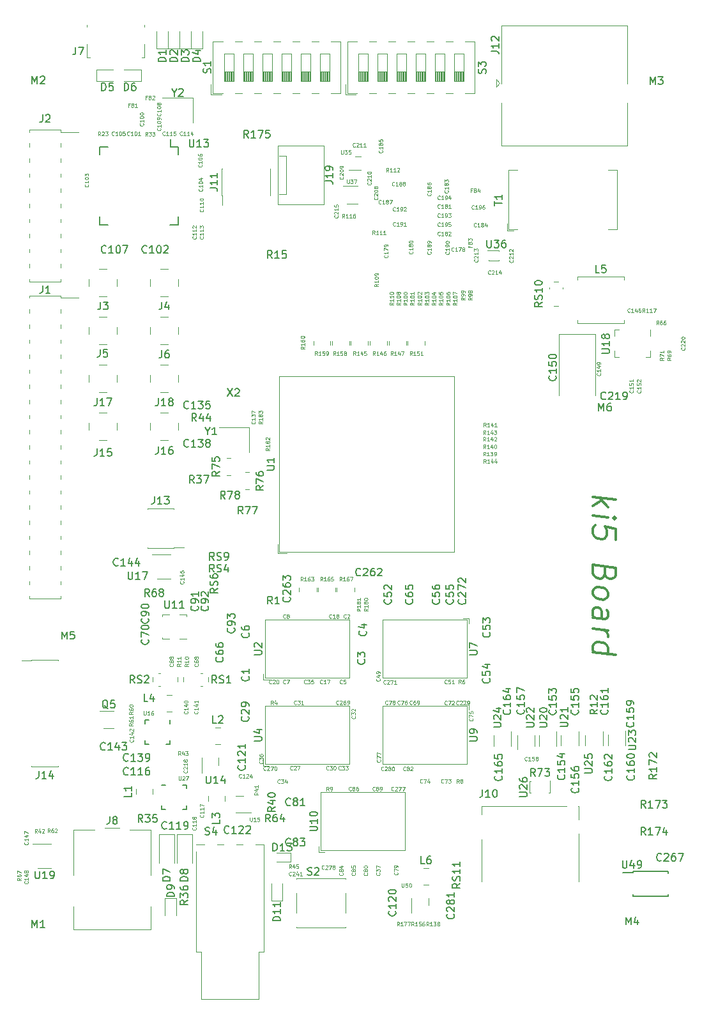
<source format=gbr>
G04 #@! TF.GenerationSoftware,KiCad,Pcbnew,5.0.0-rc3-6a2723a~65~ubuntu16.04.1*
G04 #@! TF.CreationDate,2018-11-29T22:42:40+06:00*
G04 #@! TF.ProjectId,Ki5,4B69352E6B696361645F706362000000,rev?*
G04 #@! TF.SameCoordinates,Original*
G04 #@! TF.FileFunction,Legend,Top*
G04 #@! TF.FilePolarity,Positive*
%FSLAX46Y46*%
G04 Gerber Fmt 4.6, Leading zero omitted, Abs format (unit mm)*
G04 Created by KiCad (PCBNEW 5.0.0-rc3-6a2723a~65~ubuntu16.04.1) date Thu Nov 29 22:42:40 2018*
%MOMM*%
%LPD*%
G01*
G04 APERTURE LIST*
%ADD10C,0.300000*%
%ADD11C,0.120000*%
%ADD12C,0.150000*%
%ADD13C,0.100000*%
G04 APERTURE END LIST*
D10*
X106402357Y-91217017D02*
X109402357Y-91592017D01*
X107545214Y-91645589D02*
X106402357Y-92359875D01*
X108402357Y-92609875D02*
X107259500Y-91324160D01*
X106402357Y-93645589D02*
X108402357Y-93895589D01*
X109402357Y-94020589D02*
X109259500Y-93859875D01*
X109116642Y-93984875D01*
X109259500Y-94145589D01*
X109402357Y-94020589D01*
X109116642Y-93984875D01*
X109402357Y-96877732D02*
X109402357Y-95449160D01*
X107973785Y-95127732D01*
X108116642Y-95288446D01*
X108259500Y-95592017D01*
X108259500Y-96306303D01*
X108116642Y-96574160D01*
X107973785Y-96699160D01*
X107688071Y-96806303D01*
X106973785Y-96717017D01*
X106688071Y-96538446D01*
X106545214Y-96377732D01*
X106402357Y-96074160D01*
X106402357Y-95359875D01*
X106545214Y-95092017D01*
X106688071Y-94967017D01*
X107973785Y-101413446D02*
X107830928Y-101824160D01*
X107688071Y-101949160D01*
X107402357Y-102056303D01*
X106973785Y-102002732D01*
X106688071Y-101824160D01*
X106545214Y-101663446D01*
X106402357Y-101359875D01*
X106402357Y-100217017D01*
X109402357Y-100592017D01*
X109402357Y-101592017D01*
X109259500Y-101859875D01*
X109116642Y-101984875D01*
X108830928Y-102092017D01*
X108545214Y-102056303D01*
X108259500Y-101877732D01*
X108116642Y-101717017D01*
X107973785Y-101413446D01*
X107973785Y-100413446D01*
X106402357Y-103645589D02*
X106545214Y-103377732D01*
X106688071Y-103252732D01*
X106973785Y-103145589D01*
X107830928Y-103252732D01*
X108116642Y-103431303D01*
X108259500Y-103592017D01*
X108402357Y-103895589D01*
X108402357Y-104324160D01*
X108259500Y-104592017D01*
X108116642Y-104717017D01*
X107830928Y-104824160D01*
X106973785Y-104717017D01*
X106688071Y-104538446D01*
X106545214Y-104377732D01*
X106402357Y-104074160D01*
X106402357Y-103645589D01*
X106402357Y-107217017D02*
X107973785Y-107413446D01*
X108259500Y-107306303D01*
X108402357Y-107038446D01*
X108402357Y-106467017D01*
X108259500Y-106163446D01*
X106545214Y-107234875D02*
X106402357Y-106931303D01*
X106402357Y-106217017D01*
X106545214Y-105949160D01*
X106830928Y-105842017D01*
X107116642Y-105877732D01*
X107402357Y-106056303D01*
X107545214Y-106359875D01*
X107545214Y-107074160D01*
X107688071Y-107377732D01*
X106402357Y-108645589D02*
X108402357Y-108895589D01*
X107830928Y-108824160D02*
X108116642Y-109002732D01*
X108259500Y-109163446D01*
X108402357Y-109467017D01*
X108402357Y-109752732D01*
X106402357Y-111788446D02*
X109402357Y-112163446D01*
X106545214Y-111806303D02*
X106402357Y-111502732D01*
X106402357Y-110931303D01*
X106545214Y-110663446D01*
X106688071Y-110538446D01*
X106973785Y-110431303D01*
X107830928Y-110538446D01*
X108116642Y-110717017D01*
X108259500Y-110877732D01*
X108402357Y-111181303D01*
X108402357Y-111752732D01*
X108259500Y-112020589D01*
D11*
G04 #@! TO.C,U35*
X74069000Y-47892000D02*
X75669000Y-47892000D01*
X74869000Y-46072000D02*
X75669000Y-46072000D01*
G04 #@! TO.C,J2*
X31722000Y-42530000D02*
X35842000Y-42530000D01*
X35842000Y-42530000D02*
X35842000Y-42830000D01*
X35842000Y-44350000D02*
X35842000Y-44830000D01*
X35842000Y-46350000D02*
X35842000Y-46830000D01*
X35842000Y-48350000D02*
X35842000Y-48830000D01*
X35842000Y-50350000D02*
X35842000Y-50830000D01*
X35842000Y-52350000D02*
X35842000Y-52830000D01*
X35842000Y-54350000D02*
X35842000Y-54830000D01*
X35842000Y-56350000D02*
X35842000Y-56830000D01*
X35842000Y-58350000D02*
X35842000Y-58830000D01*
X35842000Y-60350000D02*
X35842000Y-60830000D01*
X35842000Y-62350000D02*
X35842000Y-62650000D01*
X31722000Y-62650000D02*
X35842000Y-62650000D01*
X31722000Y-42530000D02*
X31722000Y-42830000D01*
X31722000Y-44350000D02*
X31722000Y-44830000D01*
X31722000Y-46350000D02*
X31722000Y-46830000D01*
X31722000Y-48350000D02*
X31722000Y-48830000D01*
X31722000Y-50350000D02*
X31722000Y-50830000D01*
X31722000Y-52350000D02*
X31722000Y-52830000D01*
X31722000Y-54350000D02*
X31722000Y-54830000D01*
X31722000Y-56350000D02*
X31722000Y-56830000D01*
X31722000Y-58350000D02*
X31722000Y-58830000D01*
X31722000Y-60350000D02*
X31722000Y-60830000D01*
X31722000Y-62350000D02*
X31722000Y-62650000D01*
X35842000Y-42830000D02*
X38222000Y-42830000D01*
G04 #@! TO.C,RS10*
X101816200Y-65912400D02*
X101216200Y-65912400D01*
X101816200Y-62662400D02*
X101216200Y-62662400D01*
X102366200Y-63637400D02*
X102366200Y-63412400D01*
X100666200Y-63637400D02*
X100666200Y-63412400D01*
G04 #@! TO.C,U15*
X61088400Y-133047600D02*
X59088400Y-133047600D01*
X59088400Y-130807600D02*
X60088400Y-130807600D01*
G04 #@! TO.C,J10*
X104437600Y-132155000D02*
X104547600Y-132155000D01*
X91677600Y-133315000D02*
X91677600Y-132155000D01*
X91677600Y-132155000D02*
X102937600Y-132155000D01*
X104547600Y-132155000D02*
X104547600Y-133965000D01*
X91677600Y-136565000D02*
X91677600Y-142165000D01*
X104547600Y-135865000D02*
X104547600Y-142165000D01*
G04 #@! TO.C,S2*
X73580400Y-141804000D02*
X67120400Y-141804000D01*
X73580400Y-146334000D02*
X73580400Y-143734000D01*
X73580400Y-148264000D02*
X67120400Y-148264000D01*
X67120400Y-146334000D02*
X67120400Y-143734000D01*
X73580400Y-148234000D02*
X73580400Y-148264000D01*
X73580400Y-141804000D02*
X73580400Y-141834000D01*
X67120400Y-141804000D02*
X67120400Y-141834000D01*
X67120400Y-148264000D02*
X67120400Y-148234000D01*
G04 #@! TO.C,J12*
X93560000Y-35830000D02*
X94060000Y-36330000D01*
X93560000Y-36830000D02*
X93560000Y-35830000D01*
X94060000Y-36330000D02*
X93560000Y-36830000D01*
X110940000Y-44645000D02*
X110940000Y-38970000D01*
X94300000Y-44645000D02*
X94300000Y-38970000D01*
X94300000Y-44645000D02*
X110940000Y-44645000D01*
X110940000Y-28765000D02*
X110940000Y-36470000D01*
X94300000Y-28765000D02*
X94300000Y-36470000D01*
X94300000Y-28765000D02*
X110940000Y-28765000D01*
G04 #@! TO.C,RS1*
X52127800Y-115704200D02*
X52127800Y-115104200D01*
X55377800Y-115704200D02*
X55377800Y-115104200D01*
X54402800Y-116254200D02*
X54627800Y-116254200D01*
X54402800Y-114554200D02*
X54627800Y-114554200D01*
G04 #@! TO.C,RS2*
X51327000Y-115104200D02*
X51327000Y-115704200D01*
X48077000Y-115104200D02*
X48077000Y-115704200D01*
X49052000Y-114554200D02*
X48827000Y-114554200D01*
X49052000Y-116254200D02*
X48827000Y-116254200D01*
G04 #@! TO.C,U26*
X100681800Y-130442000D02*
X100681800Y-128767000D01*
X97981800Y-130442000D02*
X97981800Y-128892000D01*
X97981800Y-130442000D02*
X98156800Y-130442000D01*
X97981800Y-128892000D02*
X98156800Y-128892000D01*
X100681800Y-130442000D02*
X100506800Y-130442000D01*
G04 #@! TO.C,U18*
X109284950Y-72716000D02*
X109834950Y-72716000D01*
X109284950Y-71866000D02*
X109284950Y-72716000D01*
X109284950Y-69016000D02*
X109284950Y-69866000D01*
X109834950Y-69016000D02*
X109284950Y-69016000D01*
X113984950Y-69866000D02*
X113984950Y-69016000D01*
X113984950Y-72716000D02*
X113434950Y-72716000D01*
X113984950Y-71866000D02*
X113984950Y-72716000D01*
G04 #@! TO.C,L5*
X110534400Y-68200200D02*
X110534400Y-67750200D01*
X110534400Y-62000200D02*
X110534400Y-62450200D01*
X104334400Y-62000200D02*
X104334400Y-62450200D01*
X104334400Y-62000200D02*
X110534400Y-62000200D01*
X104334400Y-68200200D02*
X104334400Y-67750200D01*
X110534400Y-68200200D02*
X104334400Y-68200200D01*
G04 #@! TO.C,T1*
X109625200Y-55736000D02*
X109625200Y-47896000D01*
X95185200Y-47896000D02*
X96385200Y-47896000D01*
X95185200Y-55726000D02*
X96375200Y-55726000D01*
X95185200Y-55726000D02*
X95185200Y-47906000D01*
X108435200Y-47896000D02*
X109625200Y-47896000D01*
X108435200Y-55736000D02*
X109625200Y-55736000D01*
X95015200Y-55896000D02*
X95885200Y-55896000D01*
X95015200Y-55016000D02*
X95015200Y-55896000D01*
G04 #@! TO.C,J8*
X41672000Y-135098000D02*
X43672000Y-135098000D01*
X37562000Y-148508000D02*
X37562000Y-145448000D01*
X47782000Y-148508000D02*
X37562000Y-148508000D01*
X47782000Y-145448000D02*
X47782000Y-148508000D01*
X47782000Y-135288000D02*
X47782000Y-141348000D01*
X44972000Y-135288000D02*
X47782000Y-135288000D01*
X37562000Y-135288000D02*
X40372000Y-135288000D01*
X37562000Y-141348000D02*
X37562000Y-135288000D01*
G04 #@! TO.C,U10*
X70087600Y-138250600D02*
X70087600Y-137550600D01*
X70787600Y-138250600D02*
X70087600Y-138250600D01*
X81487600Y-138050600D02*
X70287600Y-138050600D01*
X81487600Y-130350600D02*
X81487600Y-138050600D01*
X70287600Y-130350600D02*
X81487600Y-130350600D01*
X70287600Y-138050600D02*
X70287600Y-130350600D01*
G04 #@! TO.C,U9*
X89924800Y-118733600D02*
X89924800Y-119433600D01*
X89224800Y-118733600D02*
X89924800Y-118733600D01*
X78524800Y-118933600D02*
X89724800Y-118933600D01*
X78524800Y-126633600D02*
X78524800Y-118933600D01*
X89724800Y-126633600D02*
X78524800Y-126633600D01*
X89724800Y-118933600D02*
X89724800Y-126633600D01*
G04 #@! TO.C,U4*
X62729200Y-126833600D02*
X62729200Y-126133600D01*
X63429200Y-126833600D02*
X62729200Y-126833600D01*
X74129200Y-126633600D02*
X62929200Y-126633600D01*
X74129200Y-118933600D02*
X74129200Y-126633600D01*
X62929200Y-118933600D02*
X74129200Y-118933600D01*
X62929200Y-126633600D02*
X62929200Y-118933600D01*
G04 #@! TO.C,U7*
X89924800Y-107303600D02*
X89924800Y-108003600D01*
X89224800Y-107303600D02*
X89924800Y-107303600D01*
X78524800Y-107503600D02*
X89724800Y-107503600D01*
X78524800Y-115203600D02*
X78524800Y-107503600D01*
X89724800Y-115203600D02*
X78524800Y-115203600D01*
X89724800Y-107503600D02*
X89724800Y-115203600D01*
G04 #@! TO.C,U2*
X62729200Y-115403600D02*
X62729200Y-114703600D01*
X63429200Y-115403600D02*
X62729200Y-115403600D01*
X74129200Y-115203600D02*
X62929200Y-115203600D01*
X74129200Y-107503600D02*
X74129200Y-115203600D01*
X62929200Y-107503600D02*
X74129200Y-107503600D01*
X62929200Y-115203600D02*
X62929200Y-107503600D01*
G04 #@! TO.C,S4*
X59143000Y-137304000D02*
X59993000Y-137304000D01*
X56593000Y-137304000D02*
X57443000Y-137304000D01*
X62793000Y-137304000D02*
X61693000Y-137304000D01*
X62793000Y-151474000D02*
X62793000Y-137304000D01*
X62143000Y-151474000D02*
X62793000Y-151474000D01*
X62143000Y-157774000D02*
X62143000Y-151474000D01*
X54443000Y-157774000D02*
X62143000Y-157774000D01*
X54443000Y-151474000D02*
X54443000Y-157774000D01*
X53793000Y-151474000D02*
X54443000Y-151474000D01*
X53793000Y-138204000D02*
X53793000Y-151474000D01*
X54893000Y-137304000D02*
X53793000Y-137304000D01*
G04 #@! TO.C,C150*
X106694800Y-77716400D02*
X106694800Y-69646400D01*
X106694800Y-69646400D02*
X101874800Y-69646400D01*
X101874800Y-69646400D02*
X101874800Y-77716400D01*
G04 #@! TO.C,D1*
X48579500Y-29489500D02*
X48579500Y-31759500D01*
X48579500Y-31759500D02*
X50099500Y-31759500D01*
X50099500Y-31759500D02*
X50099500Y-29489500D01*
G04 #@! TO.C,D2*
X51623500Y-31759500D02*
X51623500Y-29489500D01*
X50103500Y-31759500D02*
X51623500Y-31759500D01*
X50103500Y-29489500D02*
X50103500Y-31759500D01*
G04 #@! TO.C,D3*
X51627500Y-29489500D02*
X51627500Y-31759500D01*
X51627500Y-31759500D02*
X53147500Y-31759500D01*
X53147500Y-31759500D02*
X53147500Y-29489500D01*
G04 #@! TO.C,D4*
X53151500Y-29476800D02*
X53151500Y-31746800D01*
X53151500Y-31746800D02*
X54671500Y-31746800D01*
X54671500Y-31746800D02*
X54671500Y-29476800D01*
G04 #@! TO.C,D5*
X42837000Y-34544000D02*
X40567000Y-34544000D01*
X40567000Y-34544000D02*
X40567000Y-36064000D01*
X40567000Y-36064000D02*
X42837000Y-36064000D01*
G04 #@! TO.C,D6*
X44247000Y-36064000D02*
X46517000Y-36064000D01*
X46517000Y-36064000D02*
X46517000Y-34544000D01*
X46517000Y-34544000D02*
X44247000Y-34544000D01*
G04 #@! TO.C,D7*
X50911000Y-135912500D02*
X50911000Y-139762500D01*
X48911000Y-135912500D02*
X48911000Y-139762500D01*
X50911000Y-135912500D02*
X48911000Y-135912500D01*
G04 #@! TO.C,D8*
X53260500Y-135912500D02*
X51260500Y-135912500D01*
X51260500Y-135912500D02*
X51260500Y-139762500D01*
X53260500Y-135912500D02*
X53260500Y-139762500D01*
G04 #@! TO.C,D9*
X51196800Y-146697600D02*
X51196800Y-144427600D01*
X51196800Y-144427600D02*
X49676800Y-144427600D01*
X49676800Y-144427600D02*
X49676800Y-146697600D01*
G04 #@! TO.C,D11*
X65276000Y-144726000D02*
X65276000Y-142456000D01*
X63756000Y-144726000D02*
X65276000Y-144726000D01*
X63756000Y-142456000D02*
X63756000Y-144726000D01*
G04 #@! TO.C,D13*
X66364500Y-139601500D02*
X66364500Y-138401500D01*
X64514500Y-139601500D02*
X66364500Y-139601500D01*
X64514500Y-138401500D02*
X66364500Y-138401500D01*
G04 #@! TO.C,J1*
X31722000Y-64530000D02*
X35842000Y-64530000D01*
X35842000Y-64530000D02*
X35842000Y-64830000D01*
X35842000Y-66350000D02*
X35842000Y-66830000D01*
X35842000Y-68350000D02*
X35842000Y-68830000D01*
X35842000Y-70350000D02*
X35842000Y-70830000D01*
X35842000Y-72350000D02*
X35842000Y-72830000D01*
X35842000Y-74350000D02*
X35842000Y-74830000D01*
X35842000Y-76350000D02*
X35842000Y-76830000D01*
X35842000Y-78350000D02*
X35842000Y-78830000D01*
X35842000Y-80350000D02*
X35842000Y-80830000D01*
X35842000Y-82350000D02*
X35842000Y-82830000D01*
X35842000Y-84350000D02*
X35842000Y-84830000D01*
X35842000Y-86350000D02*
X35842000Y-86830000D01*
X35842000Y-88350000D02*
X35842000Y-88830000D01*
X35842000Y-90350000D02*
X35842000Y-90830000D01*
X35842000Y-92350000D02*
X35842000Y-92830000D01*
X35842000Y-94350000D02*
X35842000Y-94830000D01*
X35842000Y-96350000D02*
X35842000Y-96830000D01*
X35842000Y-98350000D02*
X35842000Y-98830000D01*
X35842000Y-100350000D02*
X35842000Y-100830000D01*
X35842000Y-102350000D02*
X35842000Y-102830000D01*
X35842000Y-104350000D02*
X35842000Y-104650000D01*
X31722000Y-104650000D02*
X35842000Y-104650000D01*
X31722000Y-64530000D02*
X31722000Y-64830000D01*
X31722000Y-66350000D02*
X31722000Y-66830000D01*
X31722000Y-68350000D02*
X31722000Y-68830000D01*
X31722000Y-70350000D02*
X31722000Y-70830000D01*
X31722000Y-72350000D02*
X31722000Y-72830000D01*
X31722000Y-74350000D02*
X31722000Y-74830000D01*
X31722000Y-76350000D02*
X31722000Y-76830000D01*
X31722000Y-78350000D02*
X31722000Y-78830000D01*
X31722000Y-80350000D02*
X31722000Y-80830000D01*
X31722000Y-82350000D02*
X31722000Y-82830000D01*
X31722000Y-84350000D02*
X31722000Y-84830000D01*
X31722000Y-86350000D02*
X31722000Y-86830000D01*
X31722000Y-88350000D02*
X31722000Y-88830000D01*
X31722000Y-90350000D02*
X31722000Y-90830000D01*
X31722000Y-92350000D02*
X31722000Y-92830000D01*
X31722000Y-94350000D02*
X31722000Y-94830000D01*
X31722000Y-96350000D02*
X31722000Y-96830000D01*
X31722000Y-98350000D02*
X31722000Y-98830000D01*
X31722000Y-100350000D02*
X31722000Y-100830000D01*
X31722000Y-102350000D02*
X31722000Y-102830000D01*
X31722000Y-104350000D02*
X31722000Y-104650000D01*
X35842000Y-64830000D02*
X38222000Y-64830000D01*
G04 #@! TO.C,J3*
X39620600Y-63314200D02*
X39620600Y-62314200D01*
X40970600Y-64664200D02*
X41970600Y-64664200D01*
X43320600Y-63314200D02*
X43320600Y-62314200D01*
X40970600Y-60964200D02*
X41970600Y-60964200D01*
G04 #@! TO.C,J4*
X49073200Y-60964200D02*
X50073200Y-60964200D01*
X51423200Y-63314200D02*
X51423200Y-62314200D01*
X49073200Y-64664200D02*
X50073200Y-64664200D01*
X47723200Y-63314200D02*
X47723200Y-62314200D01*
G04 #@! TO.C,J5*
X40970600Y-67314200D02*
X41970600Y-67314200D01*
X43320600Y-69664200D02*
X43320600Y-68664200D01*
X40970600Y-71014200D02*
X41970600Y-71014200D01*
X39620600Y-69664200D02*
X39620600Y-68664200D01*
G04 #@! TO.C,J6*
X49073200Y-67314200D02*
X50073200Y-67314200D01*
X51423200Y-69664200D02*
X51423200Y-68664200D01*
X49073200Y-71014200D02*
X50073200Y-71014200D01*
X47723200Y-69664200D02*
X47723200Y-68664200D01*
G04 #@! TO.C,J7*
X39370000Y-32952000D02*
X39750000Y-32952000D01*
X39370000Y-28902000D02*
X39370000Y-28642000D01*
X39370000Y-32952000D02*
X39370000Y-31182000D01*
X46990000Y-32952000D02*
X46610000Y-32952000D01*
X46990000Y-31182000D02*
X46990000Y-32952000D01*
X46990000Y-28642000D02*
X46990000Y-28902000D01*
G04 #@! TO.C,J11*
X57184000Y-51218800D02*
X57184000Y-47688800D01*
X63654000Y-51218800D02*
X63654000Y-47688800D01*
X57249000Y-52543800D02*
X57249000Y-51218800D01*
X57184000Y-51218800D02*
X57249000Y-51218800D01*
X57184000Y-47688800D02*
X57249000Y-47688800D01*
X63589000Y-51218800D02*
X63654000Y-51218800D01*
X63589000Y-47688800D02*
X63654000Y-47688800D01*
G04 #@! TO.C,J13*
X50881000Y-97977000D02*
X47351000Y-97977000D01*
X50881000Y-92777000D02*
X47351000Y-92777000D01*
X52206000Y-97912000D02*
X50881000Y-97912000D01*
X50881000Y-97977000D02*
X50881000Y-97912000D01*
X47351000Y-97977000D02*
X47351000Y-97912000D01*
X50881000Y-92842000D02*
X50881000Y-92777000D01*
X47351000Y-92842000D02*
X47351000Y-92777000D01*
G04 #@! TO.C,J14*
X31984000Y-112817600D02*
X35514000Y-112817600D01*
X31984000Y-126907600D02*
X35514000Y-126907600D01*
X30659000Y-112882600D02*
X31984000Y-112882600D01*
X31984000Y-112817600D02*
X31984000Y-112882600D01*
X35514000Y-112817600D02*
X35514000Y-112882600D01*
X31984000Y-126842600D02*
X31984000Y-126907600D01*
X35514000Y-126842600D02*
X35514000Y-126907600D01*
G04 #@! TO.C,J15*
X40970600Y-80014200D02*
X41970600Y-80014200D01*
X43320600Y-82364200D02*
X43320600Y-81364200D01*
X40970600Y-83714200D02*
X41970600Y-83714200D01*
X39620600Y-82364200D02*
X39620600Y-81364200D01*
G04 #@! TO.C,J16*
X47723200Y-82364200D02*
X47723200Y-81364200D01*
X49073200Y-83714200D02*
X50073200Y-83714200D01*
X51423200Y-82364200D02*
X51423200Y-81364200D01*
X49073200Y-80014200D02*
X50073200Y-80014200D01*
G04 #@! TO.C,J17*
X39620600Y-76014200D02*
X39620600Y-75014200D01*
X40970600Y-77364200D02*
X41970600Y-77364200D01*
X43320600Y-76014200D02*
X43320600Y-75014200D01*
X40970600Y-73664200D02*
X41970600Y-73664200D01*
G04 #@! TO.C,J18*
X47723200Y-76014200D02*
X47723200Y-75014200D01*
X49073200Y-77364200D02*
X50073200Y-77364200D01*
X51423200Y-76014200D02*
X51423200Y-75014200D01*
X49073200Y-73664200D02*
X50073200Y-73664200D01*
G04 #@! TO.C,J19*
X64672000Y-44650000D02*
X70722000Y-44650000D01*
X70722000Y-44650000D02*
X70722000Y-52450000D01*
X70722000Y-52450000D02*
X64672000Y-52450000D01*
X64672000Y-52450000D02*
X64672000Y-44650000D01*
X64772000Y-46000000D02*
X65782000Y-46000000D01*
X65782000Y-46000000D02*
X65782000Y-51080000D01*
X65782000Y-51080000D02*
X64772000Y-51080000D01*
G04 #@! TO.C,L1*
X45839200Y-130601200D02*
X45839200Y-129901200D01*
X48039200Y-130601200D02*
X48039200Y-129901200D01*
G04 #@! TO.C,L2*
X56309800Y-121810600D02*
X57009800Y-121810600D01*
X56309800Y-124010600D02*
X57009800Y-124010600D01*
G04 #@! TO.C,L3*
X57589600Y-131515600D02*
X57589600Y-130815600D01*
X55389600Y-131515600D02*
X55389600Y-130815600D01*
G04 #@! TO.C,L4*
X49891200Y-117467200D02*
X50591200Y-117467200D01*
X49891200Y-119667200D02*
X50591200Y-119667200D01*
G04 #@! TO.C,L6*
X83919600Y-142628800D02*
X84619600Y-142628800D01*
X83919600Y-140428800D02*
X84619600Y-140428800D01*
G04 #@! TO.C,Q5*
X41517400Y-121871200D02*
X42917400Y-121871200D01*
X42917400Y-119551200D02*
X41017400Y-119551200D01*
G04 #@! TO.C,R75*
X58357600Y-88312800D02*
X57857600Y-88312800D01*
X58357600Y-86032800D02*
X57857600Y-86032800D01*
G04 #@! TO.C,R76*
X60829000Y-90230500D02*
X60329000Y-90230500D01*
X60829000Y-87950500D02*
X60329000Y-87950500D01*
G04 #@! TO.C,R145*
X76578000Y-70552500D02*
X76578000Y-71052500D01*
X74298000Y-70552500D02*
X74298000Y-71052500D01*
G04 #@! TO.C,R146*
X76838000Y-70552500D02*
X76838000Y-71052500D01*
X79118000Y-70552500D02*
X79118000Y-71052500D01*
G04 #@! TO.C,R147*
X81658000Y-70552500D02*
X81658000Y-71052500D01*
X79378000Y-70552500D02*
X79378000Y-71052500D01*
G04 #@! TO.C,R151*
X81854500Y-70539800D02*
X81854500Y-71039800D01*
X84134500Y-70539800D02*
X84134500Y-71039800D01*
G04 #@! TO.C,R158*
X71821500Y-70552500D02*
X71821500Y-71052500D01*
X74101500Y-70552500D02*
X74101500Y-71052500D01*
G04 #@! TO.C,R159*
X71625000Y-70552500D02*
X71625000Y-71052500D01*
X69345000Y-70552500D02*
X69345000Y-71052500D01*
G04 #@! TO.C,R163*
X67463500Y-103255000D02*
X67463500Y-103755000D01*
X69823500Y-103255000D02*
X69823500Y-103755000D01*
G04 #@! TO.C,R165*
X72300000Y-103255000D02*
X72300000Y-103755000D01*
X69940000Y-103255000D02*
X69940000Y-103755000D01*
G04 #@! TO.C,R167*
X72472400Y-103255000D02*
X72472400Y-103755000D01*
X74832400Y-103255000D02*
X74832400Y-103755000D01*
G04 #@! TO.C,S1*
X70198000Y-34867933D02*
X71468000Y-34867933D01*
X71398000Y-36074600D02*
X71398000Y-34867933D01*
X71278000Y-36074600D02*
X71278000Y-34867933D01*
X71158000Y-36074600D02*
X71158000Y-34867933D01*
X71038000Y-36074600D02*
X71038000Y-34867933D01*
X70918000Y-36074600D02*
X70918000Y-34867933D01*
X70798000Y-36074600D02*
X70798000Y-34867933D01*
X70678000Y-36074600D02*
X70678000Y-34867933D01*
X70558000Y-36074600D02*
X70558000Y-34867933D01*
X70438000Y-36074600D02*
X70438000Y-34867933D01*
X70318000Y-36074600D02*
X70318000Y-34867933D01*
X70198000Y-32454600D02*
X70198000Y-36074600D01*
X71468000Y-32454600D02*
X70198000Y-32454600D01*
X71468000Y-36074600D02*
X71468000Y-32454600D01*
X70198000Y-36074600D02*
X71468000Y-36074600D01*
X67658000Y-34867933D02*
X68928000Y-34867933D01*
X68858000Y-36074600D02*
X68858000Y-34867933D01*
X68738000Y-36074600D02*
X68738000Y-34867933D01*
X68618000Y-36074600D02*
X68618000Y-34867933D01*
X68498000Y-36074600D02*
X68498000Y-34867933D01*
X68378000Y-36074600D02*
X68378000Y-34867933D01*
X68258000Y-36074600D02*
X68258000Y-34867933D01*
X68138000Y-36074600D02*
X68138000Y-34867933D01*
X68018000Y-36074600D02*
X68018000Y-34867933D01*
X67898000Y-36074600D02*
X67898000Y-34867933D01*
X67778000Y-36074600D02*
X67778000Y-34867933D01*
X67658000Y-32454600D02*
X67658000Y-36074600D01*
X68928000Y-32454600D02*
X67658000Y-32454600D01*
X68928000Y-36074600D02*
X68928000Y-32454600D01*
X67658000Y-36074600D02*
X68928000Y-36074600D01*
X65118000Y-34867933D02*
X66388000Y-34867933D01*
X66318000Y-36074600D02*
X66318000Y-34867933D01*
X66198000Y-36074600D02*
X66198000Y-34867933D01*
X66078000Y-36074600D02*
X66078000Y-34867933D01*
X65958000Y-36074600D02*
X65958000Y-34867933D01*
X65838000Y-36074600D02*
X65838000Y-34867933D01*
X65718000Y-36074600D02*
X65718000Y-34867933D01*
X65598000Y-36074600D02*
X65598000Y-34867933D01*
X65478000Y-36074600D02*
X65478000Y-34867933D01*
X65358000Y-36074600D02*
X65358000Y-34867933D01*
X65238000Y-36074600D02*
X65238000Y-34867933D01*
X65118000Y-32454600D02*
X65118000Y-36074600D01*
X66388000Y-32454600D02*
X65118000Y-32454600D01*
X66388000Y-36074600D02*
X66388000Y-32454600D01*
X65118000Y-36074600D02*
X66388000Y-36074600D01*
X62578000Y-34867933D02*
X63848000Y-34867933D01*
X63778000Y-36074600D02*
X63778000Y-34867933D01*
X63658000Y-36074600D02*
X63658000Y-34867933D01*
X63538000Y-36074600D02*
X63538000Y-34867933D01*
X63418000Y-36074600D02*
X63418000Y-34867933D01*
X63298000Y-36074600D02*
X63298000Y-34867933D01*
X63178000Y-36074600D02*
X63178000Y-34867933D01*
X63058000Y-36074600D02*
X63058000Y-34867933D01*
X62938000Y-36074600D02*
X62938000Y-34867933D01*
X62818000Y-36074600D02*
X62818000Y-34867933D01*
X62698000Y-36074600D02*
X62698000Y-34867933D01*
X62578000Y-32454600D02*
X62578000Y-36074600D01*
X63848000Y-32454600D02*
X62578000Y-32454600D01*
X63848000Y-36074600D02*
X63848000Y-32454600D01*
X62578000Y-36074600D02*
X63848000Y-36074600D01*
X60038000Y-34867933D02*
X61308000Y-34867933D01*
X61238000Y-36074600D02*
X61238000Y-34867933D01*
X61118000Y-36074600D02*
X61118000Y-34867933D01*
X60998000Y-36074600D02*
X60998000Y-34867933D01*
X60878000Y-36074600D02*
X60878000Y-34867933D01*
X60758000Y-36074600D02*
X60758000Y-34867933D01*
X60638000Y-36074600D02*
X60638000Y-34867933D01*
X60518000Y-36074600D02*
X60518000Y-34867933D01*
X60398000Y-36074600D02*
X60398000Y-34867933D01*
X60278000Y-36074600D02*
X60278000Y-34867933D01*
X60158000Y-36074600D02*
X60158000Y-34867933D01*
X60038000Y-32454600D02*
X60038000Y-36074600D01*
X61308000Y-32454600D02*
X60038000Y-32454600D01*
X61308000Y-36074600D02*
X61308000Y-32454600D01*
X60038000Y-36074600D02*
X61308000Y-36074600D01*
X57498000Y-34867933D02*
X58768000Y-34867933D01*
X58698000Y-36074600D02*
X58698000Y-34867933D01*
X58578000Y-36074600D02*
X58578000Y-34867933D01*
X58458000Y-36074600D02*
X58458000Y-34867933D01*
X58338000Y-36074600D02*
X58338000Y-34867933D01*
X58218000Y-36074600D02*
X58218000Y-34867933D01*
X58098000Y-36074600D02*
X58098000Y-34867933D01*
X57978000Y-36074600D02*
X57978000Y-34867933D01*
X57858000Y-36074600D02*
X57858000Y-34867933D01*
X57738000Y-36074600D02*
X57738000Y-34867933D01*
X57618000Y-36074600D02*
X57618000Y-34867933D01*
X57498000Y-32454600D02*
X57498000Y-36074600D01*
X58768000Y-32454600D02*
X57498000Y-32454600D01*
X58768000Y-36074600D02*
X58768000Y-32454600D01*
X57498000Y-36074600D02*
X58768000Y-36074600D01*
X55783000Y-37914600D02*
X57166000Y-37914600D01*
X55783000Y-37914600D02*
X55783000Y-36531600D01*
X58933000Y-30854600D02*
X59873000Y-30854600D01*
X56023000Y-30854600D02*
X57333000Y-30854600D01*
X61473000Y-30854600D02*
X62413000Y-30854600D01*
X64013000Y-30854600D02*
X64953000Y-30854600D01*
X66553000Y-30854600D02*
X67493000Y-30854600D01*
X69093000Y-30854600D02*
X70033000Y-30854600D01*
X71633000Y-30854600D02*
X72944000Y-30854600D01*
X71633000Y-37674600D02*
X72944000Y-37674600D01*
X69093000Y-37674600D02*
X70033000Y-37674600D01*
X66553000Y-37674600D02*
X67493000Y-37674600D01*
X64013000Y-37674600D02*
X64953000Y-37674600D01*
X61473000Y-37674600D02*
X62413000Y-37674600D01*
X58933000Y-37674600D02*
X59873000Y-37674600D01*
X56023000Y-37674600D02*
X57333000Y-37674600D01*
X72944000Y-37674600D02*
X72944000Y-30854600D01*
X56023000Y-37674600D02*
X56023000Y-30854600D01*
G04 #@! TO.C,S3*
X73836000Y-37674600D02*
X73836000Y-30854600D01*
X90757000Y-37674600D02*
X90757000Y-30854600D01*
X73836000Y-37674600D02*
X75146000Y-37674600D01*
X76746000Y-37674600D02*
X77686000Y-37674600D01*
X79286000Y-37674600D02*
X80226000Y-37674600D01*
X81826000Y-37674600D02*
X82766000Y-37674600D01*
X84366000Y-37674600D02*
X85306000Y-37674600D01*
X86906000Y-37674600D02*
X87846000Y-37674600D01*
X89446000Y-37674600D02*
X90757000Y-37674600D01*
X89446000Y-30854600D02*
X90757000Y-30854600D01*
X86906000Y-30854600D02*
X87846000Y-30854600D01*
X84366000Y-30854600D02*
X85306000Y-30854600D01*
X81826000Y-30854600D02*
X82766000Y-30854600D01*
X79286000Y-30854600D02*
X80226000Y-30854600D01*
X73836000Y-30854600D02*
X75146000Y-30854600D01*
X76746000Y-30854600D02*
X77686000Y-30854600D01*
X73596000Y-37914600D02*
X73596000Y-36531600D01*
X73596000Y-37914600D02*
X74979000Y-37914600D01*
X75311000Y-36074600D02*
X76581000Y-36074600D01*
X76581000Y-36074600D02*
X76581000Y-32454600D01*
X76581000Y-32454600D02*
X75311000Y-32454600D01*
X75311000Y-32454600D02*
X75311000Y-36074600D01*
X75431000Y-36074600D02*
X75431000Y-34867933D01*
X75551000Y-36074600D02*
X75551000Y-34867933D01*
X75671000Y-36074600D02*
X75671000Y-34867933D01*
X75791000Y-36074600D02*
X75791000Y-34867933D01*
X75911000Y-36074600D02*
X75911000Y-34867933D01*
X76031000Y-36074600D02*
X76031000Y-34867933D01*
X76151000Y-36074600D02*
X76151000Y-34867933D01*
X76271000Y-36074600D02*
X76271000Y-34867933D01*
X76391000Y-36074600D02*
X76391000Y-34867933D01*
X76511000Y-36074600D02*
X76511000Y-34867933D01*
X75311000Y-34867933D02*
X76581000Y-34867933D01*
X77851000Y-36074600D02*
X79121000Y-36074600D01*
X79121000Y-36074600D02*
X79121000Y-32454600D01*
X79121000Y-32454600D02*
X77851000Y-32454600D01*
X77851000Y-32454600D02*
X77851000Y-36074600D01*
X77971000Y-36074600D02*
X77971000Y-34867933D01*
X78091000Y-36074600D02*
X78091000Y-34867933D01*
X78211000Y-36074600D02*
X78211000Y-34867933D01*
X78331000Y-36074600D02*
X78331000Y-34867933D01*
X78451000Y-36074600D02*
X78451000Y-34867933D01*
X78571000Y-36074600D02*
X78571000Y-34867933D01*
X78691000Y-36074600D02*
X78691000Y-34867933D01*
X78811000Y-36074600D02*
X78811000Y-34867933D01*
X78931000Y-36074600D02*
X78931000Y-34867933D01*
X79051000Y-36074600D02*
X79051000Y-34867933D01*
X77851000Y-34867933D02*
X79121000Y-34867933D01*
X80391000Y-36074600D02*
X81661000Y-36074600D01*
X81661000Y-36074600D02*
X81661000Y-32454600D01*
X81661000Y-32454600D02*
X80391000Y-32454600D01*
X80391000Y-32454600D02*
X80391000Y-36074600D01*
X80511000Y-36074600D02*
X80511000Y-34867933D01*
X80631000Y-36074600D02*
X80631000Y-34867933D01*
X80751000Y-36074600D02*
X80751000Y-34867933D01*
X80871000Y-36074600D02*
X80871000Y-34867933D01*
X80991000Y-36074600D02*
X80991000Y-34867933D01*
X81111000Y-36074600D02*
X81111000Y-34867933D01*
X81231000Y-36074600D02*
X81231000Y-34867933D01*
X81351000Y-36074600D02*
X81351000Y-34867933D01*
X81471000Y-36074600D02*
X81471000Y-34867933D01*
X81591000Y-36074600D02*
X81591000Y-34867933D01*
X80391000Y-34867933D02*
X81661000Y-34867933D01*
X82931000Y-36074600D02*
X84201000Y-36074600D01*
X84201000Y-36074600D02*
X84201000Y-32454600D01*
X84201000Y-32454600D02*
X82931000Y-32454600D01*
X82931000Y-32454600D02*
X82931000Y-36074600D01*
X83051000Y-36074600D02*
X83051000Y-34867933D01*
X83171000Y-36074600D02*
X83171000Y-34867933D01*
X83291000Y-36074600D02*
X83291000Y-34867933D01*
X83411000Y-36074600D02*
X83411000Y-34867933D01*
X83531000Y-36074600D02*
X83531000Y-34867933D01*
X83651000Y-36074600D02*
X83651000Y-34867933D01*
X83771000Y-36074600D02*
X83771000Y-34867933D01*
X83891000Y-36074600D02*
X83891000Y-34867933D01*
X84011000Y-36074600D02*
X84011000Y-34867933D01*
X84131000Y-36074600D02*
X84131000Y-34867933D01*
X82931000Y-34867933D02*
X84201000Y-34867933D01*
X85471000Y-36074600D02*
X86741000Y-36074600D01*
X86741000Y-36074600D02*
X86741000Y-32454600D01*
X86741000Y-32454600D02*
X85471000Y-32454600D01*
X85471000Y-32454600D02*
X85471000Y-36074600D01*
X85591000Y-36074600D02*
X85591000Y-34867933D01*
X85711000Y-36074600D02*
X85711000Y-34867933D01*
X85831000Y-36074600D02*
X85831000Y-34867933D01*
X85951000Y-36074600D02*
X85951000Y-34867933D01*
X86071000Y-36074600D02*
X86071000Y-34867933D01*
X86191000Y-36074600D02*
X86191000Y-34867933D01*
X86311000Y-36074600D02*
X86311000Y-34867933D01*
X86431000Y-36074600D02*
X86431000Y-34867933D01*
X86551000Y-36074600D02*
X86551000Y-34867933D01*
X86671000Y-36074600D02*
X86671000Y-34867933D01*
X85471000Y-34867933D02*
X86741000Y-34867933D01*
X88011000Y-36074600D02*
X89281000Y-36074600D01*
X89281000Y-36074600D02*
X89281000Y-32454600D01*
X89281000Y-32454600D02*
X88011000Y-32454600D01*
X88011000Y-32454600D02*
X88011000Y-36074600D01*
X88131000Y-36074600D02*
X88131000Y-34867933D01*
X88251000Y-36074600D02*
X88251000Y-34867933D01*
X88371000Y-36074600D02*
X88371000Y-34867933D01*
X88491000Y-36074600D02*
X88491000Y-34867933D01*
X88611000Y-36074600D02*
X88611000Y-34867933D01*
X88731000Y-36074600D02*
X88731000Y-34867933D01*
X88851000Y-36074600D02*
X88851000Y-34867933D01*
X88971000Y-36074600D02*
X88971000Y-34867933D01*
X89091000Y-36074600D02*
X89091000Y-34867933D01*
X89211000Y-36074600D02*
X89211000Y-34867933D01*
X88011000Y-34867933D02*
X89281000Y-34867933D01*
G04 #@! TO.C,U1*
X64611200Y-97456200D02*
X64611200Y-98656200D01*
X64611200Y-98656200D02*
X65811200Y-98656200D01*
X64811200Y-98456200D02*
X64811200Y-75256200D01*
X64811200Y-75256200D02*
X88011200Y-75256200D01*
X88011200Y-75256200D02*
X88011200Y-98456200D01*
X88011200Y-98456200D02*
X64811200Y-98456200D01*
G04 #@! TO.C,U11*
X50269400Y-106782200D02*
X49294400Y-106782200D01*
X52544400Y-110032200D02*
X51569400Y-110032200D01*
X50269400Y-110032200D02*
X49294400Y-110032200D01*
X52544400Y-106782200D02*
X51569400Y-106782200D01*
X49294400Y-109807200D02*
X49294400Y-110032200D01*
X49294400Y-107007200D02*
X49294400Y-106782200D01*
X52544400Y-106782200D02*
X52544400Y-107007200D01*
D12*
G04 #@! TO.C,U13*
X51408000Y-44788000D02*
X50408000Y-44788000D01*
X51408000Y-55138000D02*
X50333000Y-55138000D01*
X41058000Y-55138000D02*
X42133000Y-55138000D01*
X41058000Y-44788000D02*
X42133000Y-44788000D01*
X51408000Y-44788000D02*
X51408000Y-45863000D01*
X41058000Y-44788000D02*
X41058000Y-45863000D01*
X41058000Y-55138000D02*
X41058000Y-54063000D01*
X51408000Y-55138000D02*
X51408000Y-54063000D01*
X50408000Y-44788000D02*
X50408000Y-43763000D01*
D11*
G04 #@! TO.C,U14*
X56785200Y-125799000D02*
X56785200Y-126799000D01*
X54545200Y-127799000D02*
X54545200Y-125799000D01*
D12*
G04 #@! TO.C,U16*
X50309200Y-124002200D02*
X49809200Y-124002200D01*
X47059200Y-120752200D02*
X47559200Y-120752200D01*
X47059200Y-124002200D02*
X47559200Y-124002200D01*
X50309200Y-120752200D02*
X50309200Y-121252200D01*
X47059200Y-120752200D02*
X47059200Y-121252200D01*
X47059200Y-124002200D02*
X47059200Y-123502200D01*
X50309200Y-124002200D02*
X50309200Y-123502200D01*
D11*
G04 #@! TO.C,U17*
X48622400Y-102092400D02*
X50422400Y-102092400D01*
X50422400Y-98872400D02*
X47972400Y-98872400D01*
G04 #@! TO.C,U19*
X32818500Y-140421000D02*
X34618500Y-140421000D01*
X34618500Y-137201000D02*
X32168500Y-137201000D01*
G04 #@! TO.C,U20*
X101558600Y-124194800D02*
X101558600Y-122294800D01*
X99238600Y-122794800D02*
X99238600Y-124194800D01*
G04 #@! TO.C,U21*
X104479600Y-124169400D02*
X104479600Y-122269400D01*
X102159600Y-122769400D02*
X102159600Y-124169400D01*
G04 #@! TO.C,U22*
X96393800Y-122794800D02*
X96393800Y-124694800D01*
X98713800Y-124194800D02*
X98713800Y-122794800D01*
G04 #@! TO.C,U23*
X108382600Y-122744000D02*
X108382600Y-124144000D01*
X110702600Y-124144000D02*
X110702600Y-122244000D01*
G04 #@! TO.C,U24*
X95538800Y-124194800D02*
X95538800Y-122294800D01*
X93218800Y-122794800D02*
X93218800Y-124194800D01*
G04 #@! TO.C,U25*
X105385400Y-122769400D02*
X105385400Y-124169400D01*
X107705400Y-124169400D02*
X107705400Y-122269400D01*
D12*
G04 #@! TO.C,U27*
X52495400Y-129358800D02*
X51995400Y-129358800D01*
X52495400Y-132608800D02*
X51995400Y-132608800D01*
X49245400Y-132608800D02*
X49745400Y-132608800D01*
X49245400Y-129358800D02*
X49745400Y-129358800D01*
X52495400Y-132608800D02*
X52495400Y-132108800D01*
X49245400Y-132608800D02*
X49245400Y-132108800D01*
X52495400Y-129358800D02*
X52495400Y-129858800D01*
D11*
G04 #@! TO.C,U36*
X92568800Y-59907400D02*
X93968800Y-59907400D01*
X93968800Y-59907400D02*
X93968800Y-59807400D01*
X92568800Y-59907400D02*
X92568800Y-59807400D01*
X92418800Y-58507400D02*
X93968800Y-58507400D01*
X93968800Y-58607400D02*
X93968800Y-58507400D01*
G04 #@! TO.C,U37*
X75216000Y-50021000D02*
X73316000Y-50021000D01*
X73816000Y-52341000D02*
X75216000Y-52341000D01*
D12*
G04 #@! TO.C,U49*
X111721000Y-140869000D02*
X111721000Y-140969000D01*
X116371000Y-140869000D02*
X116371000Y-141069000D01*
X116371000Y-144119000D02*
X116371000Y-143919000D01*
X111721000Y-144119000D02*
X111721000Y-143919000D01*
X111721000Y-140869000D02*
X116371000Y-140869000D01*
X111721000Y-144119000D02*
X116371000Y-144119000D01*
X111721000Y-140969000D02*
X110371000Y-140969000D01*
D11*
G04 #@! TO.C,U50*
X84588800Y-144346000D02*
X84588800Y-145346000D01*
X82348800Y-146346000D02*
X82348800Y-144346000D01*
G04 #@! TO.C,Y1*
X60844200Y-85292200D02*
X60844200Y-81992200D01*
X60844200Y-81992200D02*
X56844200Y-81992200D01*
G04 #@! TO.C,Y2*
X53344000Y-41621800D02*
X53344000Y-38321800D01*
X53344000Y-38321800D02*
X49344000Y-38321800D01*
G04 #@! TO.C,U35*
D13*
X73040952Y-45255690D02*
X73040952Y-45660452D01*
X73064761Y-45708071D01*
X73088571Y-45731880D01*
X73136190Y-45755690D01*
X73231428Y-45755690D01*
X73279047Y-45731880D01*
X73302857Y-45708071D01*
X73326666Y-45660452D01*
X73326666Y-45255690D01*
X73517142Y-45255690D02*
X73826666Y-45255690D01*
X73660000Y-45446166D01*
X73731428Y-45446166D01*
X73779047Y-45469976D01*
X73802857Y-45493785D01*
X73826666Y-45541404D01*
X73826666Y-45660452D01*
X73802857Y-45708071D01*
X73779047Y-45731880D01*
X73731428Y-45755690D01*
X73588571Y-45755690D01*
X73540952Y-45731880D01*
X73517142Y-45708071D01*
X74279047Y-45255690D02*
X74040952Y-45255690D01*
X74017142Y-45493785D01*
X74040952Y-45469976D01*
X74088571Y-45446166D01*
X74207619Y-45446166D01*
X74255238Y-45469976D01*
X74279047Y-45493785D01*
X74302857Y-45541404D01*
X74302857Y-45660452D01*
X74279047Y-45708071D01*
X74255238Y-45731880D01*
X74207619Y-45755690D01*
X74088571Y-45755690D01*
X74040952Y-45731880D01*
X74017142Y-45708071D01*
G04 #@! TO.C,J2*
D12*
X33448666Y-40542380D02*
X33448666Y-41256666D01*
X33401047Y-41399523D01*
X33305809Y-41494761D01*
X33162952Y-41542380D01*
X33067714Y-41542380D01*
X33877238Y-40637619D02*
X33924857Y-40590000D01*
X34020095Y-40542380D01*
X34258190Y-40542380D01*
X34353428Y-40590000D01*
X34401047Y-40637619D01*
X34448666Y-40732857D01*
X34448666Y-40828095D01*
X34401047Y-40970952D01*
X33829619Y-41542380D01*
X34448666Y-41542380D01*
G04 #@! TO.C,RS10*
X99668580Y-65406447D02*
X99192390Y-65739780D01*
X99668580Y-65977876D02*
X98668580Y-65977876D01*
X98668580Y-65596923D01*
X98716200Y-65501685D01*
X98763819Y-65454066D01*
X98859057Y-65406447D01*
X99001914Y-65406447D01*
X99097152Y-65454066D01*
X99144771Y-65501685D01*
X99192390Y-65596923D01*
X99192390Y-65977876D01*
X99620961Y-65025495D02*
X99668580Y-64882638D01*
X99668580Y-64644542D01*
X99620961Y-64549304D01*
X99573342Y-64501685D01*
X99478104Y-64454066D01*
X99382866Y-64454066D01*
X99287628Y-64501685D01*
X99240009Y-64549304D01*
X99192390Y-64644542D01*
X99144771Y-64835019D01*
X99097152Y-64930257D01*
X99049533Y-64977876D01*
X98954295Y-65025495D01*
X98859057Y-65025495D01*
X98763819Y-64977876D01*
X98716200Y-64930257D01*
X98668580Y-64835019D01*
X98668580Y-64596923D01*
X98716200Y-64454066D01*
X99668580Y-63501685D02*
X99668580Y-64073114D01*
X99668580Y-63787400D02*
X98668580Y-63787400D01*
X98811438Y-63882638D01*
X98906676Y-63977876D01*
X98954295Y-64073114D01*
X98668580Y-62882638D02*
X98668580Y-62787400D01*
X98716200Y-62692161D01*
X98763819Y-62644542D01*
X98859057Y-62596923D01*
X99049533Y-62549304D01*
X99287628Y-62549304D01*
X99478104Y-62596923D01*
X99573342Y-62644542D01*
X99620961Y-62692161D01*
X99668580Y-62787400D01*
X99668580Y-62882638D01*
X99620961Y-62977876D01*
X99573342Y-63025495D01*
X99478104Y-63073114D01*
X99287628Y-63120733D01*
X99049533Y-63120733D01*
X98859057Y-63073114D01*
X98763819Y-63025495D01*
X98716200Y-62977876D01*
X98668580Y-62882638D01*
G04 #@! TO.C,U15*
D13*
X60950552Y-133685790D02*
X60950552Y-134090552D01*
X60974361Y-134138171D01*
X60998171Y-134161980D01*
X61045790Y-134185790D01*
X61141028Y-134185790D01*
X61188647Y-134161980D01*
X61212457Y-134138171D01*
X61236266Y-134090552D01*
X61236266Y-133685790D01*
X61736266Y-134185790D02*
X61450552Y-134185790D01*
X61593409Y-134185790D02*
X61593409Y-133685790D01*
X61545790Y-133757219D01*
X61498171Y-133804838D01*
X61450552Y-133828647D01*
X62188647Y-133685790D02*
X61950552Y-133685790D01*
X61926742Y-133923885D01*
X61950552Y-133900076D01*
X61998171Y-133876266D01*
X62117219Y-133876266D01*
X62164838Y-133900076D01*
X62188647Y-133923885D01*
X62212457Y-133971504D01*
X62212457Y-134090552D01*
X62188647Y-134138171D01*
X62164838Y-134161980D01*
X62117219Y-134185790D01*
X61998171Y-134185790D01*
X61950552Y-134161980D01*
X61926742Y-134138171D01*
G04 #@! TO.C,X2*
D12*
X57958476Y-76859980D02*
X58625142Y-77859980D01*
X58625142Y-76859980D02*
X57958476Y-77859980D01*
X58958476Y-76955219D02*
X59006095Y-76907600D01*
X59101333Y-76859980D01*
X59339428Y-76859980D01*
X59434666Y-76907600D01*
X59482285Y-76955219D01*
X59529904Y-77050457D01*
X59529904Y-77145695D01*
X59482285Y-77288552D01*
X58910857Y-77859980D01*
X59529904Y-77859980D01*
G04 #@! TO.C,J10*
X91748076Y-130008380D02*
X91748076Y-130722666D01*
X91700457Y-130865523D01*
X91605219Y-130960761D01*
X91462361Y-131008380D01*
X91367123Y-131008380D01*
X92748076Y-131008380D02*
X92176647Y-131008380D01*
X92462361Y-131008380D02*
X92462361Y-130008380D01*
X92367123Y-130151238D01*
X92271885Y-130246476D01*
X92176647Y-130294095D01*
X93367123Y-130008380D02*
X93462361Y-130008380D01*
X93557600Y-130056000D01*
X93605219Y-130103619D01*
X93652838Y-130198857D01*
X93700457Y-130389333D01*
X93700457Y-130627428D01*
X93652838Y-130817904D01*
X93605219Y-130913142D01*
X93557600Y-130960761D01*
X93462361Y-131008380D01*
X93367123Y-131008380D01*
X93271885Y-130960761D01*
X93224266Y-130913142D01*
X93176647Y-130817904D01*
X93129028Y-130627428D01*
X93129028Y-130389333D01*
X93176647Y-130198857D01*
X93224266Y-130103619D01*
X93271885Y-130056000D01*
X93367123Y-130008380D01*
G04 #@! TO.C,S2*
X68580095Y-141273161D02*
X68722952Y-141320780D01*
X68961047Y-141320780D01*
X69056285Y-141273161D01*
X69103904Y-141225542D01*
X69151523Y-141130304D01*
X69151523Y-141035066D01*
X69103904Y-140939828D01*
X69056285Y-140892209D01*
X68961047Y-140844590D01*
X68770571Y-140796971D01*
X68675333Y-140749352D01*
X68627714Y-140701733D01*
X68580095Y-140606495D01*
X68580095Y-140511257D01*
X68627714Y-140416019D01*
X68675333Y-140368400D01*
X68770571Y-140320780D01*
X69008666Y-140320780D01*
X69151523Y-140368400D01*
X69532476Y-140416019D02*
X69580095Y-140368400D01*
X69675333Y-140320780D01*
X69913428Y-140320780D01*
X70008666Y-140368400D01*
X70056285Y-140416019D01*
X70103904Y-140511257D01*
X70103904Y-140606495D01*
X70056285Y-140749352D01*
X69484857Y-141320780D01*
X70103904Y-141320780D01*
G04 #@! TO.C,J12*
X92924380Y-32115023D02*
X93638666Y-32115023D01*
X93781523Y-32162642D01*
X93876761Y-32257880D01*
X93924380Y-32400738D01*
X93924380Y-32495976D01*
X93924380Y-31115023D02*
X93924380Y-31686452D01*
X93924380Y-31400738D02*
X92924380Y-31400738D01*
X93067238Y-31495976D01*
X93162476Y-31591214D01*
X93210095Y-31686452D01*
X93019619Y-30734071D02*
X92972000Y-30686452D01*
X92924380Y-30591214D01*
X92924380Y-30353119D01*
X92972000Y-30257880D01*
X93019619Y-30210261D01*
X93114857Y-30162642D01*
X93210095Y-30162642D01*
X93352952Y-30210261D01*
X93924380Y-30781690D01*
X93924380Y-30162642D01*
G04 #@! TO.C,RS1*
X56507142Y-115869980D02*
X56173809Y-115393790D01*
X55935714Y-115869980D02*
X55935714Y-114869980D01*
X56316666Y-114869980D01*
X56411904Y-114917600D01*
X56459523Y-114965219D01*
X56507142Y-115060457D01*
X56507142Y-115203314D01*
X56459523Y-115298552D01*
X56411904Y-115346171D01*
X56316666Y-115393790D01*
X55935714Y-115393790D01*
X56888095Y-115822361D02*
X57030952Y-115869980D01*
X57269047Y-115869980D01*
X57364285Y-115822361D01*
X57411904Y-115774742D01*
X57459523Y-115679504D01*
X57459523Y-115584266D01*
X57411904Y-115489028D01*
X57364285Y-115441409D01*
X57269047Y-115393790D01*
X57078571Y-115346171D01*
X56983333Y-115298552D01*
X56935714Y-115250933D01*
X56888095Y-115155695D01*
X56888095Y-115060457D01*
X56935714Y-114965219D01*
X56983333Y-114917600D01*
X57078571Y-114869980D01*
X57316666Y-114869980D01*
X57459523Y-114917600D01*
X58411904Y-115869980D02*
X57840476Y-115869980D01*
X58126190Y-115869980D02*
X58126190Y-114869980D01*
X58030952Y-115012838D01*
X57935714Y-115108076D01*
X57840476Y-115155695D01*
G04 #@! TO.C,RS2*
X45635942Y-115869980D02*
X45302609Y-115393790D01*
X45064514Y-115869980D02*
X45064514Y-114869980D01*
X45445466Y-114869980D01*
X45540704Y-114917600D01*
X45588323Y-114965219D01*
X45635942Y-115060457D01*
X45635942Y-115203314D01*
X45588323Y-115298552D01*
X45540704Y-115346171D01*
X45445466Y-115393790D01*
X45064514Y-115393790D01*
X46016895Y-115822361D02*
X46159752Y-115869980D01*
X46397847Y-115869980D01*
X46493085Y-115822361D01*
X46540704Y-115774742D01*
X46588323Y-115679504D01*
X46588323Y-115584266D01*
X46540704Y-115489028D01*
X46493085Y-115441409D01*
X46397847Y-115393790D01*
X46207371Y-115346171D01*
X46112133Y-115298552D01*
X46064514Y-115250933D01*
X46016895Y-115155695D01*
X46016895Y-115060457D01*
X46064514Y-114965219D01*
X46112133Y-114917600D01*
X46207371Y-114869980D01*
X46445466Y-114869980D01*
X46588323Y-114917600D01*
X46969276Y-114965219D02*
X47016895Y-114917600D01*
X47112133Y-114869980D01*
X47350228Y-114869980D01*
X47445466Y-114917600D01*
X47493085Y-114965219D01*
X47540704Y-115060457D01*
X47540704Y-115155695D01*
X47493085Y-115298552D01*
X46921657Y-115869980D01*
X47540704Y-115869980D01*
G04 #@! TO.C,U26*
X96670880Y-130905095D02*
X97480404Y-130905095D01*
X97575642Y-130857476D01*
X97623261Y-130809857D01*
X97670880Y-130714619D01*
X97670880Y-130524142D01*
X97623261Y-130428904D01*
X97575642Y-130381285D01*
X97480404Y-130333666D01*
X96670880Y-130333666D01*
X96766119Y-129905095D02*
X96718500Y-129857476D01*
X96670880Y-129762238D01*
X96670880Y-129524142D01*
X96718500Y-129428904D01*
X96766119Y-129381285D01*
X96861357Y-129333666D01*
X96956595Y-129333666D01*
X97099452Y-129381285D01*
X97670880Y-129952714D01*
X97670880Y-129333666D01*
X96670880Y-128476523D02*
X96670880Y-128667000D01*
X96718500Y-128762238D01*
X96766119Y-128809857D01*
X96908976Y-128905095D01*
X97099452Y-128952714D01*
X97480404Y-128952714D01*
X97575642Y-128905095D01*
X97623261Y-128857476D01*
X97670880Y-128762238D01*
X97670880Y-128571761D01*
X97623261Y-128476523D01*
X97575642Y-128428904D01*
X97480404Y-128381285D01*
X97242309Y-128381285D01*
X97147071Y-128428904D01*
X97099452Y-128476523D01*
X97051833Y-128571761D01*
X97051833Y-128762238D01*
X97099452Y-128857476D01*
X97147071Y-128905095D01*
X97242309Y-128952714D01*
G04 #@! TO.C,U18*
X107592880Y-72167595D02*
X108402404Y-72167595D01*
X108497642Y-72119976D01*
X108545261Y-72072357D01*
X108592880Y-71977119D01*
X108592880Y-71786642D01*
X108545261Y-71691404D01*
X108497642Y-71643785D01*
X108402404Y-71596166D01*
X107592880Y-71596166D01*
X108592880Y-70596166D02*
X108592880Y-71167595D01*
X108592880Y-70881880D02*
X107592880Y-70881880D01*
X107735738Y-70977119D01*
X107830976Y-71072357D01*
X107878595Y-71167595D01*
X108021452Y-70024738D02*
X107973833Y-70119976D01*
X107926214Y-70167595D01*
X107830976Y-70215214D01*
X107783357Y-70215214D01*
X107688119Y-70167595D01*
X107640500Y-70119976D01*
X107592880Y-70024738D01*
X107592880Y-69834261D01*
X107640500Y-69739023D01*
X107688119Y-69691404D01*
X107783357Y-69643785D01*
X107830976Y-69643785D01*
X107926214Y-69691404D01*
X107973833Y-69739023D01*
X108021452Y-69834261D01*
X108021452Y-70024738D01*
X108069071Y-70119976D01*
X108116690Y-70167595D01*
X108211928Y-70215214D01*
X108402404Y-70215214D01*
X108497642Y-70167595D01*
X108545261Y-70119976D01*
X108592880Y-70024738D01*
X108592880Y-69834261D01*
X108545261Y-69739023D01*
X108497642Y-69691404D01*
X108402404Y-69643785D01*
X108211928Y-69643785D01*
X108116690Y-69691404D01*
X108069071Y-69739023D01*
X108021452Y-69834261D01*
G04 #@! TO.C,L5*
X107267733Y-61475880D02*
X106791542Y-61475880D01*
X106791542Y-60475880D01*
X108077257Y-60475880D02*
X107601066Y-60475880D01*
X107553447Y-60952071D01*
X107601066Y-60904452D01*
X107696304Y-60856833D01*
X107934400Y-60856833D01*
X108029638Y-60904452D01*
X108077257Y-60952071D01*
X108124876Y-61047309D01*
X108124876Y-61285404D01*
X108077257Y-61380642D01*
X108029638Y-61428261D01*
X107934400Y-61475880D01*
X107696304Y-61475880D01*
X107601066Y-61428261D01*
X107553447Y-61380642D01*
G04 #@! TO.C,T1*
X93357580Y-52577904D02*
X93357580Y-52006476D01*
X94357580Y-52292190D02*
X93357580Y-52292190D01*
X94357580Y-51149333D02*
X94357580Y-51720761D01*
X94357580Y-51435047D02*
X93357580Y-51435047D01*
X93500438Y-51530285D01*
X93595676Y-51625523D01*
X93643295Y-51720761D01*
G04 #@! TO.C,J8*
X42338666Y-133550380D02*
X42338666Y-134264666D01*
X42291047Y-134407523D01*
X42195809Y-134502761D01*
X42052952Y-134550380D01*
X41957714Y-134550380D01*
X42957714Y-133978952D02*
X42862476Y-133931333D01*
X42814857Y-133883714D01*
X42767238Y-133788476D01*
X42767238Y-133740857D01*
X42814857Y-133645619D01*
X42862476Y-133598000D01*
X42957714Y-133550380D01*
X43148190Y-133550380D01*
X43243428Y-133598000D01*
X43291047Y-133645619D01*
X43338666Y-133740857D01*
X43338666Y-133788476D01*
X43291047Y-133883714D01*
X43243428Y-133931333D01*
X43148190Y-133978952D01*
X42957714Y-133978952D01*
X42862476Y-134026571D01*
X42814857Y-134074190D01*
X42767238Y-134169428D01*
X42767238Y-134359904D01*
X42814857Y-134455142D01*
X42862476Y-134502761D01*
X42957714Y-134550380D01*
X43148190Y-134550380D01*
X43243428Y-134502761D01*
X43291047Y-134455142D01*
X43338666Y-134359904D01*
X43338666Y-134169428D01*
X43291047Y-134074190D01*
X43243428Y-134026571D01*
X43148190Y-133978952D01*
G04 #@! TO.C,U10*
X68859980Y-135438695D02*
X69669504Y-135438695D01*
X69764742Y-135391076D01*
X69812361Y-135343457D01*
X69859980Y-135248219D01*
X69859980Y-135057742D01*
X69812361Y-134962504D01*
X69764742Y-134914885D01*
X69669504Y-134867266D01*
X68859980Y-134867266D01*
X69859980Y-133867266D02*
X69859980Y-134438695D01*
X69859980Y-134152980D02*
X68859980Y-134152980D01*
X69002838Y-134248219D01*
X69098076Y-134343457D01*
X69145695Y-134438695D01*
X68859980Y-133248219D02*
X68859980Y-133152980D01*
X68907600Y-133057742D01*
X68955219Y-133010123D01*
X69050457Y-132962504D01*
X69240933Y-132914885D01*
X69479028Y-132914885D01*
X69669504Y-132962504D01*
X69764742Y-133010123D01*
X69812361Y-133057742D01*
X69859980Y-133152980D01*
X69859980Y-133248219D01*
X69812361Y-133343457D01*
X69764742Y-133391076D01*
X69669504Y-133438695D01*
X69479028Y-133486314D01*
X69240933Y-133486314D01*
X69050457Y-133438695D01*
X68955219Y-133391076D01*
X68907600Y-133343457D01*
X68859980Y-133248219D01*
G04 #@! TO.C,U9*
X90057180Y-123545504D02*
X90866704Y-123545504D01*
X90961942Y-123497885D01*
X91009561Y-123450266D01*
X91057180Y-123355028D01*
X91057180Y-123164552D01*
X91009561Y-123069314D01*
X90961942Y-123021695D01*
X90866704Y-122974076D01*
X90057180Y-122974076D01*
X91057180Y-122450266D02*
X91057180Y-122259790D01*
X91009561Y-122164552D01*
X90961942Y-122116933D01*
X90819085Y-122021695D01*
X90628609Y-121974076D01*
X90247657Y-121974076D01*
X90152419Y-122021695D01*
X90104800Y-122069314D01*
X90057180Y-122164552D01*
X90057180Y-122355028D01*
X90104800Y-122450266D01*
X90152419Y-122497885D01*
X90247657Y-122545504D01*
X90485752Y-122545504D01*
X90580990Y-122497885D01*
X90628609Y-122450266D01*
X90676228Y-122355028D01*
X90676228Y-122164552D01*
X90628609Y-122069314D01*
X90580990Y-122021695D01*
X90485752Y-121974076D01*
G04 #@! TO.C,U4*
X61501580Y-123545504D02*
X62311104Y-123545504D01*
X62406342Y-123497885D01*
X62453961Y-123450266D01*
X62501580Y-123355028D01*
X62501580Y-123164552D01*
X62453961Y-123069314D01*
X62406342Y-123021695D01*
X62311104Y-122974076D01*
X61501580Y-122974076D01*
X61834914Y-122069314D02*
X62501580Y-122069314D01*
X61453961Y-122307409D02*
X62168247Y-122545504D01*
X62168247Y-121926457D01*
G04 #@! TO.C,U7*
X90057180Y-112115504D02*
X90866704Y-112115504D01*
X90961942Y-112067885D01*
X91009561Y-112020266D01*
X91057180Y-111925028D01*
X91057180Y-111734552D01*
X91009561Y-111639314D01*
X90961942Y-111591695D01*
X90866704Y-111544076D01*
X90057180Y-111544076D01*
X90057180Y-111163123D02*
X90057180Y-110496457D01*
X91057180Y-110925028D01*
G04 #@! TO.C,U2*
X61501580Y-112115504D02*
X62311104Y-112115504D01*
X62406342Y-112067885D01*
X62453961Y-112020266D01*
X62501580Y-111925028D01*
X62501580Y-111734552D01*
X62453961Y-111639314D01*
X62406342Y-111591695D01*
X62311104Y-111544076D01*
X61501580Y-111544076D01*
X61596819Y-111115504D02*
X61549200Y-111067885D01*
X61501580Y-110972647D01*
X61501580Y-110734552D01*
X61549200Y-110639314D01*
X61596819Y-110591695D01*
X61692057Y-110544076D01*
X61787295Y-110544076D01*
X61930152Y-110591695D01*
X62501580Y-111163123D01*
X62501580Y-110544076D01*
G04 #@! TO.C,S4*
X55016495Y-135939161D02*
X55159352Y-135986780D01*
X55397447Y-135986780D01*
X55492685Y-135939161D01*
X55540304Y-135891542D01*
X55587923Y-135796304D01*
X55587923Y-135701066D01*
X55540304Y-135605828D01*
X55492685Y-135558209D01*
X55397447Y-135510590D01*
X55206971Y-135462971D01*
X55111733Y-135415352D01*
X55064114Y-135367733D01*
X55016495Y-135272495D01*
X55016495Y-135177257D01*
X55064114Y-135082019D01*
X55111733Y-135034400D01*
X55206971Y-134986780D01*
X55445066Y-134986780D01*
X55587923Y-135034400D01*
X56445066Y-135320114D02*
X56445066Y-135986780D01*
X56206971Y-134939161D02*
X55968876Y-135653447D01*
X56587923Y-135653447D01*
G04 #@! TO.C,C1*
X60746742Y-114974666D02*
X60794361Y-115022285D01*
X60841980Y-115165142D01*
X60841980Y-115260380D01*
X60794361Y-115403238D01*
X60699123Y-115498476D01*
X60603885Y-115546095D01*
X60413409Y-115593714D01*
X60270552Y-115593714D01*
X60080076Y-115546095D01*
X59984838Y-115498476D01*
X59889600Y-115403238D01*
X59841980Y-115260380D01*
X59841980Y-115165142D01*
X59889600Y-115022285D01*
X59937219Y-114974666D01*
X60841980Y-114022285D02*
X60841980Y-114593714D01*
X60841980Y-114308000D02*
X59841980Y-114308000D01*
X59984838Y-114403238D01*
X60080076Y-114498476D01*
X60127695Y-114593714D01*
G04 #@! TO.C,C2*
D13*
X73678266Y-107214171D02*
X73654457Y-107237980D01*
X73583028Y-107261790D01*
X73535409Y-107261790D01*
X73463980Y-107237980D01*
X73416361Y-107190361D01*
X73392552Y-107142742D01*
X73368742Y-107047504D01*
X73368742Y-106976076D01*
X73392552Y-106880838D01*
X73416361Y-106833219D01*
X73463980Y-106785600D01*
X73535409Y-106761790D01*
X73583028Y-106761790D01*
X73654457Y-106785600D01*
X73678266Y-106809409D01*
X73868742Y-106809409D02*
X73892552Y-106785600D01*
X73940171Y-106761790D01*
X74059219Y-106761790D01*
X74106838Y-106785600D01*
X74130647Y-106809409D01*
X74154457Y-106857028D01*
X74154457Y-106904647D01*
X74130647Y-106976076D01*
X73844933Y-107261790D01*
X74154457Y-107261790D01*
G04 #@! TO.C,C3*
D12*
X76099942Y-112739466D02*
X76147561Y-112787085D01*
X76195180Y-112929942D01*
X76195180Y-113025180D01*
X76147561Y-113168038D01*
X76052323Y-113263276D01*
X75957085Y-113310895D01*
X75766609Y-113358514D01*
X75623752Y-113358514D01*
X75433276Y-113310895D01*
X75338038Y-113263276D01*
X75242800Y-113168038D01*
X75195180Y-113025180D01*
X75195180Y-112929942D01*
X75242800Y-112787085D01*
X75290419Y-112739466D01*
X75195180Y-112406133D02*
X75195180Y-111787085D01*
X75576133Y-112120419D01*
X75576133Y-111977561D01*
X75623752Y-111882323D01*
X75671371Y-111834704D01*
X75766609Y-111787085D01*
X76004704Y-111787085D01*
X76099942Y-111834704D01*
X76147561Y-111882323D01*
X76195180Y-111977561D01*
X76195180Y-112263276D01*
X76147561Y-112358514D01*
X76099942Y-112406133D01*
G04 #@! TO.C,C4*
X76291542Y-108980266D02*
X76339161Y-109027885D01*
X76386780Y-109170742D01*
X76386780Y-109265980D01*
X76339161Y-109408838D01*
X76243923Y-109504076D01*
X76148685Y-109551695D01*
X75958209Y-109599314D01*
X75815352Y-109599314D01*
X75624876Y-109551695D01*
X75529638Y-109504076D01*
X75434400Y-109408838D01*
X75386780Y-109265980D01*
X75386780Y-109170742D01*
X75434400Y-109027885D01*
X75482019Y-108980266D01*
X75720114Y-108123123D02*
X76386780Y-108123123D01*
X75339161Y-108361219D02*
X76053447Y-108599314D01*
X76053447Y-107980266D01*
G04 #@! TO.C,C5*
D13*
X73170266Y-115900971D02*
X73146457Y-115924780D01*
X73075028Y-115948590D01*
X73027409Y-115948590D01*
X72955980Y-115924780D01*
X72908361Y-115877161D01*
X72884552Y-115829542D01*
X72860742Y-115734304D01*
X72860742Y-115662876D01*
X72884552Y-115567638D01*
X72908361Y-115520019D01*
X72955980Y-115472400D01*
X73027409Y-115448590D01*
X73075028Y-115448590D01*
X73146457Y-115472400D01*
X73170266Y-115496209D01*
X73622647Y-115448590D02*
X73384552Y-115448590D01*
X73360742Y-115686685D01*
X73384552Y-115662876D01*
X73432171Y-115639066D01*
X73551219Y-115639066D01*
X73598838Y-115662876D01*
X73622647Y-115686685D01*
X73646457Y-115734304D01*
X73646457Y-115853352D01*
X73622647Y-115900971D01*
X73598838Y-115924780D01*
X73551219Y-115948590D01*
X73432171Y-115948590D01*
X73384552Y-115924780D01*
X73360742Y-115900971D01*
G04 #@! TO.C,C6*
D12*
X60746742Y-109234266D02*
X60794361Y-109281885D01*
X60841980Y-109424742D01*
X60841980Y-109519980D01*
X60794361Y-109662838D01*
X60699123Y-109758076D01*
X60603885Y-109805695D01*
X60413409Y-109853314D01*
X60270552Y-109853314D01*
X60080076Y-109805695D01*
X59984838Y-109758076D01*
X59889600Y-109662838D01*
X59841980Y-109519980D01*
X59841980Y-109424742D01*
X59889600Y-109281885D01*
X59937219Y-109234266D01*
X59841980Y-108377123D02*
X59841980Y-108567600D01*
X59889600Y-108662838D01*
X59937219Y-108710457D01*
X60080076Y-108805695D01*
X60270552Y-108853314D01*
X60651504Y-108853314D01*
X60746742Y-108805695D01*
X60794361Y-108758076D01*
X60841980Y-108662838D01*
X60841980Y-108472361D01*
X60794361Y-108377123D01*
X60746742Y-108329504D01*
X60651504Y-108281885D01*
X60413409Y-108281885D01*
X60318171Y-108329504D01*
X60270552Y-108377123D01*
X60222933Y-108472361D01*
X60222933Y-108662838D01*
X60270552Y-108758076D01*
X60318171Y-108805695D01*
X60413409Y-108853314D01*
G04 #@! TO.C,C7*
D13*
X65651866Y-115900971D02*
X65628057Y-115924780D01*
X65556628Y-115948590D01*
X65509009Y-115948590D01*
X65437580Y-115924780D01*
X65389961Y-115877161D01*
X65366152Y-115829542D01*
X65342342Y-115734304D01*
X65342342Y-115662876D01*
X65366152Y-115567638D01*
X65389961Y-115520019D01*
X65437580Y-115472400D01*
X65509009Y-115448590D01*
X65556628Y-115448590D01*
X65628057Y-115472400D01*
X65651866Y-115496209D01*
X65818533Y-115448590D02*
X66151866Y-115448590D01*
X65937580Y-115948590D01*
G04 #@! TO.C,C8*
X65651866Y-107214171D02*
X65628057Y-107237980D01*
X65556628Y-107261790D01*
X65509009Y-107261790D01*
X65437580Y-107237980D01*
X65389961Y-107190361D01*
X65366152Y-107142742D01*
X65342342Y-107047504D01*
X65342342Y-106976076D01*
X65366152Y-106880838D01*
X65389961Y-106833219D01*
X65437580Y-106785600D01*
X65509009Y-106761790D01*
X65556628Y-106761790D01*
X65628057Y-106785600D01*
X65651866Y-106809409D01*
X65937580Y-106976076D02*
X65889961Y-106952266D01*
X65866152Y-106928457D01*
X65842342Y-106880838D01*
X65842342Y-106857028D01*
X65866152Y-106809409D01*
X65889961Y-106785600D01*
X65937580Y-106761790D01*
X66032819Y-106761790D01*
X66080438Y-106785600D01*
X66104247Y-106809409D01*
X66128057Y-106857028D01*
X66128057Y-106880838D01*
X66104247Y-106928457D01*
X66080438Y-106952266D01*
X66032819Y-106976076D01*
X65937580Y-106976076D01*
X65889961Y-106999885D01*
X65866152Y-107023695D01*
X65842342Y-107071314D01*
X65842342Y-107166552D01*
X65866152Y-107214171D01*
X65889961Y-107237980D01*
X65937580Y-107261790D01*
X66032819Y-107261790D01*
X66080438Y-107237980D01*
X66104247Y-107214171D01*
X66128057Y-107166552D01*
X66128057Y-107071314D01*
X66104247Y-107023695D01*
X66080438Y-106999885D01*
X66032819Y-106976076D01*
G04 #@! TO.C,C17*
X70544571Y-115900971D02*
X70520761Y-115924780D01*
X70449333Y-115948590D01*
X70401714Y-115948590D01*
X70330285Y-115924780D01*
X70282666Y-115877161D01*
X70258857Y-115829542D01*
X70235047Y-115734304D01*
X70235047Y-115662876D01*
X70258857Y-115567638D01*
X70282666Y-115520019D01*
X70330285Y-115472400D01*
X70401714Y-115448590D01*
X70449333Y-115448590D01*
X70520761Y-115472400D01*
X70544571Y-115496209D01*
X71020761Y-115948590D02*
X70735047Y-115948590D01*
X70877904Y-115948590D02*
X70877904Y-115448590D01*
X70830285Y-115520019D01*
X70782666Y-115567638D01*
X70735047Y-115591447D01*
X71187428Y-115448590D02*
X71520761Y-115448590D01*
X71306476Y-115948590D01*
G04 #@! TO.C,C18*
X71763771Y-107214171D02*
X71739961Y-107237980D01*
X71668533Y-107261790D01*
X71620914Y-107261790D01*
X71549485Y-107237980D01*
X71501866Y-107190361D01*
X71478057Y-107142742D01*
X71454247Y-107047504D01*
X71454247Y-106976076D01*
X71478057Y-106880838D01*
X71501866Y-106833219D01*
X71549485Y-106785600D01*
X71620914Y-106761790D01*
X71668533Y-106761790D01*
X71739961Y-106785600D01*
X71763771Y-106809409D01*
X72239961Y-107261790D02*
X71954247Y-107261790D01*
X72097104Y-107261790D02*
X72097104Y-106761790D01*
X72049485Y-106833219D01*
X72001866Y-106880838D01*
X71954247Y-106904647D01*
X72525676Y-106976076D02*
X72478057Y-106952266D01*
X72454247Y-106928457D01*
X72430438Y-106880838D01*
X72430438Y-106857028D01*
X72454247Y-106809409D01*
X72478057Y-106785600D01*
X72525676Y-106761790D01*
X72620914Y-106761790D01*
X72668533Y-106785600D01*
X72692342Y-106809409D01*
X72716152Y-106857028D01*
X72716152Y-106880838D01*
X72692342Y-106928457D01*
X72668533Y-106952266D01*
X72620914Y-106976076D01*
X72525676Y-106976076D01*
X72478057Y-106999885D01*
X72454247Y-107023695D01*
X72430438Y-107071314D01*
X72430438Y-107166552D01*
X72454247Y-107214171D01*
X72478057Y-107237980D01*
X72525676Y-107261790D01*
X72620914Y-107261790D01*
X72668533Y-107237980D01*
X72692342Y-107214171D01*
X72716152Y-107166552D01*
X72716152Y-107071314D01*
X72692342Y-107023695D01*
X72668533Y-106999885D01*
X72620914Y-106976076D01*
G04 #@! TO.C,C20*
X63788171Y-115900971D02*
X63764361Y-115924780D01*
X63692933Y-115948590D01*
X63645314Y-115948590D01*
X63573885Y-115924780D01*
X63526266Y-115877161D01*
X63502457Y-115829542D01*
X63478647Y-115734304D01*
X63478647Y-115662876D01*
X63502457Y-115567638D01*
X63526266Y-115520019D01*
X63573885Y-115472400D01*
X63645314Y-115448590D01*
X63692933Y-115448590D01*
X63764361Y-115472400D01*
X63788171Y-115496209D01*
X63978647Y-115496209D02*
X64002457Y-115472400D01*
X64050076Y-115448590D01*
X64169123Y-115448590D01*
X64216742Y-115472400D01*
X64240552Y-115496209D01*
X64264361Y-115543828D01*
X64264361Y-115591447D01*
X64240552Y-115662876D01*
X63954838Y-115948590D01*
X64264361Y-115948590D01*
X64573885Y-115448590D02*
X64621504Y-115448590D01*
X64669123Y-115472400D01*
X64692933Y-115496209D01*
X64716742Y-115543828D01*
X64740552Y-115639066D01*
X64740552Y-115758114D01*
X64716742Y-115853352D01*
X64692933Y-115900971D01*
X64669123Y-115924780D01*
X64621504Y-115948590D01*
X64573885Y-115948590D01*
X64526266Y-115924780D01*
X64502457Y-115900971D01*
X64478647Y-115853352D01*
X64454838Y-115758114D01*
X64454838Y-115639066D01*
X64478647Y-115543828D01*
X64502457Y-115496209D01*
X64526266Y-115472400D01*
X64573885Y-115448590D01*
G04 #@! TO.C,C27*
X66582171Y-127330971D02*
X66558361Y-127354780D01*
X66486933Y-127378590D01*
X66439314Y-127378590D01*
X66367885Y-127354780D01*
X66320266Y-127307161D01*
X66296457Y-127259542D01*
X66272647Y-127164304D01*
X66272647Y-127092876D01*
X66296457Y-126997638D01*
X66320266Y-126950019D01*
X66367885Y-126902400D01*
X66439314Y-126878590D01*
X66486933Y-126878590D01*
X66558361Y-126902400D01*
X66582171Y-126926209D01*
X66772647Y-126926209D02*
X66796457Y-126902400D01*
X66844076Y-126878590D01*
X66963123Y-126878590D01*
X67010742Y-126902400D01*
X67034552Y-126926209D01*
X67058361Y-126973828D01*
X67058361Y-127021447D01*
X67034552Y-127092876D01*
X66748838Y-127378590D01*
X67058361Y-127378590D01*
X67225028Y-126878590D02*
X67558361Y-126878590D01*
X67344076Y-127378590D01*
G04 #@! TO.C,C29*
D12*
X60695942Y-120327657D02*
X60743561Y-120375276D01*
X60791180Y-120518133D01*
X60791180Y-120613371D01*
X60743561Y-120756228D01*
X60648323Y-120851466D01*
X60553085Y-120899085D01*
X60362609Y-120946704D01*
X60219752Y-120946704D01*
X60029276Y-120899085D01*
X59934038Y-120851466D01*
X59838800Y-120756228D01*
X59791180Y-120613371D01*
X59791180Y-120518133D01*
X59838800Y-120375276D01*
X59886419Y-120327657D01*
X59886419Y-119946704D02*
X59838800Y-119899085D01*
X59791180Y-119803847D01*
X59791180Y-119565752D01*
X59838800Y-119470514D01*
X59886419Y-119422895D01*
X59981657Y-119375276D01*
X60076895Y-119375276D01*
X60219752Y-119422895D01*
X60791180Y-119994323D01*
X60791180Y-119375276D01*
X60791180Y-118899085D02*
X60791180Y-118708609D01*
X60743561Y-118613371D01*
X60695942Y-118565752D01*
X60553085Y-118470514D01*
X60362609Y-118422895D01*
X59981657Y-118422895D01*
X59886419Y-118470514D01*
X59838800Y-118518133D01*
X59791180Y-118613371D01*
X59791180Y-118803847D01*
X59838800Y-118899085D01*
X59886419Y-118946704D01*
X59981657Y-118994323D01*
X60219752Y-118994323D01*
X60314990Y-118946704D01*
X60362609Y-118899085D01*
X60410228Y-118803847D01*
X60410228Y-118613371D01*
X60362609Y-118518133D01*
X60314990Y-118470514D01*
X60219752Y-118422895D01*
G04 #@! TO.C,C30*
D13*
X71357371Y-127330971D02*
X71333561Y-127354780D01*
X71262133Y-127378590D01*
X71214514Y-127378590D01*
X71143085Y-127354780D01*
X71095466Y-127307161D01*
X71071657Y-127259542D01*
X71047847Y-127164304D01*
X71047847Y-127092876D01*
X71071657Y-126997638D01*
X71095466Y-126950019D01*
X71143085Y-126902400D01*
X71214514Y-126878590D01*
X71262133Y-126878590D01*
X71333561Y-126902400D01*
X71357371Y-126926209D01*
X71524038Y-126878590D02*
X71833561Y-126878590D01*
X71666895Y-127069066D01*
X71738323Y-127069066D01*
X71785942Y-127092876D01*
X71809752Y-127116685D01*
X71833561Y-127164304D01*
X71833561Y-127283352D01*
X71809752Y-127330971D01*
X71785942Y-127354780D01*
X71738323Y-127378590D01*
X71595466Y-127378590D01*
X71547847Y-127354780D01*
X71524038Y-127330971D01*
X72143085Y-126878590D02*
X72190704Y-126878590D01*
X72238323Y-126902400D01*
X72262133Y-126926209D01*
X72285942Y-126973828D01*
X72309752Y-127069066D01*
X72309752Y-127188114D01*
X72285942Y-127283352D01*
X72262133Y-127330971D01*
X72238323Y-127354780D01*
X72190704Y-127378590D01*
X72143085Y-127378590D01*
X72095466Y-127354780D01*
X72071657Y-127330971D01*
X72047847Y-127283352D01*
X72024038Y-127188114D01*
X72024038Y-127069066D01*
X72047847Y-126973828D01*
X72071657Y-126926209D01*
X72095466Y-126902400D01*
X72143085Y-126878590D01*
G04 #@! TO.C,C31*
X67090171Y-118644171D02*
X67066361Y-118667980D01*
X66994933Y-118691790D01*
X66947314Y-118691790D01*
X66875885Y-118667980D01*
X66828266Y-118620361D01*
X66804457Y-118572742D01*
X66780647Y-118477504D01*
X66780647Y-118406076D01*
X66804457Y-118310838D01*
X66828266Y-118263219D01*
X66875885Y-118215600D01*
X66947314Y-118191790D01*
X66994933Y-118191790D01*
X67066361Y-118215600D01*
X67090171Y-118239409D01*
X67256838Y-118191790D02*
X67566361Y-118191790D01*
X67399695Y-118382266D01*
X67471123Y-118382266D01*
X67518742Y-118406076D01*
X67542552Y-118429885D01*
X67566361Y-118477504D01*
X67566361Y-118596552D01*
X67542552Y-118644171D01*
X67518742Y-118667980D01*
X67471123Y-118691790D01*
X67328266Y-118691790D01*
X67280647Y-118667980D01*
X67256838Y-118644171D01*
X68042552Y-118691790D02*
X67756838Y-118691790D01*
X67899695Y-118691790D02*
X67899695Y-118191790D01*
X67852076Y-118263219D01*
X67804457Y-118310838D01*
X67756838Y-118334647D01*
G04 #@! TO.C,C32*
X74867271Y-120262768D02*
X74891080Y-120286578D01*
X74914890Y-120358006D01*
X74914890Y-120405625D01*
X74891080Y-120477054D01*
X74843461Y-120524673D01*
X74795842Y-120548482D01*
X74700604Y-120572292D01*
X74629176Y-120572292D01*
X74533938Y-120548482D01*
X74486319Y-120524673D01*
X74438700Y-120477054D01*
X74414890Y-120405625D01*
X74414890Y-120358006D01*
X74438700Y-120286578D01*
X74462509Y-120262768D01*
X74414890Y-120096101D02*
X74414890Y-119786578D01*
X74605366Y-119953244D01*
X74605366Y-119881816D01*
X74629176Y-119834197D01*
X74652985Y-119810387D01*
X74700604Y-119786578D01*
X74819652Y-119786578D01*
X74867271Y-119810387D01*
X74891080Y-119834197D01*
X74914890Y-119881816D01*
X74914890Y-120024673D01*
X74891080Y-120072292D01*
X74867271Y-120096101D01*
X74462509Y-119596101D02*
X74438700Y-119572292D01*
X74414890Y-119524673D01*
X74414890Y-119405625D01*
X74438700Y-119358006D01*
X74462509Y-119334197D01*
X74510128Y-119310387D01*
X74557747Y-119310387D01*
X74629176Y-119334197D01*
X74914890Y-119619911D01*
X74914890Y-119310387D01*
G04 #@! TO.C,C33*
X72982971Y-127330971D02*
X72959161Y-127354780D01*
X72887733Y-127378590D01*
X72840114Y-127378590D01*
X72768685Y-127354780D01*
X72721066Y-127307161D01*
X72697257Y-127259542D01*
X72673447Y-127164304D01*
X72673447Y-127092876D01*
X72697257Y-126997638D01*
X72721066Y-126950019D01*
X72768685Y-126902400D01*
X72840114Y-126878590D01*
X72887733Y-126878590D01*
X72959161Y-126902400D01*
X72982971Y-126926209D01*
X73149638Y-126878590D02*
X73459161Y-126878590D01*
X73292495Y-127069066D01*
X73363923Y-127069066D01*
X73411542Y-127092876D01*
X73435352Y-127116685D01*
X73459161Y-127164304D01*
X73459161Y-127283352D01*
X73435352Y-127330971D01*
X73411542Y-127354780D01*
X73363923Y-127378590D01*
X73221066Y-127378590D01*
X73173447Y-127354780D01*
X73149638Y-127330971D01*
X73625828Y-126878590D02*
X73935352Y-126878590D01*
X73768685Y-127069066D01*
X73840114Y-127069066D01*
X73887733Y-127092876D01*
X73911542Y-127116685D01*
X73935352Y-127164304D01*
X73935352Y-127283352D01*
X73911542Y-127330971D01*
X73887733Y-127354780D01*
X73840114Y-127378590D01*
X73697257Y-127378590D01*
X73649638Y-127354780D01*
X73625828Y-127330971D01*
G04 #@! TO.C,C34*
X64905771Y-129108971D02*
X64881961Y-129132780D01*
X64810533Y-129156590D01*
X64762914Y-129156590D01*
X64691485Y-129132780D01*
X64643866Y-129085161D01*
X64620057Y-129037542D01*
X64596247Y-128942304D01*
X64596247Y-128870876D01*
X64620057Y-128775638D01*
X64643866Y-128728019D01*
X64691485Y-128680400D01*
X64762914Y-128656590D01*
X64810533Y-128656590D01*
X64881961Y-128680400D01*
X64905771Y-128704209D01*
X65072438Y-128656590D02*
X65381961Y-128656590D01*
X65215295Y-128847066D01*
X65286723Y-128847066D01*
X65334342Y-128870876D01*
X65358152Y-128894685D01*
X65381961Y-128942304D01*
X65381961Y-129061352D01*
X65358152Y-129108971D01*
X65334342Y-129132780D01*
X65286723Y-129156590D01*
X65143866Y-129156590D01*
X65096247Y-129132780D01*
X65072438Y-129108971D01*
X65810533Y-128823257D02*
X65810533Y-129156590D01*
X65691485Y-128632780D02*
X65572438Y-128989923D01*
X65881961Y-128989923D01*
G04 #@! TO.C,C35*
X68410971Y-115900971D02*
X68387161Y-115924780D01*
X68315733Y-115948590D01*
X68268114Y-115948590D01*
X68196685Y-115924780D01*
X68149066Y-115877161D01*
X68125257Y-115829542D01*
X68101447Y-115734304D01*
X68101447Y-115662876D01*
X68125257Y-115567638D01*
X68149066Y-115520019D01*
X68196685Y-115472400D01*
X68268114Y-115448590D01*
X68315733Y-115448590D01*
X68387161Y-115472400D01*
X68410971Y-115496209D01*
X68577638Y-115448590D02*
X68887161Y-115448590D01*
X68720495Y-115639066D01*
X68791923Y-115639066D01*
X68839542Y-115662876D01*
X68863352Y-115686685D01*
X68887161Y-115734304D01*
X68887161Y-115853352D01*
X68863352Y-115900971D01*
X68839542Y-115924780D01*
X68791923Y-115948590D01*
X68649066Y-115948590D01*
X68601447Y-115924780D01*
X68577638Y-115900971D01*
X69339542Y-115448590D02*
X69101447Y-115448590D01*
X69077638Y-115686685D01*
X69101447Y-115662876D01*
X69149066Y-115639066D01*
X69268114Y-115639066D01*
X69315733Y-115662876D01*
X69339542Y-115686685D01*
X69363352Y-115734304D01*
X69363352Y-115853352D01*
X69339542Y-115900971D01*
X69315733Y-115924780D01*
X69268114Y-115948590D01*
X69149066Y-115948590D01*
X69101447Y-115924780D01*
X69077638Y-115900971D01*
G04 #@! TO.C,C36*
X62611771Y-126241928D02*
X62635580Y-126265738D01*
X62659390Y-126337166D01*
X62659390Y-126384785D01*
X62635580Y-126456214D01*
X62587961Y-126503833D01*
X62540342Y-126527642D01*
X62445104Y-126551452D01*
X62373676Y-126551452D01*
X62278438Y-126527642D01*
X62230819Y-126503833D01*
X62183200Y-126456214D01*
X62159390Y-126384785D01*
X62159390Y-126337166D01*
X62183200Y-126265738D01*
X62207009Y-126241928D01*
X62159390Y-126075261D02*
X62159390Y-125765738D01*
X62349866Y-125932404D01*
X62349866Y-125860976D01*
X62373676Y-125813357D01*
X62397485Y-125789547D01*
X62445104Y-125765738D01*
X62564152Y-125765738D01*
X62611771Y-125789547D01*
X62635580Y-125813357D01*
X62659390Y-125860976D01*
X62659390Y-126003833D01*
X62635580Y-126051452D01*
X62611771Y-126075261D01*
X62159390Y-125337166D02*
X62159390Y-125432404D01*
X62183200Y-125480023D01*
X62207009Y-125503833D01*
X62278438Y-125551452D01*
X62373676Y-125575261D01*
X62564152Y-125575261D01*
X62611771Y-125551452D01*
X62635580Y-125527642D01*
X62659390Y-125480023D01*
X62659390Y-125384785D01*
X62635580Y-125337166D01*
X62611771Y-125313357D01*
X62564152Y-125289547D01*
X62445104Y-125289547D01*
X62397485Y-125313357D01*
X62373676Y-125337166D01*
X62349866Y-125384785D01*
X62349866Y-125480023D01*
X62373676Y-125527642D01*
X62397485Y-125551452D01*
X62445104Y-125575261D01*
G04 #@! TO.C,C37*
X78105771Y-141037428D02*
X78129580Y-141061238D01*
X78153390Y-141132666D01*
X78153390Y-141180285D01*
X78129580Y-141251714D01*
X78081961Y-141299333D01*
X78034342Y-141323142D01*
X77939104Y-141346952D01*
X77867676Y-141346952D01*
X77772438Y-141323142D01*
X77724819Y-141299333D01*
X77677200Y-141251714D01*
X77653390Y-141180285D01*
X77653390Y-141132666D01*
X77677200Y-141061238D01*
X77701009Y-141037428D01*
X77653390Y-140870761D02*
X77653390Y-140561238D01*
X77843866Y-140727904D01*
X77843866Y-140656476D01*
X77867676Y-140608857D01*
X77891485Y-140585047D01*
X77939104Y-140561238D01*
X78058152Y-140561238D01*
X78105771Y-140585047D01*
X78129580Y-140608857D01*
X78153390Y-140656476D01*
X78153390Y-140799333D01*
X78129580Y-140846952D01*
X78105771Y-140870761D01*
X77653390Y-140394571D02*
X77653390Y-140061238D01*
X78153390Y-140275523D01*
G04 #@! TO.C,C49*
X78131171Y-115281828D02*
X78154980Y-115305638D01*
X78178790Y-115377066D01*
X78178790Y-115424685D01*
X78154980Y-115496114D01*
X78107361Y-115543733D01*
X78059742Y-115567542D01*
X77964504Y-115591352D01*
X77893076Y-115591352D01*
X77797838Y-115567542D01*
X77750219Y-115543733D01*
X77702600Y-115496114D01*
X77678790Y-115424685D01*
X77678790Y-115377066D01*
X77702600Y-115305638D01*
X77726409Y-115281828D01*
X77845457Y-114853257D02*
X78178790Y-114853257D01*
X77654980Y-114972304D02*
X78012123Y-115091352D01*
X78012123Y-114781828D01*
X78178790Y-114567542D02*
X78178790Y-114472304D01*
X78154980Y-114424685D01*
X78131171Y-114400876D01*
X78059742Y-114353257D01*
X77964504Y-114329447D01*
X77774028Y-114329447D01*
X77726409Y-114353257D01*
X77702600Y-114377066D01*
X77678790Y-114424685D01*
X77678790Y-114519923D01*
X77702600Y-114567542D01*
X77726409Y-114591352D01*
X77774028Y-114615161D01*
X77893076Y-114615161D01*
X77940695Y-114591352D01*
X77964504Y-114567542D01*
X77988314Y-114519923D01*
X77988314Y-114424685D01*
X77964504Y-114377066D01*
X77940695Y-114353257D01*
X77893076Y-114329447D01*
G04 #@! TO.C,C51*
X87054571Y-115900971D02*
X87030761Y-115924780D01*
X86959333Y-115948590D01*
X86911714Y-115948590D01*
X86840285Y-115924780D01*
X86792666Y-115877161D01*
X86768857Y-115829542D01*
X86745047Y-115734304D01*
X86745047Y-115662876D01*
X86768857Y-115567638D01*
X86792666Y-115520019D01*
X86840285Y-115472400D01*
X86911714Y-115448590D01*
X86959333Y-115448590D01*
X87030761Y-115472400D01*
X87054571Y-115496209D01*
X87506952Y-115448590D02*
X87268857Y-115448590D01*
X87245047Y-115686685D01*
X87268857Y-115662876D01*
X87316476Y-115639066D01*
X87435523Y-115639066D01*
X87483142Y-115662876D01*
X87506952Y-115686685D01*
X87530761Y-115734304D01*
X87530761Y-115853352D01*
X87506952Y-115900971D01*
X87483142Y-115924780D01*
X87435523Y-115948590D01*
X87316476Y-115948590D01*
X87268857Y-115924780D01*
X87245047Y-115900971D01*
X88006952Y-115948590D02*
X87721238Y-115948590D01*
X87864095Y-115948590D02*
X87864095Y-115448590D01*
X87816476Y-115520019D01*
X87768857Y-115567638D01*
X87721238Y-115591447D01*
G04 #@! TO.C,C52*
D12*
X79605142Y-104782857D02*
X79652761Y-104830476D01*
X79700380Y-104973333D01*
X79700380Y-105068571D01*
X79652761Y-105211428D01*
X79557523Y-105306666D01*
X79462285Y-105354285D01*
X79271809Y-105401904D01*
X79128952Y-105401904D01*
X78938476Y-105354285D01*
X78843238Y-105306666D01*
X78748000Y-105211428D01*
X78700380Y-105068571D01*
X78700380Y-104973333D01*
X78748000Y-104830476D01*
X78795619Y-104782857D01*
X78700380Y-103878095D02*
X78700380Y-104354285D01*
X79176571Y-104401904D01*
X79128952Y-104354285D01*
X79081333Y-104259047D01*
X79081333Y-104020952D01*
X79128952Y-103925714D01*
X79176571Y-103878095D01*
X79271809Y-103830476D01*
X79509904Y-103830476D01*
X79605142Y-103878095D01*
X79652761Y-103925714D01*
X79700380Y-104020952D01*
X79700380Y-104259047D01*
X79652761Y-104354285D01*
X79605142Y-104401904D01*
X78795619Y-103449523D02*
X78748000Y-103401904D01*
X78700380Y-103306666D01*
X78700380Y-103068571D01*
X78748000Y-102973333D01*
X78795619Y-102925714D01*
X78890857Y-102878095D01*
X78986095Y-102878095D01*
X79128952Y-102925714D01*
X79700380Y-103497142D01*
X79700380Y-102878095D01*
G04 #@! TO.C,C53*
X92698842Y-109164357D02*
X92746461Y-109211976D01*
X92794080Y-109354833D01*
X92794080Y-109450071D01*
X92746461Y-109592928D01*
X92651223Y-109688166D01*
X92555985Y-109735785D01*
X92365509Y-109783404D01*
X92222652Y-109783404D01*
X92032176Y-109735785D01*
X91936938Y-109688166D01*
X91841700Y-109592928D01*
X91794080Y-109450071D01*
X91794080Y-109354833D01*
X91841700Y-109211976D01*
X91889319Y-109164357D01*
X91794080Y-108259595D02*
X91794080Y-108735785D01*
X92270271Y-108783404D01*
X92222652Y-108735785D01*
X92175033Y-108640547D01*
X92175033Y-108402452D01*
X92222652Y-108307214D01*
X92270271Y-108259595D01*
X92365509Y-108211976D01*
X92603604Y-108211976D01*
X92698842Y-108259595D01*
X92746461Y-108307214D01*
X92794080Y-108402452D01*
X92794080Y-108640547D01*
X92746461Y-108735785D01*
X92698842Y-108783404D01*
X91794080Y-107878642D02*
X91794080Y-107259595D01*
X92175033Y-107592928D01*
X92175033Y-107450071D01*
X92222652Y-107354833D01*
X92270271Y-107307214D01*
X92365509Y-107259595D01*
X92603604Y-107259595D01*
X92698842Y-107307214D01*
X92746461Y-107354833D01*
X92794080Y-107450071D01*
X92794080Y-107735785D01*
X92746461Y-107831023D01*
X92698842Y-107878642D01*
G04 #@! TO.C,C54*
X92672342Y-115247657D02*
X92719961Y-115295276D01*
X92767580Y-115438133D01*
X92767580Y-115533371D01*
X92719961Y-115676228D01*
X92624723Y-115771466D01*
X92529485Y-115819085D01*
X92339009Y-115866704D01*
X92196152Y-115866704D01*
X92005676Y-115819085D01*
X91910438Y-115771466D01*
X91815200Y-115676228D01*
X91767580Y-115533371D01*
X91767580Y-115438133D01*
X91815200Y-115295276D01*
X91862819Y-115247657D01*
X91767580Y-114342895D02*
X91767580Y-114819085D01*
X92243771Y-114866704D01*
X92196152Y-114819085D01*
X92148533Y-114723847D01*
X92148533Y-114485752D01*
X92196152Y-114390514D01*
X92243771Y-114342895D01*
X92339009Y-114295276D01*
X92577104Y-114295276D01*
X92672342Y-114342895D01*
X92719961Y-114390514D01*
X92767580Y-114485752D01*
X92767580Y-114723847D01*
X92719961Y-114819085D01*
X92672342Y-114866704D01*
X92100914Y-113438133D02*
X92767580Y-113438133D01*
X91719961Y-113676228D02*
X92434247Y-113914323D01*
X92434247Y-113295276D01*
G04 #@! TO.C,C55*
X87834742Y-104782857D02*
X87882361Y-104830476D01*
X87929980Y-104973333D01*
X87929980Y-105068571D01*
X87882361Y-105211428D01*
X87787123Y-105306666D01*
X87691885Y-105354285D01*
X87501409Y-105401904D01*
X87358552Y-105401904D01*
X87168076Y-105354285D01*
X87072838Y-105306666D01*
X86977600Y-105211428D01*
X86929980Y-105068571D01*
X86929980Y-104973333D01*
X86977600Y-104830476D01*
X87025219Y-104782857D01*
X86929980Y-103878095D02*
X86929980Y-104354285D01*
X87406171Y-104401904D01*
X87358552Y-104354285D01*
X87310933Y-104259047D01*
X87310933Y-104020952D01*
X87358552Y-103925714D01*
X87406171Y-103878095D01*
X87501409Y-103830476D01*
X87739504Y-103830476D01*
X87834742Y-103878095D01*
X87882361Y-103925714D01*
X87929980Y-104020952D01*
X87929980Y-104259047D01*
X87882361Y-104354285D01*
X87834742Y-104401904D01*
X86929980Y-102925714D02*
X86929980Y-103401904D01*
X87406171Y-103449523D01*
X87358552Y-103401904D01*
X87310933Y-103306666D01*
X87310933Y-103068571D01*
X87358552Y-102973333D01*
X87406171Y-102925714D01*
X87501409Y-102878095D01*
X87739504Y-102878095D01*
X87834742Y-102925714D01*
X87882361Y-102973333D01*
X87929980Y-103068571D01*
X87929980Y-103306666D01*
X87882361Y-103401904D01*
X87834742Y-103449523D01*
G04 #@! TO.C,C56*
X86005942Y-104782857D02*
X86053561Y-104830476D01*
X86101180Y-104973333D01*
X86101180Y-105068571D01*
X86053561Y-105211428D01*
X85958323Y-105306666D01*
X85863085Y-105354285D01*
X85672609Y-105401904D01*
X85529752Y-105401904D01*
X85339276Y-105354285D01*
X85244038Y-105306666D01*
X85148800Y-105211428D01*
X85101180Y-105068571D01*
X85101180Y-104973333D01*
X85148800Y-104830476D01*
X85196419Y-104782857D01*
X85101180Y-103878095D02*
X85101180Y-104354285D01*
X85577371Y-104401904D01*
X85529752Y-104354285D01*
X85482133Y-104259047D01*
X85482133Y-104020952D01*
X85529752Y-103925714D01*
X85577371Y-103878095D01*
X85672609Y-103830476D01*
X85910704Y-103830476D01*
X86005942Y-103878095D01*
X86053561Y-103925714D01*
X86101180Y-104020952D01*
X86101180Y-104259047D01*
X86053561Y-104354285D01*
X86005942Y-104401904D01*
X85101180Y-102973333D02*
X85101180Y-103163809D01*
X85148800Y-103259047D01*
X85196419Y-103306666D01*
X85339276Y-103401904D01*
X85529752Y-103449523D01*
X85910704Y-103449523D01*
X86005942Y-103401904D01*
X86053561Y-103354285D01*
X86101180Y-103259047D01*
X86101180Y-103068571D01*
X86053561Y-102973333D01*
X86005942Y-102925714D01*
X85910704Y-102878095D01*
X85672609Y-102878095D01*
X85577371Y-102925714D01*
X85529752Y-102973333D01*
X85482133Y-103068571D01*
X85482133Y-103259047D01*
X85529752Y-103354285D01*
X85577371Y-103401904D01*
X85672609Y-103449523D01*
G04 #@! TO.C,C65*
X82449942Y-104782857D02*
X82497561Y-104830476D01*
X82545180Y-104973333D01*
X82545180Y-105068571D01*
X82497561Y-105211428D01*
X82402323Y-105306666D01*
X82307085Y-105354285D01*
X82116609Y-105401904D01*
X81973752Y-105401904D01*
X81783276Y-105354285D01*
X81688038Y-105306666D01*
X81592800Y-105211428D01*
X81545180Y-105068571D01*
X81545180Y-104973333D01*
X81592800Y-104830476D01*
X81640419Y-104782857D01*
X81545180Y-103925714D02*
X81545180Y-104116190D01*
X81592800Y-104211428D01*
X81640419Y-104259047D01*
X81783276Y-104354285D01*
X81973752Y-104401904D01*
X82354704Y-104401904D01*
X82449942Y-104354285D01*
X82497561Y-104306666D01*
X82545180Y-104211428D01*
X82545180Y-104020952D01*
X82497561Y-103925714D01*
X82449942Y-103878095D01*
X82354704Y-103830476D01*
X82116609Y-103830476D01*
X82021371Y-103878095D01*
X81973752Y-103925714D01*
X81926133Y-104020952D01*
X81926133Y-104211428D01*
X81973752Y-104306666D01*
X82021371Y-104354285D01*
X82116609Y-104401904D01*
X81545180Y-102925714D02*
X81545180Y-103401904D01*
X82021371Y-103449523D01*
X81973752Y-103401904D01*
X81926133Y-103306666D01*
X81926133Y-103068571D01*
X81973752Y-102973333D01*
X82021371Y-102925714D01*
X82116609Y-102878095D01*
X82354704Y-102878095D01*
X82449942Y-102925714D01*
X82497561Y-102973333D01*
X82545180Y-103068571D01*
X82545180Y-103306666D01*
X82497561Y-103401904D01*
X82449942Y-103449523D01*
G04 #@! TO.C,C66*
X57303942Y-112453657D02*
X57351561Y-112501276D01*
X57399180Y-112644133D01*
X57399180Y-112739371D01*
X57351561Y-112882228D01*
X57256323Y-112977466D01*
X57161085Y-113025085D01*
X56970609Y-113072704D01*
X56827752Y-113072704D01*
X56637276Y-113025085D01*
X56542038Y-112977466D01*
X56446800Y-112882228D01*
X56399180Y-112739371D01*
X56399180Y-112644133D01*
X56446800Y-112501276D01*
X56494419Y-112453657D01*
X56399180Y-111596514D02*
X56399180Y-111786990D01*
X56446800Y-111882228D01*
X56494419Y-111929847D01*
X56637276Y-112025085D01*
X56827752Y-112072704D01*
X57208704Y-112072704D01*
X57303942Y-112025085D01*
X57351561Y-111977466D01*
X57399180Y-111882228D01*
X57399180Y-111691752D01*
X57351561Y-111596514D01*
X57303942Y-111548895D01*
X57208704Y-111501276D01*
X56970609Y-111501276D01*
X56875371Y-111548895D01*
X56827752Y-111596514D01*
X56780133Y-111691752D01*
X56780133Y-111882228D01*
X56827752Y-111977466D01*
X56875371Y-112025085D01*
X56970609Y-112072704D01*
X56399180Y-110644133D02*
X56399180Y-110834609D01*
X56446800Y-110929847D01*
X56494419Y-110977466D01*
X56637276Y-111072704D01*
X56827752Y-111120323D01*
X57208704Y-111120323D01*
X57303942Y-111072704D01*
X57351561Y-111025085D01*
X57399180Y-110929847D01*
X57399180Y-110739371D01*
X57351561Y-110644133D01*
X57303942Y-110596514D01*
X57208704Y-110548895D01*
X56970609Y-110548895D01*
X56875371Y-110596514D01*
X56827752Y-110644133D01*
X56780133Y-110739371D01*
X56780133Y-110929847D01*
X56827752Y-111025085D01*
X56875371Y-111072704D01*
X56970609Y-111120323D01*
G04 #@! TO.C,C68*
D13*
X54026571Y-113351428D02*
X54050380Y-113375238D01*
X54074190Y-113446666D01*
X54074190Y-113494285D01*
X54050380Y-113565714D01*
X54002761Y-113613333D01*
X53955142Y-113637142D01*
X53859904Y-113660952D01*
X53788476Y-113660952D01*
X53693238Y-113637142D01*
X53645619Y-113613333D01*
X53598000Y-113565714D01*
X53574190Y-113494285D01*
X53574190Y-113446666D01*
X53598000Y-113375238D01*
X53621809Y-113351428D01*
X53574190Y-112922857D02*
X53574190Y-113018095D01*
X53598000Y-113065714D01*
X53621809Y-113089523D01*
X53693238Y-113137142D01*
X53788476Y-113160952D01*
X53978952Y-113160952D01*
X54026571Y-113137142D01*
X54050380Y-113113333D01*
X54074190Y-113065714D01*
X54074190Y-112970476D01*
X54050380Y-112922857D01*
X54026571Y-112899047D01*
X53978952Y-112875238D01*
X53859904Y-112875238D01*
X53812285Y-112899047D01*
X53788476Y-112922857D01*
X53764666Y-112970476D01*
X53764666Y-113065714D01*
X53788476Y-113113333D01*
X53812285Y-113137142D01*
X53859904Y-113160952D01*
X53788476Y-112589523D02*
X53764666Y-112637142D01*
X53740857Y-112660952D01*
X53693238Y-112684761D01*
X53669428Y-112684761D01*
X53621809Y-112660952D01*
X53598000Y-112637142D01*
X53574190Y-112589523D01*
X53574190Y-112494285D01*
X53598000Y-112446666D01*
X53621809Y-112422857D01*
X53669428Y-112399047D01*
X53693238Y-112399047D01*
X53740857Y-112422857D01*
X53764666Y-112446666D01*
X53788476Y-112494285D01*
X53788476Y-112589523D01*
X53812285Y-112637142D01*
X53836095Y-112660952D01*
X53883714Y-112684761D01*
X53978952Y-112684761D01*
X54026571Y-112660952D01*
X54050380Y-112637142D01*
X54074190Y-112589523D01*
X54074190Y-112494285D01*
X54050380Y-112446666D01*
X54026571Y-112422857D01*
X53978952Y-112399047D01*
X53883714Y-112399047D01*
X53836095Y-112422857D01*
X53812285Y-112446666D01*
X53788476Y-112494285D01*
G04 #@! TO.C,C69*
X82431771Y-118644171D02*
X82407961Y-118667980D01*
X82336533Y-118691790D01*
X82288914Y-118691790D01*
X82217485Y-118667980D01*
X82169866Y-118620361D01*
X82146057Y-118572742D01*
X82122247Y-118477504D01*
X82122247Y-118406076D01*
X82146057Y-118310838D01*
X82169866Y-118263219D01*
X82217485Y-118215600D01*
X82288914Y-118191790D01*
X82336533Y-118191790D01*
X82407961Y-118215600D01*
X82431771Y-118239409D01*
X82860342Y-118191790D02*
X82765104Y-118191790D01*
X82717485Y-118215600D01*
X82693676Y-118239409D01*
X82646057Y-118310838D01*
X82622247Y-118406076D01*
X82622247Y-118596552D01*
X82646057Y-118644171D01*
X82669866Y-118667980D01*
X82717485Y-118691790D01*
X82812723Y-118691790D01*
X82860342Y-118667980D01*
X82884152Y-118644171D01*
X82907961Y-118596552D01*
X82907961Y-118477504D01*
X82884152Y-118429885D01*
X82860342Y-118406076D01*
X82812723Y-118382266D01*
X82717485Y-118382266D01*
X82669866Y-118406076D01*
X82646057Y-118429885D01*
X82622247Y-118477504D01*
X83146057Y-118691790D02*
X83241295Y-118691790D01*
X83288914Y-118667980D01*
X83312723Y-118644171D01*
X83360342Y-118572742D01*
X83384152Y-118477504D01*
X83384152Y-118287028D01*
X83360342Y-118239409D01*
X83336533Y-118215600D01*
X83288914Y-118191790D01*
X83193676Y-118191790D01*
X83146057Y-118215600D01*
X83122247Y-118239409D01*
X83098438Y-118287028D01*
X83098438Y-118406076D01*
X83122247Y-118453695D01*
X83146057Y-118477504D01*
X83193676Y-118501314D01*
X83288914Y-118501314D01*
X83336533Y-118477504D01*
X83360342Y-118453695D01*
X83384152Y-118406076D01*
G04 #@! TO.C,C70*
D12*
X47448742Y-110116857D02*
X47496361Y-110164476D01*
X47543980Y-110307333D01*
X47543980Y-110402571D01*
X47496361Y-110545428D01*
X47401123Y-110640666D01*
X47305885Y-110688285D01*
X47115409Y-110735904D01*
X46972552Y-110735904D01*
X46782076Y-110688285D01*
X46686838Y-110640666D01*
X46591600Y-110545428D01*
X46543980Y-110402571D01*
X46543980Y-110307333D01*
X46591600Y-110164476D01*
X46639219Y-110116857D01*
X46543980Y-109783523D02*
X46543980Y-109116857D01*
X47543980Y-109545428D01*
X46543980Y-108545428D02*
X46543980Y-108450190D01*
X46591600Y-108354952D01*
X46639219Y-108307333D01*
X46734457Y-108259714D01*
X46924933Y-108212095D01*
X47163028Y-108212095D01*
X47353504Y-108259714D01*
X47448742Y-108307333D01*
X47496361Y-108354952D01*
X47543980Y-108450190D01*
X47543980Y-108545428D01*
X47496361Y-108640666D01*
X47448742Y-108688285D01*
X47353504Y-108735904D01*
X47163028Y-108783523D01*
X46924933Y-108783523D01*
X46734457Y-108735904D01*
X46639219Y-108688285D01*
X46591600Y-108640666D01*
X46543980Y-108545428D01*
G04 #@! TO.C,C72*
D13*
X87054571Y-118694971D02*
X87030761Y-118718780D01*
X86959333Y-118742590D01*
X86911714Y-118742590D01*
X86840285Y-118718780D01*
X86792666Y-118671161D01*
X86768857Y-118623542D01*
X86745047Y-118528304D01*
X86745047Y-118456876D01*
X86768857Y-118361638D01*
X86792666Y-118314019D01*
X86840285Y-118266400D01*
X86911714Y-118242590D01*
X86959333Y-118242590D01*
X87030761Y-118266400D01*
X87054571Y-118290209D01*
X87221238Y-118242590D02*
X87554571Y-118242590D01*
X87340285Y-118742590D01*
X87721238Y-118290209D02*
X87745047Y-118266400D01*
X87792666Y-118242590D01*
X87911714Y-118242590D01*
X87959333Y-118266400D01*
X87983142Y-118290209D01*
X88006952Y-118337828D01*
X88006952Y-118385447D01*
X87983142Y-118456876D01*
X87697428Y-118742590D01*
X88006952Y-118742590D01*
G04 #@! TO.C,C73*
X86597371Y-129058171D02*
X86573561Y-129081980D01*
X86502133Y-129105790D01*
X86454514Y-129105790D01*
X86383085Y-129081980D01*
X86335466Y-129034361D01*
X86311657Y-128986742D01*
X86287847Y-128891504D01*
X86287847Y-128820076D01*
X86311657Y-128724838D01*
X86335466Y-128677219D01*
X86383085Y-128629600D01*
X86454514Y-128605790D01*
X86502133Y-128605790D01*
X86573561Y-128629600D01*
X86597371Y-128653409D01*
X86764038Y-128605790D02*
X87097371Y-128605790D01*
X86883085Y-129105790D01*
X87240228Y-128605790D02*
X87549752Y-128605790D01*
X87383085Y-128796266D01*
X87454514Y-128796266D01*
X87502133Y-128820076D01*
X87525942Y-128843885D01*
X87549752Y-128891504D01*
X87549752Y-129010552D01*
X87525942Y-129058171D01*
X87502133Y-129081980D01*
X87454514Y-129105790D01*
X87311657Y-129105790D01*
X87264038Y-129081980D01*
X87240228Y-129058171D01*
G04 #@! TO.C,C74*
X83803371Y-129058171D02*
X83779561Y-129081980D01*
X83708133Y-129105790D01*
X83660514Y-129105790D01*
X83589085Y-129081980D01*
X83541466Y-129034361D01*
X83517657Y-128986742D01*
X83493847Y-128891504D01*
X83493847Y-128820076D01*
X83517657Y-128724838D01*
X83541466Y-128677219D01*
X83589085Y-128629600D01*
X83660514Y-128605790D01*
X83708133Y-128605790D01*
X83779561Y-128629600D01*
X83803371Y-128653409D01*
X83970038Y-128605790D02*
X84303371Y-128605790D01*
X84089085Y-129105790D01*
X84708133Y-128772457D02*
X84708133Y-129105790D01*
X84589085Y-128581980D02*
X84470038Y-128939123D01*
X84779561Y-128939123D01*
G04 #@! TO.C,C75*
X90450171Y-120565028D02*
X90473980Y-120588838D01*
X90497790Y-120660266D01*
X90497790Y-120707885D01*
X90473980Y-120779314D01*
X90426361Y-120826933D01*
X90378742Y-120850742D01*
X90283504Y-120874552D01*
X90212076Y-120874552D01*
X90116838Y-120850742D01*
X90069219Y-120826933D01*
X90021600Y-120779314D01*
X89997790Y-120707885D01*
X89997790Y-120660266D01*
X90021600Y-120588838D01*
X90045409Y-120565028D01*
X89997790Y-120398361D02*
X89997790Y-120065028D01*
X90497790Y-120279314D01*
X89997790Y-119636457D02*
X89997790Y-119874552D01*
X90235885Y-119898361D01*
X90212076Y-119874552D01*
X90188266Y-119826933D01*
X90188266Y-119707885D01*
X90212076Y-119660266D01*
X90235885Y-119636457D01*
X90283504Y-119612647D01*
X90402552Y-119612647D01*
X90450171Y-119636457D01*
X90473980Y-119660266D01*
X90497790Y-119707885D01*
X90497790Y-119826933D01*
X90473980Y-119874552D01*
X90450171Y-119898361D01*
G04 #@! TO.C,C76*
X80806171Y-118644171D02*
X80782361Y-118667980D01*
X80710933Y-118691790D01*
X80663314Y-118691790D01*
X80591885Y-118667980D01*
X80544266Y-118620361D01*
X80520457Y-118572742D01*
X80496647Y-118477504D01*
X80496647Y-118406076D01*
X80520457Y-118310838D01*
X80544266Y-118263219D01*
X80591885Y-118215600D01*
X80663314Y-118191790D01*
X80710933Y-118191790D01*
X80782361Y-118215600D01*
X80806171Y-118239409D01*
X80972838Y-118191790D02*
X81306171Y-118191790D01*
X81091885Y-118691790D01*
X81710933Y-118191790D02*
X81615695Y-118191790D01*
X81568076Y-118215600D01*
X81544266Y-118239409D01*
X81496647Y-118310838D01*
X81472838Y-118406076D01*
X81472838Y-118596552D01*
X81496647Y-118644171D01*
X81520457Y-118667980D01*
X81568076Y-118691790D01*
X81663314Y-118691790D01*
X81710933Y-118667980D01*
X81734742Y-118644171D01*
X81758552Y-118596552D01*
X81758552Y-118477504D01*
X81734742Y-118429885D01*
X81710933Y-118406076D01*
X81663314Y-118382266D01*
X81568076Y-118382266D01*
X81520457Y-118406076D01*
X81496647Y-118429885D01*
X81472838Y-118477504D01*
G04 #@! TO.C,C77*
X78207371Y-126026028D02*
X78231180Y-126049838D01*
X78254990Y-126121266D01*
X78254990Y-126168885D01*
X78231180Y-126240314D01*
X78183561Y-126287933D01*
X78135942Y-126311742D01*
X78040704Y-126335552D01*
X77969276Y-126335552D01*
X77874038Y-126311742D01*
X77826419Y-126287933D01*
X77778800Y-126240314D01*
X77754990Y-126168885D01*
X77754990Y-126121266D01*
X77778800Y-126049838D01*
X77802609Y-126026028D01*
X77754990Y-125859361D02*
X77754990Y-125526028D01*
X78254990Y-125740314D01*
X77754990Y-125383171D02*
X77754990Y-125049838D01*
X78254990Y-125264123D01*
G04 #@! TO.C,C78*
X79180571Y-118644171D02*
X79156761Y-118667980D01*
X79085333Y-118691790D01*
X79037714Y-118691790D01*
X78966285Y-118667980D01*
X78918666Y-118620361D01*
X78894857Y-118572742D01*
X78871047Y-118477504D01*
X78871047Y-118406076D01*
X78894857Y-118310838D01*
X78918666Y-118263219D01*
X78966285Y-118215600D01*
X79037714Y-118191790D01*
X79085333Y-118191790D01*
X79156761Y-118215600D01*
X79180571Y-118239409D01*
X79347238Y-118191790D02*
X79680571Y-118191790D01*
X79466285Y-118691790D01*
X79942476Y-118406076D02*
X79894857Y-118382266D01*
X79871047Y-118358457D01*
X79847238Y-118310838D01*
X79847238Y-118287028D01*
X79871047Y-118239409D01*
X79894857Y-118215600D01*
X79942476Y-118191790D01*
X80037714Y-118191790D01*
X80085333Y-118215600D01*
X80109142Y-118239409D01*
X80132952Y-118287028D01*
X80132952Y-118310838D01*
X80109142Y-118358457D01*
X80085333Y-118382266D01*
X80037714Y-118406076D01*
X79942476Y-118406076D01*
X79894857Y-118429885D01*
X79871047Y-118453695D01*
X79847238Y-118501314D01*
X79847238Y-118596552D01*
X79871047Y-118644171D01*
X79894857Y-118667980D01*
X79942476Y-118691790D01*
X80037714Y-118691790D01*
X80085333Y-118667980D01*
X80109142Y-118644171D01*
X80132952Y-118596552D01*
X80132952Y-118501314D01*
X80109142Y-118453695D01*
X80085333Y-118429885D01*
X80037714Y-118406076D01*
G04 #@! TO.C,C79*
X80493371Y-140986628D02*
X80517180Y-141010438D01*
X80540990Y-141081866D01*
X80540990Y-141129485D01*
X80517180Y-141200914D01*
X80469561Y-141248533D01*
X80421942Y-141272342D01*
X80326704Y-141296152D01*
X80255276Y-141296152D01*
X80160038Y-141272342D01*
X80112419Y-141248533D01*
X80064800Y-141200914D01*
X80040990Y-141129485D01*
X80040990Y-141081866D01*
X80064800Y-141010438D01*
X80088609Y-140986628D01*
X80040990Y-140819961D02*
X80040990Y-140486628D01*
X80540990Y-140700914D01*
X80540990Y-140272342D02*
X80540990Y-140177104D01*
X80517180Y-140129485D01*
X80493371Y-140105676D01*
X80421942Y-140058057D01*
X80326704Y-140034247D01*
X80136228Y-140034247D01*
X80088609Y-140058057D01*
X80064800Y-140081866D01*
X80040990Y-140129485D01*
X80040990Y-140224723D01*
X80064800Y-140272342D01*
X80088609Y-140296152D01*
X80136228Y-140319961D01*
X80255276Y-140319961D01*
X80302895Y-140296152D01*
X80326704Y-140272342D01*
X80350514Y-140224723D01*
X80350514Y-140129485D01*
X80326704Y-140081866D01*
X80302895Y-140058057D01*
X80255276Y-140034247D01*
G04 #@! TO.C,C80*
X76480171Y-141037428D02*
X76503980Y-141061238D01*
X76527790Y-141132666D01*
X76527790Y-141180285D01*
X76503980Y-141251714D01*
X76456361Y-141299333D01*
X76408742Y-141323142D01*
X76313504Y-141346952D01*
X76242076Y-141346952D01*
X76146838Y-141323142D01*
X76099219Y-141299333D01*
X76051600Y-141251714D01*
X76027790Y-141180285D01*
X76027790Y-141132666D01*
X76051600Y-141061238D01*
X76075409Y-141037428D01*
X76242076Y-140751714D02*
X76218266Y-140799333D01*
X76194457Y-140823142D01*
X76146838Y-140846952D01*
X76123028Y-140846952D01*
X76075409Y-140823142D01*
X76051600Y-140799333D01*
X76027790Y-140751714D01*
X76027790Y-140656476D01*
X76051600Y-140608857D01*
X76075409Y-140585047D01*
X76123028Y-140561238D01*
X76146838Y-140561238D01*
X76194457Y-140585047D01*
X76218266Y-140608857D01*
X76242076Y-140656476D01*
X76242076Y-140751714D01*
X76265885Y-140799333D01*
X76289695Y-140823142D01*
X76337314Y-140846952D01*
X76432552Y-140846952D01*
X76480171Y-140823142D01*
X76503980Y-140799333D01*
X76527790Y-140751714D01*
X76527790Y-140656476D01*
X76503980Y-140608857D01*
X76480171Y-140585047D01*
X76432552Y-140561238D01*
X76337314Y-140561238D01*
X76289695Y-140585047D01*
X76265885Y-140608857D01*
X76242076Y-140656476D01*
X76027790Y-140251714D02*
X76027790Y-140204095D01*
X76051600Y-140156476D01*
X76075409Y-140132666D01*
X76123028Y-140108857D01*
X76218266Y-140085047D01*
X76337314Y-140085047D01*
X76432552Y-140108857D01*
X76480171Y-140132666D01*
X76503980Y-140156476D01*
X76527790Y-140204095D01*
X76527790Y-140251714D01*
X76503980Y-140299333D01*
X76480171Y-140323142D01*
X76432552Y-140346952D01*
X76337314Y-140370761D01*
X76218266Y-140370761D01*
X76123028Y-140346952D01*
X76075409Y-140323142D01*
X76051600Y-140299333D01*
X76027790Y-140251714D01*
G04 #@! TO.C,C81*
D12*
X66311542Y-132030742D02*
X66263923Y-132078361D01*
X66121066Y-132125980D01*
X66025828Y-132125980D01*
X65882971Y-132078361D01*
X65787733Y-131983123D01*
X65740114Y-131887885D01*
X65692495Y-131697409D01*
X65692495Y-131554552D01*
X65740114Y-131364076D01*
X65787733Y-131268838D01*
X65882971Y-131173600D01*
X66025828Y-131125980D01*
X66121066Y-131125980D01*
X66263923Y-131173600D01*
X66311542Y-131221219D01*
X66882971Y-131554552D02*
X66787733Y-131506933D01*
X66740114Y-131459314D01*
X66692495Y-131364076D01*
X66692495Y-131316457D01*
X66740114Y-131221219D01*
X66787733Y-131173600D01*
X66882971Y-131125980D01*
X67073447Y-131125980D01*
X67168685Y-131173600D01*
X67216304Y-131221219D01*
X67263923Y-131316457D01*
X67263923Y-131364076D01*
X67216304Y-131459314D01*
X67168685Y-131506933D01*
X67073447Y-131554552D01*
X66882971Y-131554552D01*
X66787733Y-131602171D01*
X66740114Y-131649790D01*
X66692495Y-131745028D01*
X66692495Y-131935504D01*
X66740114Y-132030742D01*
X66787733Y-132078361D01*
X66882971Y-132125980D01*
X67073447Y-132125980D01*
X67168685Y-132078361D01*
X67216304Y-132030742D01*
X67263923Y-131935504D01*
X67263923Y-131745028D01*
X67216304Y-131649790D01*
X67168685Y-131602171D01*
X67073447Y-131554552D01*
X68216304Y-132125980D02*
X67644876Y-132125980D01*
X67930590Y-132125980D02*
X67930590Y-131125980D01*
X67835352Y-131268838D01*
X67740114Y-131364076D01*
X67644876Y-131411695D01*
G04 #@! TO.C,C82*
D13*
X81568171Y-127432571D02*
X81544361Y-127456380D01*
X81472933Y-127480190D01*
X81425314Y-127480190D01*
X81353885Y-127456380D01*
X81306266Y-127408761D01*
X81282457Y-127361142D01*
X81258647Y-127265904D01*
X81258647Y-127194476D01*
X81282457Y-127099238D01*
X81306266Y-127051619D01*
X81353885Y-127004000D01*
X81425314Y-126980190D01*
X81472933Y-126980190D01*
X81544361Y-127004000D01*
X81568171Y-127027809D01*
X81853885Y-127194476D02*
X81806266Y-127170666D01*
X81782457Y-127146857D01*
X81758647Y-127099238D01*
X81758647Y-127075428D01*
X81782457Y-127027809D01*
X81806266Y-127004000D01*
X81853885Y-126980190D01*
X81949123Y-126980190D01*
X81996742Y-127004000D01*
X82020552Y-127027809D01*
X82044361Y-127075428D01*
X82044361Y-127099238D01*
X82020552Y-127146857D01*
X81996742Y-127170666D01*
X81949123Y-127194476D01*
X81853885Y-127194476D01*
X81806266Y-127218285D01*
X81782457Y-127242095D01*
X81758647Y-127289714D01*
X81758647Y-127384952D01*
X81782457Y-127432571D01*
X81806266Y-127456380D01*
X81853885Y-127480190D01*
X81949123Y-127480190D01*
X81996742Y-127456380D01*
X82020552Y-127432571D01*
X82044361Y-127384952D01*
X82044361Y-127289714D01*
X82020552Y-127242095D01*
X81996742Y-127218285D01*
X81949123Y-127194476D01*
X82234838Y-127027809D02*
X82258647Y-127004000D01*
X82306266Y-126980190D01*
X82425314Y-126980190D01*
X82472933Y-127004000D01*
X82496742Y-127027809D01*
X82520552Y-127075428D01*
X82520552Y-127123047D01*
X82496742Y-127194476D01*
X82211028Y-127480190D01*
X82520552Y-127480190D01*
G04 #@! TO.C,C83*
D12*
X66311542Y-137364742D02*
X66263923Y-137412361D01*
X66121066Y-137459980D01*
X66025828Y-137459980D01*
X65882971Y-137412361D01*
X65787733Y-137317123D01*
X65740114Y-137221885D01*
X65692495Y-137031409D01*
X65692495Y-136888552D01*
X65740114Y-136698076D01*
X65787733Y-136602838D01*
X65882971Y-136507600D01*
X66025828Y-136459980D01*
X66121066Y-136459980D01*
X66263923Y-136507600D01*
X66311542Y-136555219D01*
X66882971Y-136888552D02*
X66787733Y-136840933D01*
X66740114Y-136793314D01*
X66692495Y-136698076D01*
X66692495Y-136650457D01*
X66740114Y-136555219D01*
X66787733Y-136507600D01*
X66882971Y-136459980D01*
X67073447Y-136459980D01*
X67168685Y-136507600D01*
X67216304Y-136555219D01*
X67263923Y-136650457D01*
X67263923Y-136698076D01*
X67216304Y-136793314D01*
X67168685Y-136840933D01*
X67073447Y-136888552D01*
X66882971Y-136888552D01*
X66787733Y-136936171D01*
X66740114Y-136983790D01*
X66692495Y-137079028D01*
X66692495Y-137269504D01*
X66740114Y-137364742D01*
X66787733Y-137412361D01*
X66882971Y-137459980D01*
X67073447Y-137459980D01*
X67168685Y-137412361D01*
X67216304Y-137364742D01*
X67263923Y-137269504D01*
X67263923Y-137079028D01*
X67216304Y-136983790D01*
X67168685Y-136936171D01*
X67073447Y-136888552D01*
X67597257Y-136459980D02*
X68216304Y-136459980D01*
X67882971Y-136840933D01*
X68025828Y-136840933D01*
X68121066Y-136888552D01*
X68168685Y-136936171D01*
X68216304Y-137031409D01*
X68216304Y-137269504D01*
X68168685Y-137364742D01*
X68121066Y-137412361D01*
X68025828Y-137459980D01*
X67740114Y-137459980D01*
X67644876Y-137412361D01*
X67597257Y-137364742D01*
G04 #@! TO.C,C84*
D13*
X73228971Y-141037428D02*
X73252780Y-141061238D01*
X73276590Y-141132666D01*
X73276590Y-141180285D01*
X73252780Y-141251714D01*
X73205161Y-141299333D01*
X73157542Y-141323142D01*
X73062304Y-141346952D01*
X72990876Y-141346952D01*
X72895638Y-141323142D01*
X72848019Y-141299333D01*
X72800400Y-141251714D01*
X72776590Y-141180285D01*
X72776590Y-141132666D01*
X72800400Y-141061238D01*
X72824209Y-141037428D01*
X72990876Y-140751714D02*
X72967066Y-140799333D01*
X72943257Y-140823142D01*
X72895638Y-140846952D01*
X72871828Y-140846952D01*
X72824209Y-140823142D01*
X72800400Y-140799333D01*
X72776590Y-140751714D01*
X72776590Y-140656476D01*
X72800400Y-140608857D01*
X72824209Y-140585047D01*
X72871828Y-140561238D01*
X72895638Y-140561238D01*
X72943257Y-140585047D01*
X72967066Y-140608857D01*
X72990876Y-140656476D01*
X72990876Y-140751714D01*
X73014685Y-140799333D01*
X73038495Y-140823142D01*
X73086114Y-140846952D01*
X73181352Y-140846952D01*
X73228971Y-140823142D01*
X73252780Y-140799333D01*
X73276590Y-140751714D01*
X73276590Y-140656476D01*
X73252780Y-140608857D01*
X73228971Y-140585047D01*
X73181352Y-140561238D01*
X73086114Y-140561238D01*
X73038495Y-140585047D01*
X73014685Y-140608857D01*
X72990876Y-140656476D01*
X72943257Y-140132666D02*
X73276590Y-140132666D01*
X72752780Y-140251714D02*
X73109923Y-140370761D01*
X73109923Y-140061238D01*
G04 #@! TO.C,C85*
X74854571Y-141037428D02*
X74878380Y-141061238D01*
X74902190Y-141132666D01*
X74902190Y-141180285D01*
X74878380Y-141251714D01*
X74830761Y-141299333D01*
X74783142Y-141323142D01*
X74687904Y-141346952D01*
X74616476Y-141346952D01*
X74521238Y-141323142D01*
X74473619Y-141299333D01*
X74426000Y-141251714D01*
X74402190Y-141180285D01*
X74402190Y-141132666D01*
X74426000Y-141061238D01*
X74449809Y-141037428D01*
X74616476Y-140751714D02*
X74592666Y-140799333D01*
X74568857Y-140823142D01*
X74521238Y-140846952D01*
X74497428Y-140846952D01*
X74449809Y-140823142D01*
X74426000Y-140799333D01*
X74402190Y-140751714D01*
X74402190Y-140656476D01*
X74426000Y-140608857D01*
X74449809Y-140585047D01*
X74497428Y-140561238D01*
X74521238Y-140561238D01*
X74568857Y-140585047D01*
X74592666Y-140608857D01*
X74616476Y-140656476D01*
X74616476Y-140751714D01*
X74640285Y-140799333D01*
X74664095Y-140823142D01*
X74711714Y-140846952D01*
X74806952Y-140846952D01*
X74854571Y-140823142D01*
X74878380Y-140799333D01*
X74902190Y-140751714D01*
X74902190Y-140656476D01*
X74878380Y-140608857D01*
X74854571Y-140585047D01*
X74806952Y-140561238D01*
X74711714Y-140561238D01*
X74664095Y-140585047D01*
X74640285Y-140608857D01*
X74616476Y-140656476D01*
X74402190Y-140108857D02*
X74402190Y-140346952D01*
X74640285Y-140370761D01*
X74616476Y-140346952D01*
X74592666Y-140299333D01*
X74592666Y-140180285D01*
X74616476Y-140132666D01*
X74640285Y-140108857D01*
X74687904Y-140085047D01*
X74806952Y-140085047D01*
X74854571Y-140108857D01*
X74878380Y-140132666D01*
X74902190Y-140180285D01*
X74902190Y-140299333D01*
X74878380Y-140346952D01*
X74854571Y-140370761D01*
G04 #@! TO.C,C86*
X74354571Y-130074171D02*
X74330761Y-130097980D01*
X74259333Y-130121790D01*
X74211714Y-130121790D01*
X74140285Y-130097980D01*
X74092666Y-130050361D01*
X74068857Y-130002742D01*
X74045047Y-129907504D01*
X74045047Y-129836076D01*
X74068857Y-129740838D01*
X74092666Y-129693219D01*
X74140285Y-129645600D01*
X74211714Y-129621790D01*
X74259333Y-129621790D01*
X74330761Y-129645600D01*
X74354571Y-129669409D01*
X74640285Y-129836076D02*
X74592666Y-129812266D01*
X74568857Y-129788457D01*
X74545047Y-129740838D01*
X74545047Y-129717028D01*
X74568857Y-129669409D01*
X74592666Y-129645600D01*
X74640285Y-129621790D01*
X74735523Y-129621790D01*
X74783142Y-129645600D01*
X74806952Y-129669409D01*
X74830761Y-129717028D01*
X74830761Y-129740838D01*
X74806952Y-129788457D01*
X74783142Y-129812266D01*
X74735523Y-129836076D01*
X74640285Y-129836076D01*
X74592666Y-129859885D01*
X74568857Y-129883695D01*
X74545047Y-129931314D01*
X74545047Y-130026552D01*
X74568857Y-130074171D01*
X74592666Y-130097980D01*
X74640285Y-130121790D01*
X74735523Y-130121790D01*
X74783142Y-130097980D01*
X74806952Y-130074171D01*
X74830761Y-130026552D01*
X74830761Y-129931314D01*
X74806952Y-129883695D01*
X74783142Y-129859885D01*
X74735523Y-129836076D01*
X75259333Y-129621790D02*
X75164095Y-129621790D01*
X75116476Y-129645600D01*
X75092666Y-129669409D01*
X75045047Y-129740838D01*
X75021238Y-129836076D01*
X75021238Y-130026552D01*
X75045047Y-130074171D01*
X75068857Y-130097980D01*
X75116476Y-130121790D01*
X75211714Y-130121790D01*
X75259333Y-130097980D01*
X75283142Y-130074171D01*
X75306952Y-130026552D01*
X75306952Y-129907504D01*
X75283142Y-129859885D01*
X75259333Y-129836076D01*
X75211714Y-129812266D01*
X75116476Y-129812266D01*
X75068857Y-129836076D01*
X75045047Y-129859885D01*
X75021238Y-129907504D01*
G04 #@! TO.C,C88*
X50724571Y-113351428D02*
X50748380Y-113375238D01*
X50772190Y-113446666D01*
X50772190Y-113494285D01*
X50748380Y-113565714D01*
X50700761Y-113613333D01*
X50653142Y-113637142D01*
X50557904Y-113660952D01*
X50486476Y-113660952D01*
X50391238Y-113637142D01*
X50343619Y-113613333D01*
X50296000Y-113565714D01*
X50272190Y-113494285D01*
X50272190Y-113446666D01*
X50296000Y-113375238D01*
X50319809Y-113351428D01*
X50486476Y-113065714D02*
X50462666Y-113113333D01*
X50438857Y-113137142D01*
X50391238Y-113160952D01*
X50367428Y-113160952D01*
X50319809Y-113137142D01*
X50296000Y-113113333D01*
X50272190Y-113065714D01*
X50272190Y-112970476D01*
X50296000Y-112922857D01*
X50319809Y-112899047D01*
X50367428Y-112875238D01*
X50391238Y-112875238D01*
X50438857Y-112899047D01*
X50462666Y-112922857D01*
X50486476Y-112970476D01*
X50486476Y-113065714D01*
X50510285Y-113113333D01*
X50534095Y-113137142D01*
X50581714Y-113160952D01*
X50676952Y-113160952D01*
X50724571Y-113137142D01*
X50748380Y-113113333D01*
X50772190Y-113065714D01*
X50772190Y-112970476D01*
X50748380Y-112922857D01*
X50724571Y-112899047D01*
X50676952Y-112875238D01*
X50581714Y-112875238D01*
X50534095Y-112899047D01*
X50510285Y-112922857D01*
X50486476Y-112970476D01*
X50486476Y-112589523D02*
X50462666Y-112637142D01*
X50438857Y-112660952D01*
X50391238Y-112684761D01*
X50367428Y-112684761D01*
X50319809Y-112660952D01*
X50296000Y-112637142D01*
X50272190Y-112589523D01*
X50272190Y-112494285D01*
X50296000Y-112446666D01*
X50319809Y-112422857D01*
X50367428Y-112399047D01*
X50391238Y-112399047D01*
X50438857Y-112422857D01*
X50462666Y-112446666D01*
X50486476Y-112494285D01*
X50486476Y-112589523D01*
X50510285Y-112637142D01*
X50534095Y-112660952D01*
X50581714Y-112684761D01*
X50676952Y-112684761D01*
X50724571Y-112660952D01*
X50748380Y-112637142D01*
X50772190Y-112589523D01*
X50772190Y-112494285D01*
X50748380Y-112446666D01*
X50724571Y-112422857D01*
X50676952Y-112399047D01*
X50581714Y-112399047D01*
X50534095Y-112422857D01*
X50510285Y-112446666D01*
X50486476Y-112494285D01*
G04 #@! TO.C,C89*
X77504171Y-130074171D02*
X77480361Y-130097980D01*
X77408933Y-130121790D01*
X77361314Y-130121790D01*
X77289885Y-130097980D01*
X77242266Y-130050361D01*
X77218457Y-130002742D01*
X77194647Y-129907504D01*
X77194647Y-129836076D01*
X77218457Y-129740838D01*
X77242266Y-129693219D01*
X77289885Y-129645600D01*
X77361314Y-129621790D01*
X77408933Y-129621790D01*
X77480361Y-129645600D01*
X77504171Y-129669409D01*
X77789885Y-129836076D02*
X77742266Y-129812266D01*
X77718457Y-129788457D01*
X77694647Y-129740838D01*
X77694647Y-129717028D01*
X77718457Y-129669409D01*
X77742266Y-129645600D01*
X77789885Y-129621790D01*
X77885123Y-129621790D01*
X77932742Y-129645600D01*
X77956552Y-129669409D01*
X77980361Y-129717028D01*
X77980361Y-129740838D01*
X77956552Y-129788457D01*
X77932742Y-129812266D01*
X77885123Y-129836076D01*
X77789885Y-129836076D01*
X77742266Y-129859885D01*
X77718457Y-129883695D01*
X77694647Y-129931314D01*
X77694647Y-130026552D01*
X77718457Y-130074171D01*
X77742266Y-130097980D01*
X77789885Y-130121790D01*
X77885123Y-130121790D01*
X77932742Y-130097980D01*
X77956552Y-130074171D01*
X77980361Y-130026552D01*
X77980361Y-129931314D01*
X77956552Y-129883695D01*
X77932742Y-129859885D01*
X77885123Y-129836076D01*
X78218457Y-130121790D02*
X78313695Y-130121790D01*
X78361314Y-130097980D01*
X78385123Y-130074171D01*
X78432742Y-130002742D01*
X78456552Y-129907504D01*
X78456552Y-129717028D01*
X78432742Y-129669409D01*
X78408933Y-129645600D01*
X78361314Y-129621790D01*
X78266076Y-129621790D01*
X78218457Y-129645600D01*
X78194647Y-129669409D01*
X78170838Y-129717028D01*
X78170838Y-129836076D01*
X78194647Y-129883695D01*
X78218457Y-129907504D01*
X78266076Y-129931314D01*
X78361314Y-129931314D01*
X78408933Y-129907504D01*
X78432742Y-129883695D01*
X78456552Y-129836076D01*
G04 #@! TO.C,C90*
D12*
X47448742Y-107322857D02*
X47496361Y-107370476D01*
X47543980Y-107513333D01*
X47543980Y-107608571D01*
X47496361Y-107751428D01*
X47401123Y-107846666D01*
X47305885Y-107894285D01*
X47115409Y-107941904D01*
X46972552Y-107941904D01*
X46782076Y-107894285D01*
X46686838Y-107846666D01*
X46591600Y-107751428D01*
X46543980Y-107608571D01*
X46543980Y-107513333D01*
X46591600Y-107370476D01*
X46639219Y-107322857D01*
X47543980Y-106846666D02*
X47543980Y-106656190D01*
X47496361Y-106560952D01*
X47448742Y-106513333D01*
X47305885Y-106418095D01*
X47115409Y-106370476D01*
X46734457Y-106370476D01*
X46639219Y-106418095D01*
X46591600Y-106465714D01*
X46543980Y-106560952D01*
X46543980Y-106751428D01*
X46591600Y-106846666D01*
X46639219Y-106894285D01*
X46734457Y-106941904D01*
X46972552Y-106941904D01*
X47067790Y-106894285D01*
X47115409Y-106846666D01*
X47163028Y-106751428D01*
X47163028Y-106560952D01*
X47115409Y-106465714D01*
X47067790Y-106418095D01*
X46972552Y-106370476D01*
X46543980Y-105751428D02*
X46543980Y-105656190D01*
X46591600Y-105560952D01*
X46639219Y-105513333D01*
X46734457Y-105465714D01*
X46924933Y-105418095D01*
X47163028Y-105418095D01*
X47353504Y-105465714D01*
X47448742Y-105513333D01*
X47496361Y-105560952D01*
X47543980Y-105656190D01*
X47543980Y-105751428D01*
X47496361Y-105846666D01*
X47448742Y-105894285D01*
X47353504Y-105941904D01*
X47163028Y-105989523D01*
X46924933Y-105989523D01*
X46734457Y-105941904D01*
X46639219Y-105894285D01*
X46591600Y-105846666D01*
X46543980Y-105751428D01*
G04 #@! TO.C,C91*
X54014642Y-105671857D02*
X54062261Y-105719476D01*
X54109880Y-105862333D01*
X54109880Y-105957571D01*
X54062261Y-106100428D01*
X53967023Y-106195666D01*
X53871785Y-106243285D01*
X53681309Y-106290904D01*
X53538452Y-106290904D01*
X53347976Y-106243285D01*
X53252738Y-106195666D01*
X53157500Y-106100428D01*
X53109880Y-105957571D01*
X53109880Y-105862333D01*
X53157500Y-105719476D01*
X53205119Y-105671857D01*
X54109880Y-105195666D02*
X54109880Y-105005190D01*
X54062261Y-104909952D01*
X54014642Y-104862333D01*
X53871785Y-104767095D01*
X53681309Y-104719476D01*
X53300357Y-104719476D01*
X53205119Y-104767095D01*
X53157500Y-104814714D01*
X53109880Y-104909952D01*
X53109880Y-105100428D01*
X53157500Y-105195666D01*
X53205119Y-105243285D01*
X53300357Y-105290904D01*
X53538452Y-105290904D01*
X53633690Y-105243285D01*
X53681309Y-105195666D01*
X53728928Y-105100428D01*
X53728928Y-104909952D01*
X53681309Y-104814714D01*
X53633690Y-104767095D01*
X53538452Y-104719476D01*
X54109880Y-103767095D02*
X54109880Y-104338523D01*
X54109880Y-104052809D02*
X53109880Y-104052809D01*
X53252738Y-104148047D01*
X53347976Y-104243285D01*
X53395595Y-104338523D01*
G04 #@! TO.C,C92*
X55348142Y-105671857D02*
X55395761Y-105719476D01*
X55443380Y-105862333D01*
X55443380Y-105957571D01*
X55395761Y-106100428D01*
X55300523Y-106195666D01*
X55205285Y-106243285D01*
X55014809Y-106290904D01*
X54871952Y-106290904D01*
X54681476Y-106243285D01*
X54586238Y-106195666D01*
X54491000Y-106100428D01*
X54443380Y-105957571D01*
X54443380Y-105862333D01*
X54491000Y-105719476D01*
X54538619Y-105671857D01*
X55443380Y-105195666D02*
X55443380Y-105005190D01*
X55395761Y-104909952D01*
X55348142Y-104862333D01*
X55205285Y-104767095D01*
X55014809Y-104719476D01*
X54633857Y-104719476D01*
X54538619Y-104767095D01*
X54491000Y-104814714D01*
X54443380Y-104909952D01*
X54443380Y-105100428D01*
X54491000Y-105195666D01*
X54538619Y-105243285D01*
X54633857Y-105290904D01*
X54871952Y-105290904D01*
X54967190Y-105243285D01*
X55014809Y-105195666D01*
X55062428Y-105100428D01*
X55062428Y-104909952D01*
X55014809Y-104814714D01*
X54967190Y-104767095D01*
X54871952Y-104719476D01*
X54538619Y-104338523D02*
X54491000Y-104290904D01*
X54443380Y-104195666D01*
X54443380Y-103957571D01*
X54491000Y-103862333D01*
X54538619Y-103814714D01*
X54633857Y-103767095D01*
X54729095Y-103767095D01*
X54871952Y-103814714D01*
X55443380Y-104386142D01*
X55443380Y-103767095D01*
G04 #@! TO.C,C93*
X58840642Y-108592857D02*
X58888261Y-108640476D01*
X58935880Y-108783333D01*
X58935880Y-108878571D01*
X58888261Y-109021428D01*
X58793023Y-109116666D01*
X58697785Y-109164285D01*
X58507309Y-109211904D01*
X58364452Y-109211904D01*
X58173976Y-109164285D01*
X58078738Y-109116666D01*
X57983500Y-109021428D01*
X57935880Y-108878571D01*
X57935880Y-108783333D01*
X57983500Y-108640476D01*
X58031119Y-108592857D01*
X58935880Y-108116666D02*
X58935880Y-107926190D01*
X58888261Y-107830952D01*
X58840642Y-107783333D01*
X58697785Y-107688095D01*
X58507309Y-107640476D01*
X58126357Y-107640476D01*
X58031119Y-107688095D01*
X57983500Y-107735714D01*
X57935880Y-107830952D01*
X57935880Y-108021428D01*
X57983500Y-108116666D01*
X58031119Y-108164285D01*
X58126357Y-108211904D01*
X58364452Y-108211904D01*
X58459690Y-108164285D01*
X58507309Y-108116666D01*
X58554928Y-108021428D01*
X58554928Y-107830952D01*
X58507309Y-107735714D01*
X58459690Y-107688095D01*
X58364452Y-107640476D01*
X57935880Y-107307142D02*
X57935880Y-106688095D01*
X58316833Y-107021428D01*
X58316833Y-106878571D01*
X58364452Y-106783333D01*
X58412071Y-106735714D01*
X58507309Y-106688095D01*
X58745404Y-106688095D01*
X58840642Y-106735714D01*
X58888261Y-106783333D01*
X58935880Y-106878571D01*
X58935880Y-107164285D01*
X58888261Y-107259523D01*
X58840642Y-107307142D01*
G04 #@! TO.C,C100*
D13*
X46787571Y-41707523D02*
X46811380Y-41731333D01*
X46835190Y-41802761D01*
X46835190Y-41850380D01*
X46811380Y-41921809D01*
X46763761Y-41969428D01*
X46716142Y-41993238D01*
X46620904Y-42017047D01*
X46549476Y-42017047D01*
X46454238Y-41993238D01*
X46406619Y-41969428D01*
X46359000Y-41921809D01*
X46335190Y-41850380D01*
X46335190Y-41802761D01*
X46359000Y-41731333D01*
X46382809Y-41707523D01*
X46835190Y-41231333D02*
X46835190Y-41517047D01*
X46835190Y-41374190D02*
X46335190Y-41374190D01*
X46406619Y-41421809D01*
X46454238Y-41469428D01*
X46478047Y-41517047D01*
X46335190Y-40921809D02*
X46335190Y-40874190D01*
X46359000Y-40826571D01*
X46382809Y-40802761D01*
X46430428Y-40778952D01*
X46525666Y-40755142D01*
X46644714Y-40755142D01*
X46739952Y-40778952D01*
X46787571Y-40802761D01*
X46811380Y-40826571D01*
X46835190Y-40874190D01*
X46835190Y-40921809D01*
X46811380Y-40969428D01*
X46787571Y-40993238D01*
X46739952Y-41017047D01*
X46644714Y-41040857D01*
X46525666Y-41040857D01*
X46430428Y-41017047D01*
X46382809Y-40993238D01*
X46359000Y-40969428D01*
X46335190Y-40921809D01*
X46335190Y-40445619D02*
X46335190Y-40398000D01*
X46359000Y-40350380D01*
X46382809Y-40326571D01*
X46430428Y-40302761D01*
X46525666Y-40278952D01*
X46644714Y-40278952D01*
X46739952Y-40302761D01*
X46787571Y-40326571D01*
X46811380Y-40350380D01*
X46835190Y-40398000D01*
X46835190Y-40445619D01*
X46811380Y-40493238D01*
X46787571Y-40517047D01*
X46739952Y-40540857D01*
X46644714Y-40564666D01*
X46525666Y-40564666D01*
X46430428Y-40540857D01*
X46382809Y-40517047D01*
X46359000Y-40493238D01*
X46335190Y-40445619D01*
G04 #@! TO.C,C101*
X44969976Y-43231571D02*
X44946166Y-43255380D01*
X44874738Y-43279190D01*
X44827119Y-43279190D01*
X44755690Y-43255380D01*
X44708071Y-43207761D01*
X44684261Y-43160142D01*
X44660452Y-43064904D01*
X44660452Y-42993476D01*
X44684261Y-42898238D01*
X44708071Y-42850619D01*
X44755690Y-42803000D01*
X44827119Y-42779190D01*
X44874738Y-42779190D01*
X44946166Y-42803000D01*
X44969976Y-42826809D01*
X45446166Y-43279190D02*
X45160452Y-43279190D01*
X45303309Y-43279190D02*
X45303309Y-42779190D01*
X45255690Y-42850619D01*
X45208071Y-42898238D01*
X45160452Y-42922047D01*
X45755690Y-42779190D02*
X45803309Y-42779190D01*
X45850928Y-42803000D01*
X45874738Y-42826809D01*
X45898547Y-42874428D01*
X45922357Y-42969666D01*
X45922357Y-43088714D01*
X45898547Y-43183952D01*
X45874738Y-43231571D01*
X45850928Y-43255380D01*
X45803309Y-43279190D01*
X45755690Y-43279190D01*
X45708071Y-43255380D01*
X45684261Y-43231571D01*
X45660452Y-43183952D01*
X45636642Y-43088714D01*
X45636642Y-42969666D01*
X45660452Y-42874428D01*
X45684261Y-42826809D01*
X45708071Y-42803000D01*
X45755690Y-42779190D01*
X46398547Y-43279190D02*
X46112833Y-43279190D01*
X46255690Y-43279190D02*
X46255690Y-42779190D01*
X46208071Y-42850619D01*
X46160452Y-42898238D01*
X46112833Y-42922047D01*
G04 #@! TO.C,C102*
D12*
X47265152Y-58785842D02*
X47217533Y-58833461D01*
X47074676Y-58881080D01*
X46979438Y-58881080D01*
X46836580Y-58833461D01*
X46741342Y-58738223D01*
X46693723Y-58642985D01*
X46646104Y-58452509D01*
X46646104Y-58309652D01*
X46693723Y-58119176D01*
X46741342Y-58023938D01*
X46836580Y-57928700D01*
X46979438Y-57881080D01*
X47074676Y-57881080D01*
X47217533Y-57928700D01*
X47265152Y-57976319D01*
X48217533Y-58881080D02*
X47646104Y-58881080D01*
X47931819Y-58881080D02*
X47931819Y-57881080D01*
X47836580Y-58023938D01*
X47741342Y-58119176D01*
X47646104Y-58166795D01*
X48836580Y-57881080D02*
X48931819Y-57881080D01*
X49027057Y-57928700D01*
X49074676Y-57976319D01*
X49122295Y-58071557D01*
X49169914Y-58262033D01*
X49169914Y-58500128D01*
X49122295Y-58690604D01*
X49074676Y-58785842D01*
X49027057Y-58833461D01*
X48931819Y-58881080D01*
X48836580Y-58881080D01*
X48741342Y-58833461D01*
X48693723Y-58785842D01*
X48646104Y-58690604D01*
X48598485Y-58500128D01*
X48598485Y-58262033D01*
X48646104Y-58071557D01*
X48693723Y-57976319D01*
X48741342Y-57928700D01*
X48836580Y-57881080D01*
X49550866Y-57976319D02*
X49598485Y-57928700D01*
X49693723Y-57881080D01*
X49931819Y-57881080D01*
X50027057Y-57928700D01*
X50074676Y-57976319D01*
X50122295Y-58071557D01*
X50122295Y-58166795D01*
X50074676Y-58309652D01*
X49503247Y-58881080D01*
X50122295Y-58881080D01*
G04 #@! TO.C,C103*
D13*
X39485071Y-49772023D02*
X39508880Y-49795833D01*
X39532690Y-49867261D01*
X39532690Y-49914880D01*
X39508880Y-49986309D01*
X39461261Y-50033928D01*
X39413642Y-50057738D01*
X39318404Y-50081547D01*
X39246976Y-50081547D01*
X39151738Y-50057738D01*
X39104119Y-50033928D01*
X39056500Y-49986309D01*
X39032690Y-49914880D01*
X39032690Y-49867261D01*
X39056500Y-49795833D01*
X39080309Y-49772023D01*
X39532690Y-49295833D02*
X39532690Y-49581547D01*
X39532690Y-49438690D02*
X39032690Y-49438690D01*
X39104119Y-49486309D01*
X39151738Y-49533928D01*
X39175547Y-49581547D01*
X39032690Y-48986309D02*
X39032690Y-48938690D01*
X39056500Y-48891071D01*
X39080309Y-48867261D01*
X39127928Y-48843452D01*
X39223166Y-48819642D01*
X39342214Y-48819642D01*
X39437452Y-48843452D01*
X39485071Y-48867261D01*
X39508880Y-48891071D01*
X39532690Y-48938690D01*
X39532690Y-48986309D01*
X39508880Y-49033928D01*
X39485071Y-49057738D01*
X39437452Y-49081547D01*
X39342214Y-49105357D01*
X39223166Y-49105357D01*
X39127928Y-49081547D01*
X39080309Y-49057738D01*
X39056500Y-49033928D01*
X39032690Y-48986309D01*
X39032690Y-48652976D02*
X39032690Y-48343452D01*
X39223166Y-48510119D01*
X39223166Y-48438690D01*
X39246976Y-48391071D01*
X39270785Y-48367261D01*
X39318404Y-48343452D01*
X39437452Y-48343452D01*
X39485071Y-48367261D01*
X39508880Y-48391071D01*
X39532690Y-48438690D01*
X39532690Y-48581547D01*
X39508880Y-48629166D01*
X39485071Y-48652976D01*
G04 #@! TO.C,C104*
X54598071Y-50343523D02*
X54621880Y-50367333D01*
X54645690Y-50438761D01*
X54645690Y-50486380D01*
X54621880Y-50557809D01*
X54574261Y-50605428D01*
X54526642Y-50629238D01*
X54431404Y-50653047D01*
X54359976Y-50653047D01*
X54264738Y-50629238D01*
X54217119Y-50605428D01*
X54169500Y-50557809D01*
X54145690Y-50486380D01*
X54145690Y-50438761D01*
X54169500Y-50367333D01*
X54193309Y-50343523D01*
X54645690Y-49867333D02*
X54645690Y-50153047D01*
X54645690Y-50010190D02*
X54145690Y-50010190D01*
X54217119Y-50057809D01*
X54264738Y-50105428D01*
X54288547Y-50153047D01*
X54145690Y-49557809D02*
X54145690Y-49510190D01*
X54169500Y-49462571D01*
X54193309Y-49438761D01*
X54240928Y-49414952D01*
X54336166Y-49391142D01*
X54455214Y-49391142D01*
X54550452Y-49414952D01*
X54598071Y-49438761D01*
X54621880Y-49462571D01*
X54645690Y-49510190D01*
X54645690Y-49557809D01*
X54621880Y-49605428D01*
X54598071Y-49629238D01*
X54550452Y-49653047D01*
X54455214Y-49676857D01*
X54336166Y-49676857D01*
X54240928Y-49653047D01*
X54193309Y-49629238D01*
X54169500Y-49605428D01*
X54145690Y-49557809D01*
X54312357Y-48962571D02*
X54645690Y-48962571D01*
X54121880Y-49081619D02*
X54479023Y-49200666D01*
X54479023Y-48891142D01*
G04 #@! TO.C,C105*
X42937976Y-43231571D02*
X42914166Y-43255380D01*
X42842738Y-43279190D01*
X42795119Y-43279190D01*
X42723690Y-43255380D01*
X42676071Y-43207761D01*
X42652261Y-43160142D01*
X42628452Y-43064904D01*
X42628452Y-42993476D01*
X42652261Y-42898238D01*
X42676071Y-42850619D01*
X42723690Y-42803000D01*
X42795119Y-42779190D01*
X42842738Y-42779190D01*
X42914166Y-42803000D01*
X42937976Y-42826809D01*
X43414166Y-43279190D02*
X43128452Y-43279190D01*
X43271309Y-43279190D02*
X43271309Y-42779190D01*
X43223690Y-42850619D01*
X43176071Y-42898238D01*
X43128452Y-42922047D01*
X43723690Y-42779190D02*
X43771309Y-42779190D01*
X43818928Y-42803000D01*
X43842738Y-42826809D01*
X43866547Y-42874428D01*
X43890357Y-42969666D01*
X43890357Y-43088714D01*
X43866547Y-43183952D01*
X43842738Y-43231571D01*
X43818928Y-43255380D01*
X43771309Y-43279190D01*
X43723690Y-43279190D01*
X43676071Y-43255380D01*
X43652261Y-43231571D01*
X43628452Y-43183952D01*
X43604642Y-43088714D01*
X43604642Y-42969666D01*
X43628452Y-42874428D01*
X43652261Y-42826809D01*
X43676071Y-42803000D01*
X43723690Y-42779190D01*
X44342738Y-42779190D02*
X44104642Y-42779190D01*
X44080833Y-43017285D01*
X44104642Y-42993476D01*
X44152261Y-42969666D01*
X44271309Y-42969666D01*
X44318928Y-42993476D01*
X44342738Y-43017285D01*
X44366547Y-43064904D01*
X44366547Y-43183952D01*
X44342738Y-43231571D01*
X44318928Y-43255380D01*
X44271309Y-43279190D01*
X44152261Y-43279190D01*
X44104642Y-43255380D01*
X44080833Y-43231571D01*
G04 #@! TO.C,C106*
X54534571Y-47168523D02*
X54558380Y-47192333D01*
X54582190Y-47263761D01*
X54582190Y-47311380D01*
X54558380Y-47382809D01*
X54510761Y-47430428D01*
X54463142Y-47454238D01*
X54367904Y-47478047D01*
X54296476Y-47478047D01*
X54201238Y-47454238D01*
X54153619Y-47430428D01*
X54106000Y-47382809D01*
X54082190Y-47311380D01*
X54082190Y-47263761D01*
X54106000Y-47192333D01*
X54129809Y-47168523D01*
X54582190Y-46692333D02*
X54582190Y-46978047D01*
X54582190Y-46835190D02*
X54082190Y-46835190D01*
X54153619Y-46882809D01*
X54201238Y-46930428D01*
X54225047Y-46978047D01*
X54082190Y-46382809D02*
X54082190Y-46335190D01*
X54106000Y-46287571D01*
X54129809Y-46263761D01*
X54177428Y-46239952D01*
X54272666Y-46216142D01*
X54391714Y-46216142D01*
X54486952Y-46239952D01*
X54534571Y-46263761D01*
X54558380Y-46287571D01*
X54582190Y-46335190D01*
X54582190Y-46382809D01*
X54558380Y-46430428D01*
X54534571Y-46454238D01*
X54486952Y-46478047D01*
X54391714Y-46501857D01*
X54272666Y-46501857D01*
X54177428Y-46478047D01*
X54129809Y-46454238D01*
X54106000Y-46430428D01*
X54082190Y-46382809D01*
X54082190Y-45787571D02*
X54082190Y-45882809D01*
X54106000Y-45930428D01*
X54129809Y-45954238D01*
X54201238Y-46001857D01*
X54296476Y-46025666D01*
X54486952Y-46025666D01*
X54534571Y-46001857D01*
X54558380Y-45978047D01*
X54582190Y-45930428D01*
X54582190Y-45835190D01*
X54558380Y-45787571D01*
X54534571Y-45763761D01*
X54486952Y-45739952D01*
X54367904Y-45739952D01*
X54320285Y-45763761D01*
X54296476Y-45787571D01*
X54272666Y-45835190D01*
X54272666Y-45930428D01*
X54296476Y-45978047D01*
X54320285Y-46001857D01*
X54367904Y-46025666D01*
G04 #@! TO.C,C107*
D12*
X41867652Y-58785842D02*
X41820033Y-58833461D01*
X41677176Y-58881080D01*
X41581938Y-58881080D01*
X41439080Y-58833461D01*
X41343842Y-58738223D01*
X41296223Y-58642985D01*
X41248604Y-58452509D01*
X41248604Y-58309652D01*
X41296223Y-58119176D01*
X41343842Y-58023938D01*
X41439080Y-57928700D01*
X41581938Y-57881080D01*
X41677176Y-57881080D01*
X41820033Y-57928700D01*
X41867652Y-57976319D01*
X42820033Y-58881080D02*
X42248604Y-58881080D01*
X42534319Y-58881080D02*
X42534319Y-57881080D01*
X42439080Y-58023938D01*
X42343842Y-58119176D01*
X42248604Y-58166795D01*
X43439080Y-57881080D02*
X43534319Y-57881080D01*
X43629557Y-57928700D01*
X43677176Y-57976319D01*
X43724795Y-58071557D01*
X43772414Y-58262033D01*
X43772414Y-58500128D01*
X43724795Y-58690604D01*
X43677176Y-58785842D01*
X43629557Y-58833461D01*
X43534319Y-58881080D01*
X43439080Y-58881080D01*
X43343842Y-58833461D01*
X43296223Y-58785842D01*
X43248604Y-58690604D01*
X43200985Y-58500128D01*
X43200985Y-58262033D01*
X43248604Y-58071557D01*
X43296223Y-57976319D01*
X43343842Y-57928700D01*
X43439080Y-57881080D01*
X44105747Y-57881080D02*
X44772414Y-57881080D01*
X44343842Y-58881080D01*
G04 #@! TO.C,C108*
D13*
X49073571Y-40374023D02*
X49097380Y-40397833D01*
X49121190Y-40469261D01*
X49121190Y-40516880D01*
X49097380Y-40588309D01*
X49049761Y-40635928D01*
X49002142Y-40659738D01*
X48906904Y-40683547D01*
X48835476Y-40683547D01*
X48740238Y-40659738D01*
X48692619Y-40635928D01*
X48645000Y-40588309D01*
X48621190Y-40516880D01*
X48621190Y-40469261D01*
X48645000Y-40397833D01*
X48668809Y-40374023D01*
X49121190Y-39897833D02*
X49121190Y-40183547D01*
X49121190Y-40040690D02*
X48621190Y-40040690D01*
X48692619Y-40088309D01*
X48740238Y-40135928D01*
X48764047Y-40183547D01*
X48621190Y-39588309D02*
X48621190Y-39540690D01*
X48645000Y-39493071D01*
X48668809Y-39469261D01*
X48716428Y-39445452D01*
X48811666Y-39421642D01*
X48930714Y-39421642D01*
X49025952Y-39445452D01*
X49073571Y-39469261D01*
X49097380Y-39493071D01*
X49121190Y-39540690D01*
X49121190Y-39588309D01*
X49097380Y-39635928D01*
X49073571Y-39659738D01*
X49025952Y-39683547D01*
X48930714Y-39707357D01*
X48811666Y-39707357D01*
X48716428Y-39683547D01*
X48668809Y-39659738D01*
X48645000Y-39635928D01*
X48621190Y-39588309D01*
X48835476Y-39135928D02*
X48811666Y-39183547D01*
X48787857Y-39207357D01*
X48740238Y-39231166D01*
X48716428Y-39231166D01*
X48668809Y-39207357D01*
X48645000Y-39183547D01*
X48621190Y-39135928D01*
X48621190Y-39040690D01*
X48645000Y-38993071D01*
X48668809Y-38969261D01*
X48716428Y-38945452D01*
X48740238Y-38945452D01*
X48787857Y-38969261D01*
X48811666Y-38993071D01*
X48835476Y-39040690D01*
X48835476Y-39135928D01*
X48859285Y-39183547D01*
X48883095Y-39207357D01*
X48930714Y-39231166D01*
X49025952Y-39231166D01*
X49073571Y-39207357D01*
X49097380Y-39183547D01*
X49121190Y-39135928D01*
X49121190Y-39040690D01*
X49097380Y-38993071D01*
X49073571Y-38969261D01*
X49025952Y-38945452D01*
X48930714Y-38945452D01*
X48883095Y-38969261D01*
X48859285Y-38993071D01*
X48835476Y-39040690D01*
G04 #@! TO.C,C109*
X49073571Y-42342523D02*
X49097380Y-42366333D01*
X49121190Y-42437761D01*
X49121190Y-42485380D01*
X49097380Y-42556809D01*
X49049761Y-42604428D01*
X49002142Y-42628238D01*
X48906904Y-42652047D01*
X48835476Y-42652047D01*
X48740238Y-42628238D01*
X48692619Y-42604428D01*
X48645000Y-42556809D01*
X48621190Y-42485380D01*
X48621190Y-42437761D01*
X48645000Y-42366333D01*
X48668809Y-42342523D01*
X49121190Y-41866333D02*
X49121190Y-42152047D01*
X49121190Y-42009190D02*
X48621190Y-42009190D01*
X48692619Y-42056809D01*
X48740238Y-42104428D01*
X48764047Y-42152047D01*
X48621190Y-41556809D02*
X48621190Y-41509190D01*
X48645000Y-41461571D01*
X48668809Y-41437761D01*
X48716428Y-41413952D01*
X48811666Y-41390142D01*
X48930714Y-41390142D01*
X49025952Y-41413952D01*
X49073571Y-41437761D01*
X49097380Y-41461571D01*
X49121190Y-41509190D01*
X49121190Y-41556809D01*
X49097380Y-41604428D01*
X49073571Y-41628238D01*
X49025952Y-41652047D01*
X48930714Y-41675857D01*
X48811666Y-41675857D01*
X48716428Y-41652047D01*
X48668809Y-41628238D01*
X48645000Y-41604428D01*
X48621190Y-41556809D01*
X49121190Y-41152047D02*
X49121190Y-41056809D01*
X49097380Y-41009190D01*
X49073571Y-40985380D01*
X49002142Y-40937761D01*
X48906904Y-40913952D01*
X48716428Y-40913952D01*
X48668809Y-40937761D01*
X48645000Y-40961571D01*
X48621190Y-41009190D01*
X48621190Y-41104428D01*
X48645000Y-41152047D01*
X48668809Y-41175857D01*
X48716428Y-41199666D01*
X48835476Y-41199666D01*
X48883095Y-41175857D01*
X48906904Y-41152047D01*
X48930714Y-41104428D01*
X48930714Y-41009190D01*
X48906904Y-40961571D01*
X48883095Y-40937761D01*
X48835476Y-40913952D01*
G04 #@! TO.C,C110*
X54725071Y-53074023D02*
X54748880Y-53097833D01*
X54772690Y-53169261D01*
X54772690Y-53216880D01*
X54748880Y-53288309D01*
X54701261Y-53335928D01*
X54653642Y-53359738D01*
X54558404Y-53383547D01*
X54486976Y-53383547D01*
X54391738Y-53359738D01*
X54344119Y-53335928D01*
X54296500Y-53288309D01*
X54272690Y-53216880D01*
X54272690Y-53169261D01*
X54296500Y-53097833D01*
X54320309Y-53074023D01*
X54772690Y-52597833D02*
X54772690Y-52883547D01*
X54772690Y-52740690D02*
X54272690Y-52740690D01*
X54344119Y-52788309D01*
X54391738Y-52835928D01*
X54415547Y-52883547D01*
X54772690Y-52121642D02*
X54772690Y-52407357D01*
X54772690Y-52264500D02*
X54272690Y-52264500D01*
X54344119Y-52312119D01*
X54391738Y-52359738D01*
X54415547Y-52407357D01*
X54272690Y-51812119D02*
X54272690Y-51764500D01*
X54296500Y-51716880D01*
X54320309Y-51693071D01*
X54367928Y-51669261D01*
X54463166Y-51645452D01*
X54582214Y-51645452D01*
X54677452Y-51669261D01*
X54725071Y-51693071D01*
X54748880Y-51716880D01*
X54772690Y-51764500D01*
X54772690Y-51812119D01*
X54748880Y-51859738D01*
X54725071Y-51883547D01*
X54677452Y-51907357D01*
X54582214Y-51931166D01*
X54463166Y-51931166D01*
X54367928Y-51907357D01*
X54320309Y-51883547D01*
X54296500Y-51859738D01*
X54272690Y-51812119D01*
G04 #@! TO.C,C112*
X53772571Y-56693523D02*
X53796380Y-56717333D01*
X53820190Y-56788761D01*
X53820190Y-56836380D01*
X53796380Y-56907809D01*
X53748761Y-56955428D01*
X53701142Y-56979238D01*
X53605904Y-57003047D01*
X53534476Y-57003047D01*
X53439238Y-56979238D01*
X53391619Y-56955428D01*
X53344000Y-56907809D01*
X53320190Y-56836380D01*
X53320190Y-56788761D01*
X53344000Y-56717333D01*
X53367809Y-56693523D01*
X53820190Y-56217333D02*
X53820190Y-56503047D01*
X53820190Y-56360190D02*
X53320190Y-56360190D01*
X53391619Y-56407809D01*
X53439238Y-56455428D01*
X53463047Y-56503047D01*
X53820190Y-55741142D02*
X53820190Y-56026857D01*
X53820190Y-55884000D02*
X53320190Y-55884000D01*
X53391619Y-55931619D01*
X53439238Y-55979238D01*
X53463047Y-56026857D01*
X53367809Y-55550666D02*
X53344000Y-55526857D01*
X53320190Y-55479238D01*
X53320190Y-55360190D01*
X53344000Y-55312571D01*
X53367809Y-55288761D01*
X53415428Y-55264952D01*
X53463047Y-55264952D01*
X53534476Y-55288761D01*
X53820190Y-55574476D01*
X53820190Y-55264952D01*
G04 #@! TO.C,C113*
X54725071Y-56693523D02*
X54748880Y-56717333D01*
X54772690Y-56788761D01*
X54772690Y-56836380D01*
X54748880Y-56907809D01*
X54701261Y-56955428D01*
X54653642Y-56979238D01*
X54558404Y-57003047D01*
X54486976Y-57003047D01*
X54391738Y-56979238D01*
X54344119Y-56955428D01*
X54296500Y-56907809D01*
X54272690Y-56836380D01*
X54272690Y-56788761D01*
X54296500Y-56717333D01*
X54320309Y-56693523D01*
X54772690Y-56217333D02*
X54772690Y-56503047D01*
X54772690Y-56360190D02*
X54272690Y-56360190D01*
X54344119Y-56407809D01*
X54391738Y-56455428D01*
X54415547Y-56503047D01*
X54772690Y-55741142D02*
X54772690Y-56026857D01*
X54772690Y-55884000D02*
X54272690Y-55884000D01*
X54344119Y-55931619D01*
X54391738Y-55979238D01*
X54415547Y-56026857D01*
X54272690Y-55574476D02*
X54272690Y-55264952D01*
X54463166Y-55431619D01*
X54463166Y-55360190D01*
X54486976Y-55312571D01*
X54510785Y-55288761D01*
X54558404Y-55264952D01*
X54677452Y-55264952D01*
X54725071Y-55288761D01*
X54748880Y-55312571D01*
X54772690Y-55360190D01*
X54772690Y-55503047D01*
X54748880Y-55550666D01*
X54725071Y-55574476D01*
G04 #@! TO.C,C114*
X51954976Y-43231571D02*
X51931166Y-43255380D01*
X51859738Y-43279190D01*
X51812119Y-43279190D01*
X51740690Y-43255380D01*
X51693071Y-43207761D01*
X51669261Y-43160142D01*
X51645452Y-43064904D01*
X51645452Y-42993476D01*
X51669261Y-42898238D01*
X51693071Y-42850619D01*
X51740690Y-42803000D01*
X51812119Y-42779190D01*
X51859738Y-42779190D01*
X51931166Y-42803000D01*
X51954976Y-42826809D01*
X52431166Y-43279190D02*
X52145452Y-43279190D01*
X52288309Y-43279190D02*
X52288309Y-42779190D01*
X52240690Y-42850619D01*
X52193071Y-42898238D01*
X52145452Y-42922047D01*
X52907357Y-43279190D02*
X52621642Y-43279190D01*
X52764500Y-43279190D02*
X52764500Y-42779190D01*
X52716880Y-42850619D01*
X52669261Y-42898238D01*
X52621642Y-42922047D01*
X53335928Y-42945857D02*
X53335928Y-43279190D01*
X53216880Y-42755380D02*
X53097833Y-43112523D01*
X53407357Y-43112523D01*
G04 #@! TO.C,C115*
X49668976Y-43231571D02*
X49645166Y-43255380D01*
X49573738Y-43279190D01*
X49526119Y-43279190D01*
X49454690Y-43255380D01*
X49407071Y-43207761D01*
X49383261Y-43160142D01*
X49359452Y-43064904D01*
X49359452Y-42993476D01*
X49383261Y-42898238D01*
X49407071Y-42850619D01*
X49454690Y-42803000D01*
X49526119Y-42779190D01*
X49573738Y-42779190D01*
X49645166Y-42803000D01*
X49668976Y-42826809D01*
X50145166Y-43279190D02*
X49859452Y-43279190D01*
X50002309Y-43279190D02*
X50002309Y-42779190D01*
X49954690Y-42850619D01*
X49907071Y-42898238D01*
X49859452Y-42922047D01*
X50621357Y-43279190D02*
X50335642Y-43279190D01*
X50478500Y-43279190D02*
X50478500Y-42779190D01*
X50430880Y-42850619D01*
X50383261Y-42898238D01*
X50335642Y-42922047D01*
X51073738Y-42779190D02*
X50835642Y-42779190D01*
X50811833Y-43017285D01*
X50835642Y-42993476D01*
X50883261Y-42969666D01*
X51002309Y-42969666D01*
X51049928Y-42993476D01*
X51073738Y-43017285D01*
X51097547Y-43064904D01*
X51097547Y-43183952D01*
X51073738Y-43231571D01*
X51049928Y-43255380D01*
X51002309Y-43279190D01*
X50883261Y-43279190D01*
X50835642Y-43255380D01*
X50811833Y-43231571D01*
G04 #@! TO.C,C116*
D12*
X44804152Y-127966742D02*
X44756533Y-128014361D01*
X44613676Y-128061980D01*
X44518438Y-128061980D01*
X44375580Y-128014361D01*
X44280342Y-127919123D01*
X44232723Y-127823885D01*
X44185104Y-127633409D01*
X44185104Y-127490552D01*
X44232723Y-127300076D01*
X44280342Y-127204838D01*
X44375580Y-127109600D01*
X44518438Y-127061980D01*
X44613676Y-127061980D01*
X44756533Y-127109600D01*
X44804152Y-127157219D01*
X45756533Y-128061980D02*
X45185104Y-128061980D01*
X45470819Y-128061980D02*
X45470819Y-127061980D01*
X45375580Y-127204838D01*
X45280342Y-127300076D01*
X45185104Y-127347695D01*
X46708914Y-128061980D02*
X46137485Y-128061980D01*
X46423200Y-128061980D02*
X46423200Y-127061980D01*
X46327961Y-127204838D01*
X46232723Y-127300076D01*
X46137485Y-127347695D01*
X47566057Y-127061980D02*
X47375580Y-127061980D01*
X47280342Y-127109600D01*
X47232723Y-127157219D01*
X47137485Y-127300076D01*
X47089866Y-127490552D01*
X47089866Y-127871504D01*
X47137485Y-127966742D01*
X47185104Y-128014361D01*
X47280342Y-128061980D01*
X47470819Y-128061980D01*
X47566057Y-128014361D01*
X47613676Y-127966742D01*
X47661295Y-127871504D01*
X47661295Y-127633409D01*
X47613676Y-127538171D01*
X47566057Y-127490552D01*
X47470819Y-127442933D01*
X47280342Y-127442933D01*
X47185104Y-127490552D01*
X47137485Y-127538171D01*
X47089866Y-127633409D01*
G04 #@! TO.C,C117*
D13*
X54737771Y-133350723D02*
X54761580Y-133374533D01*
X54785390Y-133445961D01*
X54785390Y-133493580D01*
X54761580Y-133565009D01*
X54713961Y-133612628D01*
X54666342Y-133636438D01*
X54571104Y-133660247D01*
X54499676Y-133660247D01*
X54404438Y-133636438D01*
X54356819Y-133612628D01*
X54309200Y-133565009D01*
X54285390Y-133493580D01*
X54285390Y-133445961D01*
X54309200Y-133374533D01*
X54333009Y-133350723D01*
X54785390Y-132874533D02*
X54785390Y-133160247D01*
X54785390Y-133017390D02*
X54285390Y-133017390D01*
X54356819Y-133065009D01*
X54404438Y-133112628D01*
X54428247Y-133160247D01*
X54785390Y-132398342D02*
X54785390Y-132684057D01*
X54785390Y-132541200D02*
X54285390Y-132541200D01*
X54356819Y-132588819D01*
X54404438Y-132636438D01*
X54428247Y-132684057D01*
X54285390Y-132231676D02*
X54285390Y-131898342D01*
X54785390Y-132112628D01*
G04 #@! TO.C,C118*
X53754771Y-135027123D02*
X53778580Y-135050933D01*
X53802390Y-135122361D01*
X53802390Y-135169980D01*
X53778580Y-135241409D01*
X53730961Y-135289028D01*
X53683342Y-135312838D01*
X53588104Y-135336647D01*
X53516676Y-135336647D01*
X53421438Y-135312838D01*
X53373819Y-135289028D01*
X53326200Y-135241409D01*
X53302390Y-135169980D01*
X53302390Y-135122361D01*
X53326200Y-135050933D01*
X53350009Y-135027123D01*
X53802390Y-134550933D02*
X53802390Y-134836647D01*
X53802390Y-134693790D02*
X53302390Y-134693790D01*
X53373819Y-134741409D01*
X53421438Y-134789028D01*
X53445247Y-134836647D01*
X53802390Y-134074742D02*
X53802390Y-134360457D01*
X53802390Y-134217600D02*
X53302390Y-134217600D01*
X53373819Y-134265219D01*
X53421438Y-134312838D01*
X53445247Y-134360457D01*
X53516676Y-133789028D02*
X53492866Y-133836647D01*
X53469057Y-133860457D01*
X53421438Y-133884266D01*
X53397628Y-133884266D01*
X53350009Y-133860457D01*
X53326200Y-133836647D01*
X53302390Y-133789028D01*
X53302390Y-133693790D01*
X53326200Y-133646171D01*
X53350009Y-133622361D01*
X53397628Y-133598552D01*
X53421438Y-133598552D01*
X53469057Y-133622361D01*
X53492866Y-133646171D01*
X53516676Y-133693790D01*
X53516676Y-133789028D01*
X53540485Y-133836647D01*
X53564295Y-133860457D01*
X53611914Y-133884266D01*
X53707152Y-133884266D01*
X53754771Y-133860457D01*
X53778580Y-133836647D01*
X53802390Y-133789028D01*
X53802390Y-133693790D01*
X53778580Y-133646171D01*
X53754771Y-133622361D01*
X53707152Y-133598552D01*
X53611914Y-133598552D01*
X53564295Y-133622361D01*
X53540485Y-133646171D01*
X53516676Y-133693790D01*
G04 #@! TO.C,C119*
D12*
X49884152Y-135129542D02*
X49836533Y-135177161D01*
X49693676Y-135224780D01*
X49598438Y-135224780D01*
X49455580Y-135177161D01*
X49360342Y-135081923D01*
X49312723Y-134986685D01*
X49265104Y-134796209D01*
X49265104Y-134653352D01*
X49312723Y-134462876D01*
X49360342Y-134367638D01*
X49455580Y-134272400D01*
X49598438Y-134224780D01*
X49693676Y-134224780D01*
X49836533Y-134272400D01*
X49884152Y-134320019D01*
X50836533Y-135224780D02*
X50265104Y-135224780D01*
X50550819Y-135224780D02*
X50550819Y-134224780D01*
X50455580Y-134367638D01*
X50360342Y-134462876D01*
X50265104Y-134510495D01*
X51788914Y-135224780D02*
X51217485Y-135224780D01*
X51503200Y-135224780D02*
X51503200Y-134224780D01*
X51407961Y-134367638D01*
X51312723Y-134462876D01*
X51217485Y-134510495D01*
X52265104Y-135224780D02*
X52455580Y-135224780D01*
X52550819Y-135177161D01*
X52598438Y-135129542D01*
X52693676Y-134986685D01*
X52741295Y-134796209D01*
X52741295Y-134415257D01*
X52693676Y-134320019D01*
X52646057Y-134272400D01*
X52550819Y-134224780D01*
X52360342Y-134224780D01*
X52265104Y-134272400D01*
X52217485Y-134320019D01*
X52169866Y-134415257D01*
X52169866Y-134653352D01*
X52217485Y-134748590D01*
X52265104Y-134796209D01*
X52360342Y-134843828D01*
X52550819Y-134843828D01*
X52646057Y-134796209D01*
X52693676Y-134748590D01*
X52741295Y-134653352D01*
G04 #@! TO.C,C120*
X80214742Y-146102247D02*
X80262361Y-146149866D01*
X80309980Y-146292723D01*
X80309980Y-146387961D01*
X80262361Y-146530819D01*
X80167123Y-146626057D01*
X80071885Y-146673676D01*
X79881409Y-146721295D01*
X79738552Y-146721295D01*
X79548076Y-146673676D01*
X79452838Y-146626057D01*
X79357600Y-146530819D01*
X79309980Y-146387961D01*
X79309980Y-146292723D01*
X79357600Y-146149866D01*
X79405219Y-146102247D01*
X80309980Y-145149866D02*
X80309980Y-145721295D01*
X80309980Y-145435580D02*
X79309980Y-145435580D01*
X79452838Y-145530819D01*
X79548076Y-145626057D01*
X79595695Y-145721295D01*
X79405219Y-144768914D02*
X79357600Y-144721295D01*
X79309980Y-144626057D01*
X79309980Y-144387961D01*
X79357600Y-144292723D01*
X79405219Y-144245104D01*
X79500457Y-144197485D01*
X79595695Y-144197485D01*
X79738552Y-144245104D01*
X80309980Y-144816533D01*
X80309980Y-144197485D01*
X79309980Y-143578438D02*
X79309980Y-143483200D01*
X79357600Y-143387961D01*
X79405219Y-143340342D01*
X79500457Y-143292723D01*
X79690933Y-143245104D01*
X79929028Y-143245104D01*
X80119504Y-143292723D01*
X80214742Y-143340342D01*
X80262361Y-143387961D01*
X80309980Y-143483200D01*
X80309980Y-143578438D01*
X80262361Y-143673676D01*
X80214742Y-143721295D01*
X80119504Y-143768914D01*
X79929028Y-143816533D01*
X79690933Y-143816533D01*
X79500457Y-143768914D01*
X79405219Y-143721295D01*
X79357600Y-143673676D01*
X79309980Y-143578438D01*
G04 #@! TO.C,C121*
X60250342Y-126798247D02*
X60297961Y-126845866D01*
X60345580Y-126988723D01*
X60345580Y-127083961D01*
X60297961Y-127226819D01*
X60202723Y-127322057D01*
X60107485Y-127369676D01*
X59917009Y-127417295D01*
X59774152Y-127417295D01*
X59583676Y-127369676D01*
X59488438Y-127322057D01*
X59393200Y-127226819D01*
X59345580Y-127083961D01*
X59345580Y-126988723D01*
X59393200Y-126845866D01*
X59440819Y-126798247D01*
X60345580Y-125845866D02*
X60345580Y-126417295D01*
X60345580Y-126131580D02*
X59345580Y-126131580D01*
X59488438Y-126226819D01*
X59583676Y-126322057D01*
X59631295Y-126417295D01*
X59440819Y-125464914D02*
X59393200Y-125417295D01*
X59345580Y-125322057D01*
X59345580Y-125083961D01*
X59393200Y-124988723D01*
X59440819Y-124941104D01*
X59536057Y-124893485D01*
X59631295Y-124893485D01*
X59774152Y-124941104D01*
X60345580Y-125512533D01*
X60345580Y-124893485D01*
X60345580Y-123941104D02*
X60345580Y-124512533D01*
X60345580Y-124226819D02*
X59345580Y-124226819D01*
X59488438Y-124322057D01*
X59583676Y-124417295D01*
X59631295Y-124512533D01*
G04 #@! TO.C,C122*
X58164552Y-135715942D02*
X58116933Y-135763561D01*
X57974076Y-135811180D01*
X57878838Y-135811180D01*
X57735980Y-135763561D01*
X57640742Y-135668323D01*
X57593123Y-135573085D01*
X57545504Y-135382609D01*
X57545504Y-135239752D01*
X57593123Y-135049276D01*
X57640742Y-134954038D01*
X57735980Y-134858800D01*
X57878838Y-134811180D01*
X57974076Y-134811180D01*
X58116933Y-134858800D01*
X58164552Y-134906419D01*
X59116933Y-135811180D02*
X58545504Y-135811180D01*
X58831219Y-135811180D02*
X58831219Y-134811180D01*
X58735980Y-134954038D01*
X58640742Y-135049276D01*
X58545504Y-135096895D01*
X59497885Y-134906419D02*
X59545504Y-134858800D01*
X59640742Y-134811180D01*
X59878838Y-134811180D01*
X59974076Y-134858800D01*
X60021695Y-134906419D01*
X60069314Y-135001657D01*
X60069314Y-135096895D01*
X60021695Y-135239752D01*
X59450266Y-135811180D01*
X60069314Y-135811180D01*
X60450266Y-134906419D02*
X60497885Y-134858800D01*
X60593123Y-134811180D01*
X60831219Y-134811180D01*
X60926457Y-134858800D01*
X60974076Y-134906419D01*
X61021695Y-135001657D01*
X61021695Y-135096895D01*
X60974076Y-135239752D01*
X60402647Y-135811180D01*
X61021695Y-135811180D01*
G04 #@! TO.C,C124*
D13*
X59790876Y-128397771D02*
X59767066Y-128421580D01*
X59695638Y-128445390D01*
X59648019Y-128445390D01*
X59576590Y-128421580D01*
X59528971Y-128373961D01*
X59505161Y-128326342D01*
X59481352Y-128231104D01*
X59481352Y-128159676D01*
X59505161Y-128064438D01*
X59528971Y-128016819D01*
X59576590Y-127969200D01*
X59648019Y-127945390D01*
X59695638Y-127945390D01*
X59767066Y-127969200D01*
X59790876Y-127993009D01*
X60267066Y-128445390D02*
X59981352Y-128445390D01*
X60124209Y-128445390D02*
X60124209Y-127945390D01*
X60076590Y-128016819D01*
X60028971Y-128064438D01*
X59981352Y-128088247D01*
X60457542Y-127993009D02*
X60481352Y-127969200D01*
X60528971Y-127945390D01*
X60648019Y-127945390D01*
X60695638Y-127969200D01*
X60719447Y-127993009D01*
X60743257Y-128040628D01*
X60743257Y-128088247D01*
X60719447Y-128159676D01*
X60433733Y-128445390D01*
X60743257Y-128445390D01*
X61171828Y-128112057D02*
X61171828Y-128445390D01*
X61052780Y-127921580D02*
X60933733Y-128278723D01*
X61243257Y-128278723D01*
G04 #@! TO.C,C135*
D12*
X52792452Y-79414642D02*
X52744833Y-79462261D01*
X52601976Y-79509880D01*
X52506738Y-79509880D01*
X52363880Y-79462261D01*
X52268642Y-79367023D01*
X52221023Y-79271785D01*
X52173404Y-79081309D01*
X52173404Y-78938452D01*
X52221023Y-78747976D01*
X52268642Y-78652738D01*
X52363880Y-78557500D01*
X52506738Y-78509880D01*
X52601976Y-78509880D01*
X52744833Y-78557500D01*
X52792452Y-78605119D01*
X53744833Y-79509880D02*
X53173404Y-79509880D01*
X53459119Y-79509880D02*
X53459119Y-78509880D01*
X53363880Y-78652738D01*
X53268642Y-78747976D01*
X53173404Y-78795595D01*
X54078166Y-78509880D02*
X54697214Y-78509880D01*
X54363880Y-78890833D01*
X54506738Y-78890833D01*
X54601976Y-78938452D01*
X54649595Y-78986071D01*
X54697214Y-79081309D01*
X54697214Y-79319404D01*
X54649595Y-79414642D01*
X54601976Y-79462261D01*
X54506738Y-79509880D01*
X54221023Y-79509880D01*
X54125785Y-79462261D01*
X54078166Y-79414642D01*
X55601976Y-78509880D02*
X55125785Y-78509880D01*
X55078166Y-78986071D01*
X55125785Y-78938452D01*
X55221023Y-78890833D01*
X55459119Y-78890833D01*
X55554357Y-78938452D01*
X55601976Y-78986071D01*
X55649595Y-79081309D01*
X55649595Y-79319404D01*
X55601976Y-79414642D01*
X55554357Y-79462261D01*
X55459119Y-79509880D01*
X55221023Y-79509880D01*
X55125785Y-79462261D01*
X55078166Y-79414642D01*
G04 #@! TO.C,C137*
D13*
X61583071Y-81204523D02*
X61606880Y-81228333D01*
X61630690Y-81299761D01*
X61630690Y-81347380D01*
X61606880Y-81418809D01*
X61559261Y-81466428D01*
X61511642Y-81490238D01*
X61416404Y-81514047D01*
X61344976Y-81514047D01*
X61249738Y-81490238D01*
X61202119Y-81466428D01*
X61154500Y-81418809D01*
X61130690Y-81347380D01*
X61130690Y-81299761D01*
X61154500Y-81228333D01*
X61178309Y-81204523D01*
X61630690Y-80728333D02*
X61630690Y-81014047D01*
X61630690Y-80871190D02*
X61130690Y-80871190D01*
X61202119Y-80918809D01*
X61249738Y-80966428D01*
X61273547Y-81014047D01*
X61130690Y-80561666D02*
X61130690Y-80252142D01*
X61321166Y-80418809D01*
X61321166Y-80347380D01*
X61344976Y-80299761D01*
X61368785Y-80275952D01*
X61416404Y-80252142D01*
X61535452Y-80252142D01*
X61583071Y-80275952D01*
X61606880Y-80299761D01*
X61630690Y-80347380D01*
X61630690Y-80490238D01*
X61606880Y-80537857D01*
X61583071Y-80561666D01*
X61130690Y-80085476D02*
X61130690Y-79752142D01*
X61630690Y-79966428D01*
G04 #@! TO.C,C138*
D12*
X52792452Y-84494642D02*
X52744833Y-84542261D01*
X52601976Y-84589880D01*
X52506738Y-84589880D01*
X52363880Y-84542261D01*
X52268642Y-84447023D01*
X52221023Y-84351785D01*
X52173404Y-84161309D01*
X52173404Y-84018452D01*
X52221023Y-83827976D01*
X52268642Y-83732738D01*
X52363880Y-83637500D01*
X52506738Y-83589880D01*
X52601976Y-83589880D01*
X52744833Y-83637500D01*
X52792452Y-83685119D01*
X53744833Y-84589880D02*
X53173404Y-84589880D01*
X53459119Y-84589880D02*
X53459119Y-83589880D01*
X53363880Y-83732738D01*
X53268642Y-83827976D01*
X53173404Y-83875595D01*
X54078166Y-83589880D02*
X54697214Y-83589880D01*
X54363880Y-83970833D01*
X54506738Y-83970833D01*
X54601976Y-84018452D01*
X54649595Y-84066071D01*
X54697214Y-84161309D01*
X54697214Y-84399404D01*
X54649595Y-84494642D01*
X54601976Y-84542261D01*
X54506738Y-84589880D01*
X54221023Y-84589880D01*
X54125785Y-84542261D01*
X54078166Y-84494642D01*
X55268642Y-84018452D02*
X55173404Y-83970833D01*
X55125785Y-83923214D01*
X55078166Y-83827976D01*
X55078166Y-83780357D01*
X55125785Y-83685119D01*
X55173404Y-83637500D01*
X55268642Y-83589880D01*
X55459119Y-83589880D01*
X55554357Y-83637500D01*
X55601976Y-83685119D01*
X55649595Y-83780357D01*
X55649595Y-83827976D01*
X55601976Y-83923214D01*
X55554357Y-83970833D01*
X55459119Y-84018452D01*
X55268642Y-84018452D01*
X55173404Y-84066071D01*
X55125785Y-84113690D01*
X55078166Y-84208928D01*
X55078166Y-84399404D01*
X55125785Y-84494642D01*
X55173404Y-84542261D01*
X55268642Y-84589880D01*
X55459119Y-84589880D01*
X55554357Y-84542261D01*
X55601976Y-84494642D01*
X55649595Y-84399404D01*
X55649595Y-84208928D01*
X55601976Y-84113690D01*
X55554357Y-84066071D01*
X55459119Y-84018452D01*
G04 #@! TO.C,C139*
X44804152Y-126137942D02*
X44756533Y-126185561D01*
X44613676Y-126233180D01*
X44518438Y-126233180D01*
X44375580Y-126185561D01*
X44280342Y-126090323D01*
X44232723Y-125995085D01*
X44185104Y-125804609D01*
X44185104Y-125661752D01*
X44232723Y-125471276D01*
X44280342Y-125376038D01*
X44375580Y-125280800D01*
X44518438Y-125233180D01*
X44613676Y-125233180D01*
X44756533Y-125280800D01*
X44804152Y-125328419D01*
X45756533Y-126233180D02*
X45185104Y-126233180D01*
X45470819Y-126233180D02*
X45470819Y-125233180D01*
X45375580Y-125376038D01*
X45280342Y-125471276D01*
X45185104Y-125518895D01*
X46089866Y-125233180D02*
X46708914Y-125233180D01*
X46375580Y-125614133D01*
X46518438Y-125614133D01*
X46613676Y-125661752D01*
X46661295Y-125709371D01*
X46708914Y-125804609D01*
X46708914Y-126042704D01*
X46661295Y-126137942D01*
X46613676Y-126185561D01*
X46518438Y-126233180D01*
X46232723Y-126233180D01*
X46137485Y-126185561D01*
X46089866Y-126137942D01*
X47185104Y-126233180D02*
X47375580Y-126233180D01*
X47470819Y-126185561D01*
X47518438Y-126137942D01*
X47613676Y-125995085D01*
X47661295Y-125804609D01*
X47661295Y-125423657D01*
X47613676Y-125328419D01*
X47566057Y-125280800D01*
X47470819Y-125233180D01*
X47280342Y-125233180D01*
X47185104Y-125280800D01*
X47137485Y-125328419D01*
X47089866Y-125423657D01*
X47089866Y-125661752D01*
X47137485Y-125756990D01*
X47185104Y-125804609D01*
X47280342Y-125852228D01*
X47470819Y-125852228D01*
X47566057Y-125804609D01*
X47613676Y-125756990D01*
X47661295Y-125661752D01*
G04 #@! TO.C,C140*
D13*
X52654971Y-119634723D02*
X52678780Y-119658533D01*
X52702590Y-119729961D01*
X52702590Y-119777580D01*
X52678780Y-119849009D01*
X52631161Y-119896628D01*
X52583542Y-119920438D01*
X52488304Y-119944247D01*
X52416876Y-119944247D01*
X52321638Y-119920438D01*
X52274019Y-119896628D01*
X52226400Y-119849009D01*
X52202590Y-119777580D01*
X52202590Y-119729961D01*
X52226400Y-119658533D01*
X52250209Y-119634723D01*
X52702590Y-119158533D02*
X52702590Y-119444247D01*
X52702590Y-119301390D02*
X52202590Y-119301390D01*
X52274019Y-119349009D01*
X52321638Y-119396628D01*
X52345447Y-119444247D01*
X52369257Y-118729961D02*
X52702590Y-118729961D01*
X52178780Y-118849009D02*
X52535923Y-118968057D01*
X52535923Y-118658533D01*
X52202590Y-118372819D02*
X52202590Y-118325200D01*
X52226400Y-118277580D01*
X52250209Y-118253771D01*
X52297828Y-118229961D01*
X52393066Y-118206152D01*
X52512114Y-118206152D01*
X52607352Y-118229961D01*
X52654971Y-118253771D01*
X52678780Y-118277580D01*
X52702590Y-118325200D01*
X52702590Y-118372819D01*
X52678780Y-118420438D01*
X52654971Y-118444247D01*
X52607352Y-118468057D01*
X52512114Y-118491866D01*
X52393066Y-118491866D01*
X52297828Y-118468057D01*
X52250209Y-118444247D01*
X52226400Y-118420438D01*
X52202590Y-118372819D01*
G04 #@! TO.C,C141*
X53975771Y-119634723D02*
X53999580Y-119658533D01*
X54023390Y-119729961D01*
X54023390Y-119777580D01*
X53999580Y-119849009D01*
X53951961Y-119896628D01*
X53904342Y-119920438D01*
X53809104Y-119944247D01*
X53737676Y-119944247D01*
X53642438Y-119920438D01*
X53594819Y-119896628D01*
X53547200Y-119849009D01*
X53523390Y-119777580D01*
X53523390Y-119729961D01*
X53547200Y-119658533D01*
X53571009Y-119634723D01*
X54023390Y-119158533D02*
X54023390Y-119444247D01*
X54023390Y-119301390D02*
X53523390Y-119301390D01*
X53594819Y-119349009D01*
X53642438Y-119396628D01*
X53666247Y-119444247D01*
X53690057Y-118729961D02*
X54023390Y-118729961D01*
X53499580Y-118849009D02*
X53856723Y-118968057D01*
X53856723Y-118658533D01*
X54023390Y-118206152D02*
X54023390Y-118491866D01*
X54023390Y-118349009D02*
X53523390Y-118349009D01*
X53594819Y-118396628D01*
X53642438Y-118444247D01*
X53666247Y-118491866D01*
G04 #@! TO.C,C142*
X45428571Y-123384523D02*
X45452380Y-123408333D01*
X45476190Y-123479761D01*
X45476190Y-123527380D01*
X45452380Y-123598809D01*
X45404761Y-123646428D01*
X45357142Y-123670238D01*
X45261904Y-123694047D01*
X45190476Y-123694047D01*
X45095238Y-123670238D01*
X45047619Y-123646428D01*
X45000000Y-123598809D01*
X44976190Y-123527380D01*
X44976190Y-123479761D01*
X45000000Y-123408333D01*
X45023809Y-123384523D01*
X45476190Y-122908333D02*
X45476190Y-123194047D01*
X45476190Y-123051190D02*
X44976190Y-123051190D01*
X45047619Y-123098809D01*
X45095238Y-123146428D01*
X45119047Y-123194047D01*
X45142857Y-122479761D02*
X45476190Y-122479761D01*
X44952380Y-122598809D02*
X45309523Y-122717857D01*
X45309523Y-122408333D01*
X45023809Y-122241666D02*
X45000000Y-122217857D01*
X44976190Y-122170238D01*
X44976190Y-122051190D01*
X45000000Y-122003571D01*
X45023809Y-121979761D01*
X45071428Y-121955952D01*
X45119047Y-121955952D01*
X45190476Y-121979761D01*
X45476190Y-122265476D01*
X45476190Y-121955952D01*
G04 #@! TO.C,C143*
D12*
X41756152Y-124664742D02*
X41708533Y-124712361D01*
X41565676Y-124759980D01*
X41470438Y-124759980D01*
X41327580Y-124712361D01*
X41232342Y-124617123D01*
X41184723Y-124521885D01*
X41137104Y-124331409D01*
X41137104Y-124188552D01*
X41184723Y-123998076D01*
X41232342Y-123902838D01*
X41327580Y-123807600D01*
X41470438Y-123759980D01*
X41565676Y-123759980D01*
X41708533Y-123807600D01*
X41756152Y-123855219D01*
X42708533Y-124759980D02*
X42137104Y-124759980D01*
X42422819Y-124759980D02*
X42422819Y-123759980D01*
X42327580Y-123902838D01*
X42232342Y-123998076D01*
X42137104Y-124045695D01*
X43565676Y-124093314D02*
X43565676Y-124759980D01*
X43327580Y-123712361D02*
X43089485Y-124426647D01*
X43708533Y-124426647D01*
X43994247Y-123759980D02*
X44613295Y-123759980D01*
X44279961Y-124140933D01*
X44422819Y-124140933D01*
X44518057Y-124188552D01*
X44565676Y-124236171D01*
X44613295Y-124331409D01*
X44613295Y-124569504D01*
X44565676Y-124664742D01*
X44518057Y-124712361D01*
X44422819Y-124759980D01*
X44137104Y-124759980D01*
X44041866Y-124712361D01*
X43994247Y-124664742D01*
G04 #@! TO.C,C144*
X43457952Y-100242642D02*
X43410333Y-100290261D01*
X43267476Y-100337880D01*
X43172238Y-100337880D01*
X43029380Y-100290261D01*
X42934142Y-100195023D01*
X42886523Y-100099785D01*
X42838904Y-99909309D01*
X42838904Y-99766452D01*
X42886523Y-99575976D01*
X42934142Y-99480738D01*
X43029380Y-99385500D01*
X43172238Y-99337880D01*
X43267476Y-99337880D01*
X43410333Y-99385500D01*
X43457952Y-99433119D01*
X44410333Y-100337880D02*
X43838904Y-100337880D01*
X44124619Y-100337880D02*
X44124619Y-99337880D01*
X44029380Y-99480738D01*
X43934142Y-99575976D01*
X43838904Y-99623595D01*
X45267476Y-99671214D02*
X45267476Y-100337880D01*
X45029380Y-99290261D02*
X44791285Y-100004547D01*
X45410333Y-100004547D01*
X46219857Y-99671214D02*
X46219857Y-100337880D01*
X45981761Y-99290261D02*
X45743666Y-100004547D01*
X46362714Y-100004547D01*
G04 #@! TO.C,C145*
D13*
X52121571Y-102413523D02*
X52145380Y-102437333D01*
X52169190Y-102508761D01*
X52169190Y-102556380D01*
X52145380Y-102627809D01*
X52097761Y-102675428D01*
X52050142Y-102699238D01*
X51954904Y-102723047D01*
X51883476Y-102723047D01*
X51788238Y-102699238D01*
X51740619Y-102675428D01*
X51693000Y-102627809D01*
X51669190Y-102556380D01*
X51669190Y-102508761D01*
X51693000Y-102437333D01*
X51716809Y-102413523D01*
X52169190Y-101937333D02*
X52169190Y-102223047D01*
X52169190Y-102080190D02*
X51669190Y-102080190D01*
X51740619Y-102127809D01*
X51788238Y-102175428D01*
X51812047Y-102223047D01*
X51835857Y-101508761D02*
X52169190Y-101508761D01*
X51645380Y-101627809D02*
X52002523Y-101746857D01*
X52002523Y-101437333D01*
X51669190Y-101008761D02*
X51669190Y-101246857D01*
X51907285Y-101270666D01*
X51883476Y-101246857D01*
X51859666Y-101199238D01*
X51859666Y-101080190D01*
X51883476Y-101032571D01*
X51907285Y-101008761D01*
X51954904Y-100984952D01*
X52073952Y-100984952D01*
X52121571Y-101008761D01*
X52145380Y-101032571D01*
X52169190Y-101080190D01*
X52169190Y-101199238D01*
X52145380Y-101246857D01*
X52121571Y-101270666D01*
G04 #@! TO.C,C146*
X111302076Y-66675771D02*
X111278266Y-66699580D01*
X111206838Y-66723390D01*
X111159219Y-66723390D01*
X111087790Y-66699580D01*
X111040171Y-66651961D01*
X111016361Y-66604342D01*
X110992552Y-66509104D01*
X110992552Y-66437676D01*
X111016361Y-66342438D01*
X111040171Y-66294819D01*
X111087790Y-66247200D01*
X111159219Y-66223390D01*
X111206838Y-66223390D01*
X111278266Y-66247200D01*
X111302076Y-66271009D01*
X111778266Y-66723390D02*
X111492552Y-66723390D01*
X111635409Y-66723390D02*
X111635409Y-66223390D01*
X111587790Y-66294819D01*
X111540171Y-66342438D01*
X111492552Y-66366247D01*
X112206838Y-66390057D02*
X112206838Y-66723390D01*
X112087790Y-66199580D02*
X111968742Y-66556723D01*
X112278266Y-66556723D01*
X112683028Y-66223390D02*
X112587790Y-66223390D01*
X112540171Y-66247200D01*
X112516361Y-66271009D01*
X112468742Y-66342438D01*
X112444933Y-66437676D01*
X112444933Y-66628152D01*
X112468742Y-66675771D01*
X112492552Y-66699580D01*
X112540171Y-66723390D01*
X112635409Y-66723390D01*
X112683028Y-66699580D01*
X112706838Y-66675771D01*
X112730647Y-66628152D01*
X112730647Y-66509104D01*
X112706838Y-66461485D01*
X112683028Y-66437676D01*
X112635409Y-66413866D01*
X112540171Y-66413866D01*
X112492552Y-66437676D01*
X112468742Y-66461485D01*
X112444933Y-66509104D01*
G04 #@! TO.C,C147*
X31484071Y-136957523D02*
X31507880Y-136981333D01*
X31531690Y-137052761D01*
X31531690Y-137100380D01*
X31507880Y-137171809D01*
X31460261Y-137219428D01*
X31412642Y-137243238D01*
X31317404Y-137267047D01*
X31245976Y-137267047D01*
X31150738Y-137243238D01*
X31103119Y-137219428D01*
X31055500Y-137171809D01*
X31031690Y-137100380D01*
X31031690Y-137052761D01*
X31055500Y-136981333D01*
X31079309Y-136957523D01*
X31531690Y-136481333D02*
X31531690Y-136767047D01*
X31531690Y-136624190D02*
X31031690Y-136624190D01*
X31103119Y-136671809D01*
X31150738Y-136719428D01*
X31174547Y-136767047D01*
X31198357Y-136052761D02*
X31531690Y-136052761D01*
X31007880Y-136171809D02*
X31365023Y-136290857D01*
X31365023Y-135981333D01*
X31031690Y-135838476D02*
X31031690Y-135505142D01*
X31531690Y-135719428D01*
G04 #@! TO.C,C148*
X31484071Y-142164523D02*
X31507880Y-142188333D01*
X31531690Y-142259761D01*
X31531690Y-142307380D01*
X31507880Y-142378809D01*
X31460261Y-142426428D01*
X31412642Y-142450238D01*
X31317404Y-142474047D01*
X31245976Y-142474047D01*
X31150738Y-142450238D01*
X31103119Y-142426428D01*
X31055500Y-142378809D01*
X31031690Y-142307380D01*
X31031690Y-142259761D01*
X31055500Y-142188333D01*
X31079309Y-142164523D01*
X31531690Y-141688333D02*
X31531690Y-141974047D01*
X31531690Y-141831190D02*
X31031690Y-141831190D01*
X31103119Y-141878809D01*
X31150738Y-141926428D01*
X31174547Y-141974047D01*
X31198357Y-141259761D02*
X31531690Y-141259761D01*
X31007880Y-141378809D02*
X31365023Y-141497857D01*
X31365023Y-141188333D01*
X31245976Y-140926428D02*
X31222166Y-140974047D01*
X31198357Y-140997857D01*
X31150738Y-141021666D01*
X31126928Y-141021666D01*
X31079309Y-140997857D01*
X31055500Y-140974047D01*
X31031690Y-140926428D01*
X31031690Y-140831190D01*
X31055500Y-140783571D01*
X31079309Y-140759761D01*
X31126928Y-140735952D01*
X31150738Y-140735952D01*
X31198357Y-140759761D01*
X31222166Y-140783571D01*
X31245976Y-140831190D01*
X31245976Y-140926428D01*
X31269785Y-140974047D01*
X31293595Y-140997857D01*
X31341214Y-141021666D01*
X31436452Y-141021666D01*
X31484071Y-140997857D01*
X31507880Y-140974047D01*
X31531690Y-140926428D01*
X31531690Y-140831190D01*
X31507880Y-140783571D01*
X31484071Y-140759761D01*
X31436452Y-140735952D01*
X31341214Y-140735952D01*
X31293595Y-140759761D01*
X31269785Y-140783571D01*
X31245976Y-140831190D01*
G04 #@! TO.C,C149*
X107366571Y-74791023D02*
X107390380Y-74814833D01*
X107414190Y-74886261D01*
X107414190Y-74933880D01*
X107390380Y-75005309D01*
X107342761Y-75052928D01*
X107295142Y-75076738D01*
X107199904Y-75100547D01*
X107128476Y-75100547D01*
X107033238Y-75076738D01*
X106985619Y-75052928D01*
X106938000Y-75005309D01*
X106914190Y-74933880D01*
X106914190Y-74886261D01*
X106938000Y-74814833D01*
X106961809Y-74791023D01*
X107414190Y-74314833D02*
X107414190Y-74600547D01*
X107414190Y-74457690D02*
X106914190Y-74457690D01*
X106985619Y-74505309D01*
X107033238Y-74552928D01*
X107057047Y-74600547D01*
X107080857Y-73886261D02*
X107414190Y-73886261D01*
X106890380Y-74005309D02*
X107247523Y-74124357D01*
X107247523Y-73814833D01*
X107414190Y-73600547D02*
X107414190Y-73505309D01*
X107390380Y-73457690D01*
X107366571Y-73433880D01*
X107295142Y-73386261D01*
X107199904Y-73362452D01*
X107009428Y-73362452D01*
X106961809Y-73386261D01*
X106938000Y-73410071D01*
X106914190Y-73457690D01*
X106914190Y-73552928D01*
X106938000Y-73600547D01*
X106961809Y-73624357D01*
X107009428Y-73648166D01*
X107128476Y-73648166D01*
X107176095Y-73624357D01*
X107199904Y-73600547D01*
X107223714Y-73552928D01*
X107223714Y-73457690D01*
X107199904Y-73410071D01*
X107176095Y-73386261D01*
X107128476Y-73362452D01*
G04 #@! TO.C,C150*
D12*
X101449142Y-75160047D02*
X101496761Y-75207666D01*
X101544380Y-75350523D01*
X101544380Y-75445761D01*
X101496761Y-75588619D01*
X101401523Y-75683857D01*
X101306285Y-75731476D01*
X101115809Y-75779095D01*
X100972952Y-75779095D01*
X100782476Y-75731476D01*
X100687238Y-75683857D01*
X100592000Y-75588619D01*
X100544380Y-75445761D01*
X100544380Y-75350523D01*
X100592000Y-75207666D01*
X100639619Y-75160047D01*
X101544380Y-74207666D02*
X101544380Y-74779095D01*
X101544380Y-74493380D02*
X100544380Y-74493380D01*
X100687238Y-74588619D01*
X100782476Y-74683857D01*
X100830095Y-74779095D01*
X100544380Y-73302904D02*
X100544380Y-73779095D01*
X101020571Y-73826714D01*
X100972952Y-73779095D01*
X100925333Y-73683857D01*
X100925333Y-73445761D01*
X100972952Y-73350523D01*
X101020571Y-73302904D01*
X101115809Y-73255285D01*
X101353904Y-73255285D01*
X101449142Y-73302904D01*
X101496761Y-73350523D01*
X101544380Y-73445761D01*
X101544380Y-73683857D01*
X101496761Y-73779095D01*
X101449142Y-73826714D01*
X100544380Y-72636238D02*
X100544380Y-72541000D01*
X100592000Y-72445761D01*
X100639619Y-72398142D01*
X100734857Y-72350523D01*
X100925333Y-72302904D01*
X101163428Y-72302904D01*
X101353904Y-72350523D01*
X101449142Y-72398142D01*
X101496761Y-72445761D01*
X101544380Y-72541000D01*
X101544380Y-72636238D01*
X101496761Y-72731476D01*
X101449142Y-72779095D01*
X101353904Y-72826714D01*
X101163428Y-72874333D01*
X100925333Y-72874333D01*
X100734857Y-72826714D01*
X100639619Y-72779095D01*
X100592000Y-72731476D01*
X100544380Y-72636238D01*
G04 #@! TO.C,C151*
D13*
X111702371Y-77064323D02*
X111726180Y-77088133D01*
X111749990Y-77159561D01*
X111749990Y-77207180D01*
X111726180Y-77278609D01*
X111678561Y-77326228D01*
X111630942Y-77350038D01*
X111535704Y-77373847D01*
X111464276Y-77373847D01*
X111369038Y-77350038D01*
X111321419Y-77326228D01*
X111273800Y-77278609D01*
X111249990Y-77207180D01*
X111249990Y-77159561D01*
X111273800Y-77088133D01*
X111297609Y-77064323D01*
X111749990Y-76588133D02*
X111749990Y-76873847D01*
X111749990Y-76730990D02*
X111249990Y-76730990D01*
X111321419Y-76778609D01*
X111369038Y-76826228D01*
X111392847Y-76873847D01*
X111249990Y-76135752D02*
X111249990Y-76373847D01*
X111488085Y-76397657D01*
X111464276Y-76373847D01*
X111440466Y-76326228D01*
X111440466Y-76207180D01*
X111464276Y-76159561D01*
X111488085Y-76135752D01*
X111535704Y-76111942D01*
X111654752Y-76111942D01*
X111702371Y-76135752D01*
X111726180Y-76159561D01*
X111749990Y-76207180D01*
X111749990Y-76326228D01*
X111726180Y-76373847D01*
X111702371Y-76397657D01*
X111749990Y-75635752D02*
X111749990Y-75921466D01*
X111749990Y-75778609D02*
X111249990Y-75778609D01*
X111321419Y-75826228D01*
X111369038Y-75873847D01*
X111392847Y-75921466D01*
G04 #@! TO.C,C152*
X112700571Y-77089723D02*
X112724380Y-77113533D01*
X112748190Y-77184961D01*
X112748190Y-77232580D01*
X112724380Y-77304009D01*
X112676761Y-77351628D01*
X112629142Y-77375438D01*
X112533904Y-77399247D01*
X112462476Y-77399247D01*
X112367238Y-77375438D01*
X112319619Y-77351628D01*
X112272000Y-77304009D01*
X112248190Y-77232580D01*
X112248190Y-77184961D01*
X112272000Y-77113533D01*
X112295809Y-77089723D01*
X112748190Y-76613533D02*
X112748190Y-76899247D01*
X112748190Y-76756390D02*
X112248190Y-76756390D01*
X112319619Y-76804009D01*
X112367238Y-76851628D01*
X112391047Y-76899247D01*
X112248190Y-76161152D02*
X112248190Y-76399247D01*
X112486285Y-76423057D01*
X112462476Y-76399247D01*
X112438666Y-76351628D01*
X112438666Y-76232580D01*
X112462476Y-76184961D01*
X112486285Y-76161152D01*
X112533904Y-76137342D01*
X112652952Y-76137342D01*
X112700571Y-76161152D01*
X112724380Y-76184961D01*
X112748190Y-76232580D01*
X112748190Y-76351628D01*
X112724380Y-76399247D01*
X112700571Y-76423057D01*
X112295809Y-75946866D02*
X112272000Y-75923057D01*
X112248190Y-75875438D01*
X112248190Y-75756390D01*
X112272000Y-75708771D01*
X112295809Y-75684961D01*
X112343428Y-75661152D01*
X112391047Y-75661152D01*
X112462476Y-75684961D01*
X112748190Y-75970676D01*
X112748190Y-75661152D01*
G04 #@! TO.C,C153*
D12*
X101449142Y-119432247D02*
X101496761Y-119479866D01*
X101544380Y-119622723D01*
X101544380Y-119717961D01*
X101496761Y-119860819D01*
X101401523Y-119956057D01*
X101306285Y-120003676D01*
X101115809Y-120051295D01*
X100972952Y-120051295D01*
X100782476Y-120003676D01*
X100687238Y-119956057D01*
X100592000Y-119860819D01*
X100544380Y-119717961D01*
X100544380Y-119622723D01*
X100592000Y-119479866D01*
X100639619Y-119432247D01*
X101544380Y-118479866D02*
X101544380Y-119051295D01*
X101544380Y-118765580D02*
X100544380Y-118765580D01*
X100687238Y-118860819D01*
X100782476Y-118956057D01*
X100830095Y-119051295D01*
X100544380Y-117575104D02*
X100544380Y-118051295D01*
X101020571Y-118098914D01*
X100972952Y-118051295D01*
X100925333Y-117956057D01*
X100925333Y-117717961D01*
X100972952Y-117622723D01*
X101020571Y-117575104D01*
X101115809Y-117527485D01*
X101353904Y-117527485D01*
X101449142Y-117575104D01*
X101496761Y-117622723D01*
X101544380Y-117717961D01*
X101544380Y-117956057D01*
X101496761Y-118051295D01*
X101449142Y-118098914D01*
X100544380Y-117194152D02*
X100544380Y-116575104D01*
X100925333Y-116908438D01*
X100925333Y-116765580D01*
X100972952Y-116670342D01*
X101020571Y-116622723D01*
X101115809Y-116575104D01*
X101353904Y-116575104D01*
X101449142Y-116622723D01*
X101496761Y-116670342D01*
X101544380Y-116765580D01*
X101544380Y-117051295D01*
X101496761Y-117146533D01*
X101449142Y-117194152D01*
G04 #@! TO.C,C154*
X102592142Y-128055547D02*
X102639761Y-128103166D01*
X102687380Y-128246023D01*
X102687380Y-128341261D01*
X102639761Y-128484119D01*
X102544523Y-128579357D01*
X102449285Y-128626976D01*
X102258809Y-128674595D01*
X102115952Y-128674595D01*
X101925476Y-128626976D01*
X101830238Y-128579357D01*
X101735000Y-128484119D01*
X101687380Y-128341261D01*
X101687380Y-128246023D01*
X101735000Y-128103166D01*
X101782619Y-128055547D01*
X102687380Y-127103166D02*
X102687380Y-127674595D01*
X102687380Y-127388880D02*
X101687380Y-127388880D01*
X101830238Y-127484119D01*
X101925476Y-127579357D01*
X101973095Y-127674595D01*
X101687380Y-126198404D02*
X101687380Y-126674595D01*
X102163571Y-126722214D01*
X102115952Y-126674595D01*
X102068333Y-126579357D01*
X102068333Y-126341261D01*
X102115952Y-126246023D01*
X102163571Y-126198404D01*
X102258809Y-126150785D01*
X102496904Y-126150785D01*
X102592142Y-126198404D01*
X102639761Y-126246023D01*
X102687380Y-126341261D01*
X102687380Y-126579357D01*
X102639761Y-126674595D01*
X102592142Y-126722214D01*
X102020714Y-125293642D02*
X102687380Y-125293642D01*
X101639761Y-125531738D02*
X102354047Y-125769833D01*
X102354047Y-125150785D01*
G04 #@! TO.C,C155*
X104395542Y-119432247D02*
X104443161Y-119479866D01*
X104490780Y-119622723D01*
X104490780Y-119717961D01*
X104443161Y-119860819D01*
X104347923Y-119956057D01*
X104252685Y-120003676D01*
X104062209Y-120051295D01*
X103919352Y-120051295D01*
X103728876Y-120003676D01*
X103633638Y-119956057D01*
X103538400Y-119860819D01*
X103490780Y-119717961D01*
X103490780Y-119622723D01*
X103538400Y-119479866D01*
X103586019Y-119432247D01*
X104490780Y-118479866D02*
X104490780Y-119051295D01*
X104490780Y-118765580D02*
X103490780Y-118765580D01*
X103633638Y-118860819D01*
X103728876Y-118956057D01*
X103776495Y-119051295D01*
X103490780Y-117575104D02*
X103490780Y-118051295D01*
X103966971Y-118098914D01*
X103919352Y-118051295D01*
X103871733Y-117956057D01*
X103871733Y-117717961D01*
X103919352Y-117622723D01*
X103966971Y-117575104D01*
X104062209Y-117527485D01*
X104300304Y-117527485D01*
X104395542Y-117575104D01*
X104443161Y-117622723D01*
X104490780Y-117717961D01*
X104490780Y-117956057D01*
X104443161Y-118051295D01*
X104395542Y-118098914D01*
X103490780Y-116622723D02*
X103490780Y-117098914D01*
X103966971Y-117146533D01*
X103919352Y-117098914D01*
X103871733Y-117003676D01*
X103871733Y-116765580D01*
X103919352Y-116670342D01*
X103966971Y-116622723D01*
X104062209Y-116575104D01*
X104300304Y-116575104D01*
X104395542Y-116622723D01*
X104443161Y-116670342D01*
X104490780Y-116765580D01*
X104490780Y-117003676D01*
X104443161Y-117098914D01*
X104395542Y-117146533D01*
G04 #@! TO.C,C156*
X104446342Y-129795447D02*
X104493961Y-129843066D01*
X104541580Y-129985923D01*
X104541580Y-130081161D01*
X104493961Y-130224019D01*
X104398723Y-130319257D01*
X104303485Y-130366876D01*
X104113009Y-130414495D01*
X103970152Y-130414495D01*
X103779676Y-130366876D01*
X103684438Y-130319257D01*
X103589200Y-130224019D01*
X103541580Y-130081161D01*
X103541580Y-129985923D01*
X103589200Y-129843066D01*
X103636819Y-129795447D01*
X104541580Y-128843066D02*
X104541580Y-129414495D01*
X104541580Y-129128780D02*
X103541580Y-129128780D01*
X103684438Y-129224019D01*
X103779676Y-129319257D01*
X103827295Y-129414495D01*
X103541580Y-127938304D02*
X103541580Y-128414495D01*
X104017771Y-128462114D01*
X103970152Y-128414495D01*
X103922533Y-128319257D01*
X103922533Y-128081161D01*
X103970152Y-127985923D01*
X104017771Y-127938304D01*
X104113009Y-127890685D01*
X104351104Y-127890685D01*
X104446342Y-127938304D01*
X104493961Y-127985923D01*
X104541580Y-128081161D01*
X104541580Y-128319257D01*
X104493961Y-128414495D01*
X104446342Y-128462114D01*
X103541580Y-127033542D02*
X103541580Y-127224019D01*
X103589200Y-127319257D01*
X103636819Y-127366876D01*
X103779676Y-127462114D01*
X103970152Y-127509733D01*
X104351104Y-127509733D01*
X104446342Y-127462114D01*
X104493961Y-127414495D01*
X104541580Y-127319257D01*
X104541580Y-127128780D01*
X104493961Y-127033542D01*
X104446342Y-126985923D01*
X104351104Y-126938304D01*
X104113009Y-126938304D01*
X104017771Y-126985923D01*
X103970152Y-127033542D01*
X103922533Y-127128780D01*
X103922533Y-127319257D01*
X103970152Y-127414495D01*
X104017771Y-127462114D01*
X104113009Y-127509733D01*
G04 #@! TO.C,C157*
X97232742Y-119381447D02*
X97280361Y-119429066D01*
X97327980Y-119571923D01*
X97327980Y-119667161D01*
X97280361Y-119810019D01*
X97185123Y-119905257D01*
X97089885Y-119952876D01*
X96899409Y-120000495D01*
X96756552Y-120000495D01*
X96566076Y-119952876D01*
X96470838Y-119905257D01*
X96375600Y-119810019D01*
X96327980Y-119667161D01*
X96327980Y-119571923D01*
X96375600Y-119429066D01*
X96423219Y-119381447D01*
X97327980Y-118429066D02*
X97327980Y-119000495D01*
X97327980Y-118714780D02*
X96327980Y-118714780D01*
X96470838Y-118810019D01*
X96566076Y-118905257D01*
X96613695Y-119000495D01*
X96327980Y-117524304D02*
X96327980Y-118000495D01*
X96804171Y-118048114D01*
X96756552Y-118000495D01*
X96708933Y-117905257D01*
X96708933Y-117667161D01*
X96756552Y-117571923D01*
X96804171Y-117524304D01*
X96899409Y-117476685D01*
X97137504Y-117476685D01*
X97232742Y-117524304D01*
X97280361Y-117571923D01*
X97327980Y-117667161D01*
X97327980Y-117905257D01*
X97280361Y-118000495D01*
X97232742Y-118048114D01*
X96327980Y-117143352D02*
X96327980Y-116476685D01*
X97327980Y-116905257D01*
G04 #@! TO.C,C158*
D13*
X97674976Y-126099071D02*
X97651166Y-126122880D01*
X97579738Y-126146690D01*
X97532119Y-126146690D01*
X97460690Y-126122880D01*
X97413071Y-126075261D01*
X97389261Y-126027642D01*
X97365452Y-125932404D01*
X97365452Y-125860976D01*
X97389261Y-125765738D01*
X97413071Y-125718119D01*
X97460690Y-125670500D01*
X97532119Y-125646690D01*
X97579738Y-125646690D01*
X97651166Y-125670500D01*
X97674976Y-125694309D01*
X98151166Y-126146690D02*
X97865452Y-126146690D01*
X98008309Y-126146690D02*
X98008309Y-125646690D01*
X97960690Y-125718119D01*
X97913071Y-125765738D01*
X97865452Y-125789547D01*
X98603547Y-125646690D02*
X98365452Y-125646690D01*
X98341642Y-125884785D01*
X98365452Y-125860976D01*
X98413071Y-125837166D01*
X98532119Y-125837166D01*
X98579738Y-125860976D01*
X98603547Y-125884785D01*
X98627357Y-125932404D01*
X98627357Y-126051452D01*
X98603547Y-126099071D01*
X98579738Y-126122880D01*
X98532119Y-126146690D01*
X98413071Y-126146690D01*
X98365452Y-126122880D01*
X98341642Y-126099071D01*
X98913071Y-125860976D02*
X98865452Y-125837166D01*
X98841642Y-125813357D01*
X98817833Y-125765738D01*
X98817833Y-125741928D01*
X98841642Y-125694309D01*
X98865452Y-125670500D01*
X98913071Y-125646690D01*
X99008309Y-125646690D01*
X99055928Y-125670500D01*
X99079738Y-125694309D01*
X99103547Y-125741928D01*
X99103547Y-125765738D01*
X99079738Y-125813357D01*
X99055928Y-125837166D01*
X99008309Y-125860976D01*
X98913071Y-125860976D01*
X98865452Y-125884785D01*
X98841642Y-125908595D01*
X98817833Y-125956214D01*
X98817833Y-126051452D01*
X98841642Y-126099071D01*
X98865452Y-126122880D01*
X98913071Y-126146690D01*
X99008309Y-126146690D01*
X99055928Y-126122880D01*
X99079738Y-126099071D01*
X99103547Y-126051452D01*
X99103547Y-125956214D01*
X99079738Y-125908595D01*
X99055928Y-125884785D01*
X99008309Y-125860976D01*
G04 #@! TO.C,C159*
D12*
X111736142Y-121070547D02*
X111783761Y-121118166D01*
X111831380Y-121261023D01*
X111831380Y-121356261D01*
X111783761Y-121499119D01*
X111688523Y-121594357D01*
X111593285Y-121641976D01*
X111402809Y-121689595D01*
X111259952Y-121689595D01*
X111069476Y-121641976D01*
X110974238Y-121594357D01*
X110879000Y-121499119D01*
X110831380Y-121356261D01*
X110831380Y-121261023D01*
X110879000Y-121118166D01*
X110926619Y-121070547D01*
X111831380Y-120118166D02*
X111831380Y-120689595D01*
X111831380Y-120403880D02*
X110831380Y-120403880D01*
X110974238Y-120499119D01*
X111069476Y-120594357D01*
X111117095Y-120689595D01*
X110831380Y-119213404D02*
X110831380Y-119689595D01*
X111307571Y-119737214D01*
X111259952Y-119689595D01*
X111212333Y-119594357D01*
X111212333Y-119356261D01*
X111259952Y-119261023D01*
X111307571Y-119213404D01*
X111402809Y-119165785D01*
X111640904Y-119165785D01*
X111736142Y-119213404D01*
X111783761Y-119261023D01*
X111831380Y-119356261D01*
X111831380Y-119594357D01*
X111783761Y-119689595D01*
X111736142Y-119737214D01*
X111831380Y-118689595D02*
X111831380Y-118499119D01*
X111783761Y-118403880D01*
X111736142Y-118356261D01*
X111593285Y-118261023D01*
X111402809Y-118213404D01*
X111021857Y-118213404D01*
X110926619Y-118261023D01*
X110879000Y-118308642D01*
X110831380Y-118403880D01*
X110831380Y-118594357D01*
X110879000Y-118689595D01*
X110926619Y-118737214D01*
X111021857Y-118784833D01*
X111259952Y-118784833D01*
X111355190Y-118737214D01*
X111402809Y-118689595D01*
X111450428Y-118594357D01*
X111450428Y-118403880D01*
X111402809Y-118308642D01*
X111355190Y-118261023D01*
X111259952Y-118213404D01*
G04 #@! TO.C,C160*
X111799642Y-128119047D02*
X111847261Y-128166666D01*
X111894880Y-128309523D01*
X111894880Y-128404761D01*
X111847261Y-128547619D01*
X111752023Y-128642857D01*
X111656785Y-128690476D01*
X111466309Y-128738095D01*
X111323452Y-128738095D01*
X111132976Y-128690476D01*
X111037738Y-128642857D01*
X110942500Y-128547619D01*
X110894880Y-128404761D01*
X110894880Y-128309523D01*
X110942500Y-128166666D01*
X110990119Y-128119047D01*
X111894880Y-127166666D02*
X111894880Y-127738095D01*
X111894880Y-127452380D02*
X110894880Y-127452380D01*
X111037738Y-127547619D01*
X111132976Y-127642857D01*
X111180595Y-127738095D01*
X110894880Y-126309523D02*
X110894880Y-126500000D01*
X110942500Y-126595238D01*
X110990119Y-126642857D01*
X111132976Y-126738095D01*
X111323452Y-126785714D01*
X111704404Y-126785714D01*
X111799642Y-126738095D01*
X111847261Y-126690476D01*
X111894880Y-126595238D01*
X111894880Y-126404761D01*
X111847261Y-126309523D01*
X111799642Y-126261904D01*
X111704404Y-126214285D01*
X111466309Y-126214285D01*
X111371071Y-126261904D01*
X111323452Y-126309523D01*
X111275833Y-126404761D01*
X111275833Y-126595238D01*
X111323452Y-126690476D01*
X111371071Y-126738095D01*
X111466309Y-126785714D01*
X110894880Y-125595238D02*
X110894880Y-125500000D01*
X110942500Y-125404761D01*
X110990119Y-125357142D01*
X111085357Y-125309523D01*
X111275833Y-125261904D01*
X111513928Y-125261904D01*
X111704404Y-125309523D01*
X111799642Y-125357142D01*
X111847261Y-125404761D01*
X111894880Y-125500000D01*
X111894880Y-125595238D01*
X111847261Y-125690476D01*
X111799642Y-125738095D01*
X111704404Y-125785714D01*
X111513928Y-125833333D01*
X111275833Y-125833333D01*
X111085357Y-125785714D01*
X110990119Y-125738095D01*
X110942500Y-125690476D01*
X110894880Y-125595238D01*
G04 #@! TO.C,C161*
X108307142Y-119419547D02*
X108354761Y-119467166D01*
X108402380Y-119610023D01*
X108402380Y-119705261D01*
X108354761Y-119848119D01*
X108259523Y-119943357D01*
X108164285Y-119990976D01*
X107973809Y-120038595D01*
X107830952Y-120038595D01*
X107640476Y-119990976D01*
X107545238Y-119943357D01*
X107450000Y-119848119D01*
X107402380Y-119705261D01*
X107402380Y-119610023D01*
X107450000Y-119467166D01*
X107497619Y-119419547D01*
X108402380Y-118467166D02*
X108402380Y-119038595D01*
X108402380Y-118752880D02*
X107402380Y-118752880D01*
X107545238Y-118848119D01*
X107640476Y-118943357D01*
X107688095Y-119038595D01*
X107402380Y-117610023D02*
X107402380Y-117800500D01*
X107450000Y-117895738D01*
X107497619Y-117943357D01*
X107640476Y-118038595D01*
X107830952Y-118086214D01*
X108211904Y-118086214D01*
X108307142Y-118038595D01*
X108354761Y-117990976D01*
X108402380Y-117895738D01*
X108402380Y-117705261D01*
X108354761Y-117610023D01*
X108307142Y-117562404D01*
X108211904Y-117514785D01*
X107973809Y-117514785D01*
X107878571Y-117562404D01*
X107830952Y-117610023D01*
X107783333Y-117705261D01*
X107783333Y-117895738D01*
X107830952Y-117990976D01*
X107878571Y-118038595D01*
X107973809Y-118086214D01*
X108402380Y-116562404D02*
X108402380Y-117133833D01*
X108402380Y-116848119D02*
X107402380Y-116848119D01*
X107545238Y-116943357D01*
X107640476Y-117038595D01*
X107688095Y-117133833D01*
G04 #@! TO.C,C162*
X108815142Y-128182547D02*
X108862761Y-128230166D01*
X108910380Y-128373023D01*
X108910380Y-128468261D01*
X108862761Y-128611119D01*
X108767523Y-128706357D01*
X108672285Y-128753976D01*
X108481809Y-128801595D01*
X108338952Y-128801595D01*
X108148476Y-128753976D01*
X108053238Y-128706357D01*
X107958000Y-128611119D01*
X107910380Y-128468261D01*
X107910380Y-128373023D01*
X107958000Y-128230166D01*
X108005619Y-128182547D01*
X108910380Y-127230166D02*
X108910380Y-127801595D01*
X108910380Y-127515880D02*
X107910380Y-127515880D01*
X108053238Y-127611119D01*
X108148476Y-127706357D01*
X108196095Y-127801595D01*
X107910380Y-126373023D02*
X107910380Y-126563500D01*
X107958000Y-126658738D01*
X108005619Y-126706357D01*
X108148476Y-126801595D01*
X108338952Y-126849214D01*
X108719904Y-126849214D01*
X108815142Y-126801595D01*
X108862761Y-126753976D01*
X108910380Y-126658738D01*
X108910380Y-126468261D01*
X108862761Y-126373023D01*
X108815142Y-126325404D01*
X108719904Y-126277785D01*
X108481809Y-126277785D01*
X108386571Y-126325404D01*
X108338952Y-126373023D01*
X108291333Y-126468261D01*
X108291333Y-126658738D01*
X108338952Y-126753976D01*
X108386571Y-126801595D01*
X108481809Y-126849214D01*
X108005619Y-125896833D02*
X107958000Y-125849214D01*
X107910380Y-125753976D01*
X107910380Y-125515880D01*
X107958000Y-125420642D01*
X108005619Y-125373023D01*
X108100857Y-125325404D01*
X108196095Y-125325404D01*
X108338952Y-125373023D01*
X108910380Y-125944452D01*
X108910380Y-125325404D01*
G04 #@! TO.C,C164*
X95403942Y-119406847D02*
X95451561Y-119454466D01*
X95499180Y-119597323D01*
X95499180Y-119692561D01*
X95451561Y-119835419D01*
X95356323Y-119930657D01*
X95261085Y-119978276D01*
X95070609Y-120025895D01*
X94927752Y-120025895D01*
X94737276Y-119978276D01*
X94642038Y-119930657D01*
X94546800Y-119835419D01*
X94499180Y-119692561D01*
X94499180Y-119597323D01*
X94546800Y-119454466D01*
X94594419Y-119406847D01*
X95499180Y-118454466D02*
X95499180Y-119025895D01*
X95499180Y-118740180D02*
X94499180Y-118740180D01*
X94642038Y-118835419D01*
X94737276Y-118930657D01*
X94784895Y-119025895D01*
X94499180Y-117597323D02*
X94499180Y-117787800D01*
X94546800Y-117883038D01*
X94594419Y-117930657D01*
X94737276Y-118025895D01*
X94927752Y-118073514D01*
X95308704Y-118073514D01*
X95403942Y-118025895D01*
X95451561Y-117978276D01*
X95499180Y-117883038D01*
X95499180Y-117692561D01*
X95451561Y-117597323D01*
X95403942Y-117549704D01*
X95308704Y-117502085D01*
X95070609Y-117502085D01*
X94975371Y-117549704D01*
X94927752Y-117597323D01*
X94880133Y-117692561D01*
X94880133Y-117883038D01*
X94927752Y-117978276D01*
X94975371Y-118025895D01*
X95070609Y-118073514D01*
X94832514Y-116644942D02*
X95499180Y-116644942D01*
X94451561Y-116883038D02*
X95165847Y-117121133D01*
X95165847Y-116502085D01*
G04 #@! TO.C,C165*
X94273642Y-128182547D02*
X94321261Y-128230166D01*
X94368880Y-128373023D01*
X94368880Y-128468261D01*
X94321261Y-128611119D01*
X94226023Y-128706357D01*
X94130785Y-128753976D01*
X93940309Y-128801595D01*
X93797452Y-128801595D01*
X93606976Y-128753976D01*
X93511738Y-128706357D01*
X93416500Y-128611119D01*
X93368880Y-128468261D01*
X93368880Y-128373023D01*
X93416500Y-128230166D01*
X93464119Y-128182547D01*
X94368880Y-127230166D02*
X94368880Y-127801595D01*
X94368880Y-127515880D02*
X93368880Y-127515880D01*
X93511738Y-127611119D01*
X93606976Y-127706357D01*
X93654595Y-127801595D01*
X93368880Y-126373023D02*
X93368880Y-126563500D01*
X93416500Y-126658738D01*
X93464119Y-126706357D01*
X93606976Y-126801595D01*
X93797452Y-126849214D01*
X94178404Y-126849214D01*
X94273642Y-126801595D01*
X94321261Y-126753976D01*
X94368880Y-126658738D01*
X94368880Y-126468261D01*
X94321261Y-126373023D01*
X94273642Y-126325404D01*
X94178404Y-126277785D01*
X93940309Y-126277785D01*
X93845071Y-126325404D01*
X93797452Y-126373023D01*
X93749833Y-126468261D01*
X93749833Y-126658738D01*
X93797452Y-126753976D01*
X93845071Y-126801595D01*
X93940309Y-126849214D01*
X93368880Y-125373023D02*
X93368880Y-125849214D01*
X93845071Y-125896833D01*
X93797452Y-125849214D01*
X93749833Y-125753976D01*
X93749833Y-125515880D01*
X93797452Y-125420642D01*
X93845071Y-125373023D01*
X93940309Y-125325404D01*
X94178404Y-125325404D01*
X94273642Y-125373023D01*
X94321261Y-125420642D01*
X94368880Y-125515880D01*
X94368880Y-125753976D01*
X94321261Y-125849214D01*
X94273642Y-125896833D01*
G04 #@! TO.C,C178*
D13*
X87959476Y-58598571D02*
X87935666Y-58622380D01*
X87864238Y-58646190D01*
X87816619Y-58646190D01*
X87745190Y-58622380D01*
X87697571Y-58574761D01*
X87673761Y-58527142D01*
X87649952Y-58431904D01*
X87649952Y-58360476D01*
X87673761Y-58265238D01*
X87697571Y-58217619D01*
X87745190Y-58170000D01*
X87816619Y-58146190D01*
X87864238Y-58146190D01*
X87935666Y-58170000D01*
X87959476Y-58193809D01*
X88435666Y-58646190D02*
X88149952Y-58646190D01*
X88292809Y-58646190D02*
X88292809Y-58146190D01*
X88245190Y-58217619D01*
X88197571Y-58265238D01*
X88149952Y-58289047D01*
X88602333Y-58146190D02*
X88935666Y-58146190D01*
X88721380Y-58646190D01*
X89197571Y-58360476D02*
X89149952Y-58336666D01*
X89126142Y-58312857D01*
X89102333Y-58265238D01*
X89102333Y-58241428D01*
X89126142Y-58193809D01*
X89149952Y-58170000D01*
X89197571Y-58146190D01*
X89292809Y-58146190D01*
X89340428Y-58170000D01*
X89364238Y-58193809D01*
X89388047Y-58241428D01*
X89388047Y-58265238D01*
X89364238Y-58312857D01*
X89340428Y-58336666D01*
X89292809Y-58360476D01*
X89197571Y-58360476D01*
X89149952Y-58384285D01*
X89126142Y-58408095D01*
X89102333Y-58455714D01*
X89102333Y-58550952D01*
X89126142Y-58598571D01*
X89149952Y-58622380D01*
X89197571Y-58646190D01*
X89292809Y-58646190D01*
X89340428Y-58622380D01*
X89364238Y-58598571D01*
X89388047Y-58550952D01*
X89388047Y-58455714D01*
X89364238Y-58408095D01*
X89340428Y-58384285D01*
X89292809Y-58360476D01*
G04 #@! TO.C,C179*
X79172571Y-59170023D02*
X79196380Y-59193833D01*
X79220190Y-59265261D01*
X79220190Y-59312880D01*
X79196380Y-59384309D01*
X79148761Y-59431928D01*
X79101142Y-59455738D01*
X79005904Y-59479547D01*
X78934476Y-59479547D01*
X78839238Y-59455738D01*
X78791619Y-59431928D01*
X78744000Y-59384309D01*
X78720190Y-59312880D01*
X78720190Y-59265261D01*
X78744000Y-59193833D01*
X78767809Y-59170023D01*
X79220190Y-58693833D02*
X79220190Y-58979547D01*
X79220190Y-58836690D02*
X78720190Y-58836690D01*
X78791619Y-58884309D01*
X78839238Y-58931928D01*
X78863047Y-58979547D01*
X78720190Y-58527166D02*
X78720190Y-58193833D01*
X79220190Y-58408119D01*
X79220190Y-57979547D02*
X79220190Y-57884309D01*
X79196380Y-57836690D01*
X79172571Y-57812880D01*
X79101142Y-57765261D01*
X79005904Y-57741452D01*
X78815428Y-57741452D01*
X78767809Y-57765261D01*
X78744000Y-57789071D01*
X78720190Y-57836690D01*
X78720190Y-57931928D01*
X78744000Y-57979547D01*
X78767809Y-58003357D01*
X78815428Y-58027166D01*
X78934476Y-58027166D01*
X78982095Y-58003357D01*
X79005904Y-57979547D01*
X79029714Y-57931928D01*
X79029714Y-57836690D01*
X79005904Y-57789071D01*
X78982095Y-57765261D01*
X78934476Y-57741452D01*
G04 #@! TO.C,C180*
X82474571Y-58662023D02*
X82498380Y-58685833D01*
X82522190Y-58757261D01*
X82522190Y-58804880D01*
X82498380Y-58876309D01*
X82450761Y-58923928D01*
X82403142Y-58947738D01*
X82307904Y-58971547D01*
X82236476Y-58971547D01*
X82141238Y-58947738D01*
X82093619Y-58923928D01*
X82046000Y-58876309D01*
X82022190Y-58804880D01*
X82022190Y-58757261D01*
X82046000Y-58685833D01*
X82069809Y-58662023D01*
X82522190Y-58185833D02*
X82522190Y-58471547D01*
X82522190Y-58328690D02*
X82022190Y-58328690D01*
X82093619Y-58376309D01*
X82141238Y-58423928D01*
X82165047Y-58471547D01*
X82236476Y-57900119D02*
X82212666Y-57947738D01*
X82188857Y-57971547D01*
X82141238Y-57995357D01*
X82117428Y-57995357D01*
X82069809Y-57971547D01*
X82046000Y-57947738D01*
X82022190Y-57900119D01*
X82022190Y-57804880D01*
X82046000Y-57757261D01*
X82069809Y-57733452D01*
X82117428Y-57709642D01*
X82141238Y-57709642D01*
X82188857Y-57733452D01*
X82212666Y-57757261D01*
X82236476Y-57804880D01*
X82236476Y-57900119D01*
X82260285Y-57947738D01*
X82284095Y-57971547D01*
X82331714Y-57995357D01*
X82426952Y-57995357D01*
X82474571Y-57971547D01*
X82498380Y-57947738D01*
X82522190Y-57900119D01*
X82522190Y-57804880D01*
X82498380Y-57757261D01*
X82474571Y-57733452D01*
X82426952Y-57709642D01*
X82331714Y-57709642D01*
X82284095Y-57733452D01*
X82260285Y-57757261D01*
X82236476Y-57804880D01*
X82022190Y-57400119D02*
X82022190Y-57352500D01*
X82046000Y-57304880D01*
X82069809Y-57281071D01*
X82117428Y-57257261D01*
X82212666Y-57233452D01*
X82331714Y-57233452D01*
X82426952Y-57257261D01*
X82474571Y-57281071D01*
X82498380Y-57304880D01*
X82522190Y-57352500D01*
X82522190Y-57400119D01*
X82498380Y-57447738D01*
X82474571Y-57471547D01*
X82426952Y-57495357D01*
X82331714Y-57519166D01*
X82212666Y-57519166D01*
X82117428Y-57495357D01*
X82069809Y-57471547D01*
X82046000Y-57447738D01*
X82022190Y-57400119D01*
G04 #@! TO.C,C181*
X86117976Y-52883571D02*
X86094166Y-52907380D01*
X86022738Y-52931190D01*
X85975119Y-52931190D01*
X85903690Y-52907380D01*
X85856071Y-52859761D01*
X85832261Y-52812142D01*
X85808452Y-52716904D01*
X85808452Y-52645476D01*
X85832261Y-52550238D01*
X85856071Y-52502619D01*
X85903690Y-52455000D01*
X85975119Y-52431190D01*
X86022738Y-52431190D01*
X86094166Y-52455000D01*
X86117976Y-52478809D01*
X86594166Y-52931190D02*
X86308452Y-52931190D01*
X86451309Y-52931190D02*
X86451309Y-52431190D01*
X86403690Y-52502619D01*
X86356071Y-52550238D01*
X86308452Y-52574047D01*
X86879880Y-52645476D02*
X86832261Y-52621666D01*
X86808452Y-52597857D01*
X86784642Y-52550238D01*
X86784642Y-52526428D01*
X86808452Y-52478809D01*
X86832261Y-52455000D01*
X86879880Y-52431190D01*
X86975119Y-52431190D01*
X87022738Y-52455000D01*
X87046547Y-52478809D01*
X87070357Y-52526428D01*
X87070357Y-52550238D01*
X87046547Y-52597857D01*
X87022738Y-52621666D01*
X86975119Y-52645476D01*
X86879880Y-52645476D01*
X86832261Y-52669285D01*
X86808452Y-52693095D01*
X86784642Y-52740714D01*
X86784642Y-52835952D01*
X86808452Y-52883571D01*
X86832261Y-52907380D01*
X86879880Y-52931190D01*
X86975119Y-52931190D01*
X87022738Y-52907380D01*
X87046547Y-52883571D01*
X87070357Y-52835952D01*
X87070357Y-52740714D01*
X87046547Y-52693095D01*
X87022738Y-52669285D01*
X86975119Y-52645476D01*
X87546547Y-52931190D02*
X87260833Y-52931190D01*
X87403690Y-52931190D02*
X87403690Y-52431190D01*
X87356071Y-52502619D01*
X87308452Y-52550238D01*
X87260833Y-52574047D01*
G04 #@! TO.C,C182*
X86117976Y-56503071D02*
X86094166Y-56526880D01*
X86022738Y-56550690D01*
X85975119Y-56550690D01*
X85903690Y-56526880D01*
X85856071Y-56479261D01*
X85832261Y-56431642D01*
X85808452Y-56336404D01*
X85808452Y-56264976D01*
X85832261Y-56169738D01*
X85856071Y-56122119D01*
X85903690Y-56074500D01*
X85975119Y-56050690D01*
X86022738Y-56050690D01*
X86094166Y-56074500D01*
X86117976Y-56098309D01*
X86594166Y-56550690D02*
X86308452Y-56550690D01*
X86451309Y-56550690D02*
X86451309Y-56050690D01*
X86403690Y-56122119D01*
X86356071Y-56169738D01*
X86308452Y-56193547D01*
X86879880Y-56264976D02*
X86832261Y-56241166D01*
X86808452Y-56217357D01*
X86784642Y-56169738D01*
X86784642Y-56145928D01*
X86808452Y-56098309D01*
X86832261Y-56074500D01*
X86879880Y-56050690D01*
X86975119Y-56050690D01*
X87022738Y-56074500D01*
X87046547Y-56098309D01*
X87070357Y-56145928D01*
X87070357Y-56169738D01*
X87046547Y-56217357D01*
X87022738Y-56241166D01*
X86975119Y-56264976D01*
X86879880Y-56264976D01*
X86832261Y-56288785D01*
X86808452Y-56312595D01*
X86784642Y-56360214D01*
X86784642Y-56455452D01*
X86808452Y-56503071D01*
X86832261Y-56526880D01*
X86879880Y-56550690D01*
X86975119Y-56550690D01*
X87022738Y-56526880D01*
X87046547Y-56503071D01*
X87070357Y-56455452D01*
X87070357Y-56360214D01*
X87046547Y-56312595D01*
X87022738Y-56288785D01*
X86975119Y-56264976D01*
X87260833Y-56098309D02*
X87284642Y-56074500D01*
X87332261Y-56050690D01*
X87451309Y-56050690D01*
X87498928Y-56074500D01*
X87522738Y-56098309D01*
X87546547Y-56145928D01*
X87546547Y-56193547D01*
X87522738Y-56264976D01*
X87237023Y-56550690D01*
X87546547Y-56550690D01*
G04 #@! TO.C,C183*
X87173571Y-50597523D02*
X87197380Y-50621333D01*
X87221190Y-50692761D01*
X87221190Y-50740380D01*
X87197380Y-50811809D01*
X87149761Y-50859428D01*
X87102142Y-50883238D01*
X87006904Y-50907047D01*
X86935476Y-50907047D01*
X86840238Y-50883238D01*
X86792619Y-50859428D01*
X86745000Y-50811809D01*
X86721190Y-50740380D01*
X86721190Y-50692761D01*
X86745000Y-50621333D01*
X86768809Y-50597523D01*
X87221190Y-50121333D02*
X87221190Y-50407047D01*
X87221190Y-50264190D02*
X86721190Y-50264190D01*
X86792619Y-50311809D01*
X86840238Y-50359428D01*
X86864047Y-50407047D01*
X86935476Y-49835619D02*
X86911666Y-49883238D01*
X86887857Y-49907047D01*
X86840238Y-49930857D01*
X86816428Y-49930857D01*
X86768809Y-49907047D01*
X86745000Y-49883238D01*
X86721190Y-49835619D01*
X86721190Y-49740380D01*
X86745000Y-49692761D01*
X86768809Y-49668952D01*
X86816428Y-49645142D01*
X86840238Y-49645142D01*
X86887857Y-49668952D01*
X86911666Y-49692761D01*
X86935476Y-49740380D01*
X86935476Y-49835619D01*
X86959285Y-49883238D01*
X86983095Y-49907047D01*
X87030714Y-49930857D01*
X87125952Y-49930857D01*
X87173571Y-49907047D01*
X87197380Y-49883238D01*
X87221190Y-49835619D01*
X87221190Y-49740380D01*
X87197380Y-49692761D01*
X87173571Y-49668952D01*
X87125952Y-49645142D01*
X87030714Y-49645142D01*
X86983095Y-49668952D01*
X86959285Y-49692761D01*
X86935476Y-49740380D01*
X86721190Y-49478476D02*
X86721190Y-49168952D01*
X86911666Y-49335619D01*
X86911666Y-49264190D01*
X86935476Y-49216571D01*
X86959285Y-49192761D01*
X87006904Y-49168952D01*
X87125952Y-49168952D01*
X87173571Y-49192761D01*
X87197380Y-49216571D01*
X87221190Y-49264190D01*
X87221190Y-49407047D01*
X87197380Y-49454666D01*
X87173571Y-49478476D01*
G04 #@! TO.C,C184*
X90931276Y-55347371D02*
X90907466Y-55371180D01*
X90836038Y-55394990D01*
X90788419Y-55394990D01*
X90716990Y-55371180D01*
X90669371Y-55323561D01*
X90645561Y-55275942D01*
X90621752Y-55180704D01*
X90621752Y-55109276D01*
X90645561Y-55014038D01*
X90669371Y-54966419D01*
X90716990Y-54918800D01*
X90788419Y-54894990D01*
X90836038Y-54894990D01*
X90907466Y-54918800D01*
X90931276Y-54942609D01*
X91407466Y-55394990D02*
X91121752Y-55394990D01*
X91264609Y-55394990D02*
X91264609Y-54894990D01*
X91216990Y-54966419D01*
X91169371Y-55014038D01*
X91121752Y-55037847D01*
X91693180Y-55109276D02*
X91645561Y-55085466D01*
X91621752Y-55061657D01*
X91597942Y-55014038D01*
X91597942Y-54990228D01*
X91621752Y-54942609D01*
X91645561Y-54918800D01*
X91693180Y-54894990D01*
X91788419Y-54894990D01*
X91836038Y-54918800D01*
X91859847Y-54942609D01*
X91883657Y-54990228D01*
X91883657Y-55014038D01*
X91859847Y-55061657D01*
X91836038Y-55085466D01*
X91788419Y-55109276D01*
X91693180Y-55109276D01*
X91645561Y-55133085D01*
X91621752Y-55156895D01*
X91597942Y-55204514D01*
X91597942Y-55299752D01*
X91621752Y-55347371D01*
X91645561Y-55371180D01*
X91693180Y-55394990D01*
X91788419Y-55394990D01*
X91836038Y-55371180D01*
X91859847Y-55347371D01*
X91883657Y-55299752D01*
X91883657Y-55204514D01*
X91859847Y-55156895D01*
X91836038Y-55133085D01*
X91788419Y-55109276D01*
X92312228Y-55061657D02*
X92312228Y-55394990D01*
X92193180Y-54871180D02*
X92074133Y-55228323D01*
X92383657Y-55228323D01*
G04 #@! TO.C,C185*
X78468971Y-45263523D02*
X78492780Y-45287333D01*
X78516590Y-45358761D01*
X78516590Y-45406380D01*
X78492780Y-45477809D01*
X78445161Y-45525428D01*
X78397542Y-45549238D01*
X78302304Y-45573047D01*
X78230876Y-45573047D01*
X78135638Y-45549238D01*
X78088019Y-45525428D01*
X78040400Y-45477809D01*
X78016590Y-45406380D01*
X78016590Y-45358761D01*
X78040400Y-45287333D01*
X78064209Y-45263523D01*
X78516590Y-44787333D02*
X78516590Y-45073047D01*
X78516590Y-44930190D02*
X78016590Y-44930190D01*
X78088019Y-44977809D01*
X78135638Y-45025428D01*
X78159447Y-45073047D01*
X78230876Y-44501619D02*
X78207066Y-44549238D01*
X78183257Y-44573047D01*
X78135638Y-44596857D01*
X78111828Y-44596857D01*
X78064209Y-44573047D01*
X78040400Y-44549238D01*
X78016590Y-44501619D01*
X78016590Y-44406380D01*
X78040400Y-44358761D01*
X78064209Y-44334952D01*
X78111828Y-44311142D01*
X78135638Y-44311142D01*
X78183257Y-44334952D01*
X78207066Y-44358761D01*
X78230876Y-44406380D01*
X78230876Y-44501619D01*
X78254685Y-44549238D01*
X78278495Y-44573047D01*
X78326114Y-44596857D01*
X78421352Y-44596857D01*
X78468971Y-44573047D01*
X78492780Y-44549238D01*
X78516590Y-44501619D01*
X78516590Y-44406380D01*
X78492780Y-44358761D01*
X78468971Y-44334952D01*
X78421352Y-44311142D01*
X78326114Y-44311142D01*
X78278495Y-44334952D01*
X78254685Y-44358761D01*
X78230876Y-44406380D01*
X78016590Y-43858761D02*
X78016590Y-44096857D01*
X78254685Y-44120666D01*
X78230876Y-44096857D01*
X78207066Y-44049238D01*
X78207066Y-43930190D01*
X78230876Y-43882571D01*
X78254685Y-43858761D01*
X78302304Y-43834952D01*
X78421352Y-43834952D01*
X78468971Y-43858761D01*
X78492780Y-43882571D01*
X78516590Y-43930190D01*
X78516590Y-44049238D01*
X78492780Y-44096857D01*
X78468971Y-44120666D01*
G04 #@! TO.C,C186*
X84887571Y-50978523D02*
X84911380Y-51002333D01*
X84935190Y-51073761D01*
X84935190Y-51121380D01*
X84911380Y-51192809D01*
X84863761Y-51240428D01*
X84816142Y-51264238D01*
X84720904Y-51288047D01*
X84649476Y-51288047D01*
X84554238Y-51264238D01*
X84506619Y-51240428D01*
X84459000Y-51192809D01*
X84435190Y-51121380D01*
X84435190Y-51073761D01*
X84459000Y-51002333D01*
X84482809Y-50978523D01*
X84935190Y-50502333D02*
X84935190Y-50788047D01*
X84935190Y-50645190D02*
X84435190Y-50645190D01*
X84506619Y-50692809D01*
X84554238Y-50740428D01*
X84578047Y-50788047D01*
X84649476Y-50216619D02*
X84625666Y-50264238D01*
X84601857Y-50288047D01*
X84554238Y-50311857D01*
X84530428Y-50311857D01*
X84482809Y-50288047D01*
X84459000Y-50264238D01*
X84435190Y-50216619D01*
X84435190Y-50121380D01*
X84459000Y-50073761D01*
X84482809Y-50049952D01*
X84530428Y-50026142D01*
X84554238Y-50026142D01*
X84601857Y-50049952D01*
X84625666Y-50073761D01*
X84649476Y-50121380D01*
X84649476Y-50216619D01*
X84673285Y-50264238D01*
X84697095Y-50288047D01*
X84744714Y-50311857D01*
X84839952Y-50311857D01*
X84887571Y-50288047D01*
X84911380Y-50264238D01*
X84935190Y-50216619D01*
X84935190Y-50121380D01*
X84911380Y-50073761D01*
X84887571Y-50049952D01*
X84839952Y-50026142D01*
X84744714Y-50026142D01*
X84697095Y-50049952D01*
X84673285Y-50073761D01*
X84649476Y-50121380D01*
X84435190Y-49597571D02*
X84435190Y-49692809D01*
X84459000Y-49740428D01*
X84482809Y-49764238D01*
X84554238Y-49811857D01*
X84649476Y-49835666D01*
X84839952Y-49835666D01*
X84887571Y-49811857D01*
X84911380Y-49788047D01*
X84935190Y-49740428D01*
X84935190Y-49645190D01*
X84911380Y-49597571D01*
X84887571Y-49573761D01*
X84839952Y-49549952D01*
X84720904Y-49549952D01*
X84673285Y-49573761D01*
X84649476Y-49597571D01*
X84625666Y-49645190D01*
X84625666Y-49740428D01*
X84649476Y-49788047D01*
X84673285Y-49811857D01*
X84720904Y-49835666D01*
G04 #@! TO.C,C187*
X78307476Y-52312071D02*
X78283666Y-52335880D01*
X78212238Y-52359690D01*
X78164619Y-52359690D01*
X78093190Y-52335880D01*
X78045571Y-52288261D01*
X78021761Y-52240642D01*
X77997952Y-52145404D01*
X77997952Y-52073976D01*
X78021761Y-51978738D01*
X78045571Y-51931119D01*
X78093190Y-51883500D01*
X78164619Y-51859690D01*
X78212238Y-51859690D01*
X78283666Y-51883500D01*
X78307476Y-51907309D01*
X78783666Y-52359690D02*
X78497952Y-52359690D01*
X78640809Y-52359690D02*
X78640809Y-51859690D01*
X78593190Y-51931119D01*
X78545571Y-51978738D01*
X78497952Y-52002547D01*
X79069380Y-52073976D02*
X79021761Y-52050166D01*
X78997952Y-52026357D01*
X78974142Y-51978738D01*
X78974142Y-51954928D01*
X78997952Y-51907309D01*
X79021761Y-51883500D01*
X79069380Y-51859690D01*
X79164619Y-51859690D01*
X79212238Y-51883500D01*
X79236047Y-51907309D01*
X79259857Y-51954928D01*
X79259857Y-51978738D01*
X79236047Y-52026357D01*
X79212238Y-52050166D01*
X79164619Y-52073976D01*
X79069380Y-52073976D01*
X79021761Y-52097785D01*
X78997952Y-52121595D01*
X78974142Y-52169214D01*
X78974142Y-52264452D01*
X78997952Y-52312071D01*
X79021761Y-52335880D01*
X79069380Y-52359690D01*
X79164619Y-52359690D01*
X79212238Y-52335880D01*
X79236047Y-52312071D01*
X79259857Y-52264452D01*
X79259857Y-52169214D01*
X79236047Y-52121595D01*
X79212238Y-52097785D01*
X79164619Y-52073976D01*
X79426523Y-51859690D02*
X79759857Y-51859690D01*
X79545571Y-52359690D01*
G04 #@! TO.C,C188*
X80085476Y-49899071D02*
X80061666Y-49922880D01*
X79990238Y-49946690D01*
X79942619Y-49946690D01*
X79871190Y-49922880D01*
X79823571Y-49875261D01*
X79799761Y-49827642D01*
X79775952Y-49732404D01*
X79775952Y-49660976D01*
X79799761Y-49565738D01*
X79823571Y-49518119D01*
X79871190Y-49470500D01*
X79942619Y-49446690D01*
X79990238Y-49446690D01*
X80061666Y-49470500D01*
X80085476Y-49494309D01*
X80561666Y-49946690D02*
X80275952Y-49946690D01*
X80418809Y-49946690D02*
X80418809Y-49446690D01*
X80371190Y-49518119D01*
X80323571Y-49565738D01*
X80275952Y-49589547D01*
X80847380Y-49660976D02*
X80799761Y-49637166D01*
X80775952Y-49613357D01*
X80752142Y-49565738D01*
X80752142Y-49541928D01*
X80775952Y-49494309D01*
X80799761Y-49470500D01*
X80847380Y-49446690D01*
X80942619Y-49446690D01*
X80990238Y-49470500D01*
X81014047Y-49494309D01*
X81037857Y-49541928D01*
X81037857Y-49565738D01*
X81014047Y-49613357D01*
X80990238Y-49637166D01*
X80942619Y-49660976D01*
X80847380Y-49660976D01*
X80799761Y-49684785D01*
X80775952Y-49708595D01*
X80752142Y-49756214D01*
X80752142Y-49851452D01*
X80775952Y-49899071D01*
X80799761Y-49922880D01*
X80847380Y-49946690D01*
X80942619Y-49946690D01*
X80990238Y-49922880D01*
X81014047Y-49899071D01*
X81037857Y-49851452D01*
X81037857Y-49756214D01*
X81014047Y-49708595D01*
X80990238Y-49684785D01*
X80942619Y-49660976D01*
X81323571Y-49660976D02*
X81275952Y-49637166D01*
X81252142Y-49613357D01*
X81228333Y-49565738D01*
X81228333Y-49541928D01*
X81252142Y-49494309D01*
X81275952Y-49470500D01*
X81323571Y-49446690D01*
X81418809Y-49446690D01*
X81466428Y-49470500D01*
X81490238Y-49494309D01*
X81514047Y-49541928D01*
X81514047Y-49565738D01*
X81490238Y-49613357D01*
X81466428Y-49637166D01*
X81418809Y-49660976D01*
X81323571Y-49660976D01*
X81275952Y-49684785D01*
X81252142Y-49708595D01*
X81228333Y-49756214D01*
X81228333Y-49851452D01*
X81252142Y-49899071D01*
X81275952Y-49922880D01*
X81323571Y-49946690D01*
X81418809Y-49946690D01*
X81466428Y-49922880D01*
X81490238Y-49899071D01*
X81514047Y-49851452D01*
X81514047Y-49756214D01*
X81490238Y-49708595D01*
X81466428Y-49684785D01*
X81418809Y-49660976D01*
G04 #@! TO.C,C189*
X84887571Y-58725523D02*
X84911380Y-58749333D01*
X84935190Y-58820761D01*
X84935190Y-58868380D01*
X84911380Y-58939809D01*
X84863761Y-58987428D01*
X84816142Y-59011238D01*
X84720904Y-59035047D01*
X84649476Y-59035047D01*
X84554238Y-59011238D01*
X84506619Y-58987428D01*
X84459000Y-58939809D01*
X84435190Y-58868380D01*
X84435190Y-58820761D01*
X84459000Y-58749333D01*
X84482809Y-58725523D01*
X84935190Y-58249333D02*
X84935190Y-58535047D01*
X84935190Y-58392190D02*
X84435190Y-58392190D01*
X84506619Y-58439809D01*
X84554238Y-58487428D01*
X84578047Y-58535047D01*
X84649476Y-57963619D02*
X84625666Y-58011238D01*
X84601857Y-58035047D01*
X84554238Y-58058857D01*
X84530428Y-58058857D01*
X84482809Y-58035047D01*
X84459000Y-58011238D01*
X84435190Y-57963619D01*
X84435190Y-57868380D01*
X84459000Y-57820761D01*
X84482809Y-57796952D01*
X84530428Y-57773142D01*
X84554238Y-57773142D01*
X84601857Y-57796952D01*
X84625666Y-57820761D01*
X84649476Y-57868380D01*
X84649476Y-57963619D01*
X84673285Y-58011238D01*
X84697095Y-58035047D01*
X84744714Y-58058857D01*
X84839952Y-58058857D01*
X84887571Y-58035047D01*
X84911380Y-58011238D01*
X84935190Y-57963619D01*
X84935190Y-57868380D01*
X84911380Y-57820761D01*
X84887571Y-57796952D01*
X84839952Y-57773142D01*
X84744714Y-57773142D01*
X84697095Y-57796952D01*
X84673285Y-57820761D01*
X84649476Y-57868380D01*
X84935190Y-57535047D02*
X84935190Y-57439809D01*
X84911380Y-57392190D01*
X84887571Y-57368380D01*
X84816142Y-57320761D01*
X84720904Y-57296952D01*
X84530428Y-57296952D01*
X84482809Y-57320761D01*
X84459000Y-57344571D01*
X84435190Y-57392190D01*
X84435190Y-57487428D01*
X84459000Y-57535047D01*
X84482809Y-57558857D01*
X84530428Y-57582666D01*
X84649476Y-57582666D01*
X84697095Y-57558857D01*
X84720904Y-57535047D01*
X84744714Y-57487428D01*
X84744714Y-57392190D01*
X84720904Y-57344571D01*
X84697095Y-57320761D01*
X84649476Y-57296952D01*
G04 #@! TO.C,C190*
X87300571Y-58725523D02*
X87324380Y-58749333D01*
X87348190Y-588207
... [175497 chars truncated]
</source>
